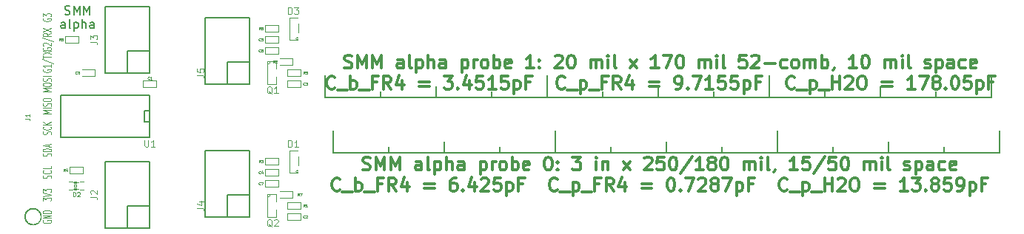
<source format=gbr>
%FSLAX46Y46*%
G04 Gerber Fmt 4.6, Leading zero omitted, Abs format (unit mm)*
G04 Created by KiCad (PCBNEW (2014-08-29 BZR 5106)-product) date Thu 20 Nov 2014 11:46:28 AM PST*
%MOMM*%
G01*
G04 APERTURE LIST*
%ADD10C,0.100000*%
%ADD11C,0.127000*%
%ADD12C,0.300000*%
%ADD13C,0.078740*%
%ADD14C,0.101600*%
%ADD15C,0.066040*%
%ADD16C,0.150000*%
%ADD17C,0.203200*%
%ADD18C,0.119380*%
%ADD19C,0.050000*%
%ADD20C,0.076200*%
%ADD21C,0.050800*%
%ADD22R,1.153160X0.952500*%
%ADD23R,0.551180X0.751840*%
%ADD24R,0.949960X0.949960*%
%ADD25C,1.676400*%
%ADD26R,1.879600X1.879600*%
%ADD27O,1.879600X1.879600*%
%ADD28R,0.660400X1.295400*%
G04 APERTURE END LIST*
D10*
D11*
X137795000Y-117094000D02*
X163195000Y-117094000D01*
X163195000Y-117094000D02*
X163195000Y-114554000D01*
X137795000Y-117094000D02*
X137795000Y-114554000D01*
X150495000Y-117094000D02*
X150495000Y-115824000D01*
X156845000Y-117094000D02*
X156845000Y-116459000D01*
X144145000Y-117094000D02*
X144145000Y-116459000D01*
X169545000Y-117094000D02*
X169545000Y-116459000D01*
X182245000Y-117094000D02*
X182245000Y-116459000D01*
X175895000Y-117094000D02*
X175895000Y-115824000D01*
X163195000Y-117094000D02*
X163195000Y-114554000D01*
X188595000Y-117094000D02*
X188595000Y-114554000D01*
X163195000Y-117094000D02*
X188595000Y-117094000D01*
X188595000Y-117094000D02*
X213995000Y-117094000D01*
X213995000Y-117094000D02*
X213995000Y-114554000D01*
X188595000Y-117094000D02*
X188595000Y-114554000D01*
X201295000Y-117094000D02*
X201295000Y-115824000D01*
X207645000Y-117094000D02*
X207645000Y-116459000D01*
X194945000Y-117094000D02*
X194945000Y-116459000D01*
X188595000Y-117094000D02*
X188595000Y-114554000D01*
X187706000Y-110744000D02*
X187706000Y-108204000D01*
X194056000Y-110744000D02*
X194056000Y-110109000D01*
X206756000Y-110744000D02*
X206756000Y-110109000D01*
X200406000Y-110744000D02*
X200406000Y-109474000D01*
X187706000Y-110744000D02*
X187706000Y-108204000D01*
X213106000Y-110744000D02*
X213106000Y-108204000D01*
X187706000Y-110744000D02*
X213106000Y-110744000D01*
X162306000Y-110744000D02*
X187706000Y-110744000D01*
X187706000Y-110744000D02*
X187706000Y-108204000D01*
X162306000Y-110744000D02*
X162306000Y-108204000D01*
X175006000Y-110744000D02*
X175006000Y-109474000D01*
X181356000Y-110744000D02*
X181356000Y-110109000D01*
X168656000Y-110744000D02*
X168656000Y-110109000D01*
X143256000Y-110744000D02*
X143256000Y-110109000D01*
X155956000Y-110744000D02*
X155956000Y-110109000D01*
X149606000Y-110744000D02*
X149606000Y-109474000D01*
X136906000Y-110744000D02*
X136906000Y-108204000D01*
X162306000Y-110744000D02*
X162306000Y-108204000D01*
X136906000Y-110744000D02*
X162306000Y-110744000D01*
D12*
X141204431Y-119041143D02*
X141418717Y-119112571D01*
X141775860Y-119112571D01*
X141918717Y-119041143D01*
X141990146Y-118969714D01*
X142061574Y-118826857D01*
X142061574Y-118684000D01*
X141990146Y-118541143D01*
X141918717Y-118469714D01*
X141775860Y-118398286D01*
X141490146Y-118326857D01*
X141347288Y-118255429D01*
X141275860Y-118184000D01*
X141204431Y-118041143D01*
X141204431Y-117898286D01*
X141275860Y-117755429D01*
X141347288Y-117684000D01*
X141490146Y-117612571D01*
X141847288Y-117612571D01*
X142061574Y-117684000D01*
X142704431Y-119112571D02*
X142704431Y-117612571D01*
X143204431Y-118684000D01*
X143704431Y-117612571D01*
X143704431Y-119112571D01*
X144418717Y-119112571D02*
X144418717Y-117612571D01*
X144918717Y-118684000D01*
X145418717Y-117612571D01*
X145418717Y-119112571D01*
X147918717Y-119112571D02*
X147918717Y-118326857D01*
X147847288Y-118184000D01*
X147704431Y-118112571D01*
X147418717Y-118112571D01*
X147275860Y-118184000D01*
X147918717Y-119041143D02*
X147775860Y-119112571D01*
X147418717Y-119112571D01*
X147275860Y-119041143D01*
X147204431Y-118898286D01*
X147204431Y-118755429D01*
X147275860Y-118612571D01*
X147418717Y-118541143D01*
X147775860Y-118541143D01*
X147918717Y-118469714D01*
X148847289Y-119112571D02*
X148704431Y-119041143D01*
X148633003Y-118898286D01*
X148633003Y-117612571D01*
X149418717Y-118112571D02*
X149418717Y-119612571D01*
X149418717Y-118184000D02*
X149561574Y-118112571D01*
X149847288Y-118112571D01*
X149990145Y-118184000D01*
X150061574Y-118255429D01*
X150133003Y-118398286D01*
X150133003Y-118826857D01*
X150061574Y-118969714D01*
X149990145Y-119041143D01*
X149847288Y-119112571D01*
X149561574Y-119112571D01*
X149418717Y-119041143D01*
X150775860Y-119112571D02*
X150775860Y-117612571D01*
X151418717Y-119112571D02*
X151418717Y-118326857D01*
X151347288Y-118184000D01*
X151204431Y-118112571D01*
X150990146Y-118112571D01*
X150847288Y-118184000D01*
X150775860Y-118255429D01*
X152775860Y-119112571D02*
X152775860Y-118326857D01*
X152704431Y-118184000D01*
X152561574Y-118112571D01*
X152275860Y-118112571D01*
X152133003Y-118184000D01*
X152775860Y-119041143D02*
X152633003Y-119112571D01*
X152275860Y-119112571D01*
X152133003Y-119041143D01*
X152061574Y-118898286D01*
X152061574Y-118755429D01*
X152133003Y-118612571D01*
X152275860Y-118541143D01*
X152633003Y-118541143D01*
X152775860Y-118469714D01*
X154633003Y-118112571D02*
X154633003Y-119612571D01*
X154633003Y-118184000D02*
X154775860Y-118112571D01*
X155061574Y-118112571D01*
X155204431Y-118184000D01*
X155275860Y-118255429D01*
X155347289Y-118398286D01*
X155347289Y-118826857D01*
X155275860Y-118969714D01*
X155204431Y-119041143D01*
X155061574Y-119112571D01*
X154775860Y-119112571D01*
X154633003Y-119041143D01*
X155990146Y-119112571D02*
X155990146Y-118112571D01*
X155990146Y-118398286D02*
X156061574Y-118255429D01*
X156133003Y-118184000D01*
X156275860Y-118112571D01*
X156418717Y-118112571D01*
X157133003Y-119112571D02*
X156990145Y-119041143D01*
X156918717Y-118969714D01*
X156847288Y-118826857D01*
X156847288Y-118398286D01*
X156918717Y-118255429D01*
X156990145Y-118184000D01*
X157133003Y-118112571D01*
X157347288Y-118112571D01*
X157490145Y-118184000D01*
X157561574Y-118255429D01*
X157633003Y-118398286D01*
X157633003Y-118826857D01*
X157561574Y-118969714D01*
X157490145Y-119041143D01*
X157347288Y-119112571D01*
X157133003Y-119112571D01*
X158275860Y-119112571D02*
X158275860Y-117612571D01*
X158275860Y-118184000D02*
X158418717Y-118112571D01*
X158704431Y-118112571D01*
X158847288Y-118184000D01*
X158918717Y-118255429D01*
X158990146Y-118398286D01*
X158990146Y-118826857D01*
X158918717Y-118969714D01*
X158847288Y-119041143D01*
X158704431Y-119112571D01*
X158418717Y-119112571D01*
X158275860Y-119041143D01*
X160204431Y-119041143D02*
X160061574Y-119112571D01*
X159775860Y-119112571D01*
X159633003Y-119041143D01*
X159561574Y-118898286D01*
X159561574Y-118326857D01*
X159633003Y-118184000D01*
X159775860Y-118112571D01*
X160061574Y-118112571D01*
X160204431Y-118184000D01*
X160275860Y-118326857D01*
X160275860Y-118469714D01*
X159561574Y-118612571D01*
X162347288Y-117612571D02*
X162490145Y-117612571D01*
X162633002Y-117684000D01*
X162704431Y-117755429D01*
X162775860Y-117898286D01*
X162847288Y-118184000D01*
X162847288Y-118541143D01*
X162775860Y-118826857D01*
X162704431Y-118969714D01*
X162633002Y-119041143D01*
X162490145Y-119112571D01*
X162347288Y-119112571D01*
X162204431Y-119041143D01*
X162133002Y-118969714D01*
X162061574Y-118826857D01*
X161990145Y-118541143D01*
X161990145Y-118184000D01*
X162061574Y-117898286D01*
X162133002Y-117755429D01*
X162204431Y-117684000D01*
X162347288Y-117612571D01*
X163490145Y-118969714D02*
X163561573Y-119041143D01*
X163490145Y-119112571D01*
X163418716Y-119041143D01*
X163490145Y-118969714D01*
X163490145Y-119112571D01*
X163490145Y-118184000D02*
X163561573Y-118255429D01*
X163490145Y-118326857D01*
X163418716Y-118255429D01*
X163490145Y-118184000D01*
X163490145Y-118326857D01*
X165204431Y-117612571D02*
X166133002Y-117612571D01*
X165633002Y-118184000D01*
X165847288Y-118184000D01*
X165990145Y-118255429D01*
X166061574Y-118326857D01*
X166133002Y-118469714D01*
X166133002Y-118826857D01*
X166061574Y-118969714D01*
X165990145Y-119041143D01*
X165847288Y-119112571D01*
X165418716Y-119112571D01*
X165275859Y-119041143D01*
X165204431Y-118969714D01*
X167918716Y-119112571D02*
X167918716Y-118112571D01*
X167918716Y-117612571D02*
X167847287Y-117684000D01*
X167918716Y-117755429D01*
X167990144Y-117684000D01*
X167918716Y-117612571D01*
X167918716Y-117755429D01*
X168633002Y-118112571D02*
X168633002Y-119112571D01*
X168633002Y-118255429D02*
X168704430Y-118184000D01*
X168847288Y-118112571D01*
X169061573Y-118112571D01*
X169204430Y-118184000D01*
X169275859Y-118326857D01*
X169275859Y-119112571D01*
X170990145Y-119112571D02*
X171775859Y-118112571D01*
X170990145Y-118112571D02*
X171775859Y-119112571D01*
X173418716Y-117755429D02*
X173490145Y-117684000D01*
X173633002Y-117612571D01*
X173990145Y-117612571D01*
X174133002Y-117684000D01*
X174204431Y-117755429D01*
X174275859Y-117898286D01*
X174275859Y-118041143D01*
X174204431Y-118255429D01*
X173347288Y-119112571D01*
X174275859Y-119112571D01*
X175633002Y-117612571D02*
X174918716Y-117612571D01*
X174847287Y-118326857D01*
X174918716Y-118255429D01*
X175061573Y-118184000D01*
X175418716Y-118184000D01*
X175561573Y-118255429D01*
X175633002Y-118326857D01*
X175704430Y-118469714D01*
X175704430Y-118826857D01*
X175633002Y-118969714D01*
X175561573Y-119041143D01*
X175418716Y-119112571D01*
X175061573Y-119112571D01*
X174918716Y-119041143D01*
X174847287Y-118969714D01*
X176633001Y-117612571D02*
X176775858Y-117612571D01*
X176918715Y-117684000D01*
X176990144Y-117755429D01*
X177061573Y-117898286D01*
X177133001Y-118184000D01*
X177133001Y-118541143D01*
X177061573Y-118826857D01*
X176990144Y-118969714D01*
X176918715Y-119041143D01*
X176775858Y-119112571D01*
X176633001Y-119112571D01*
X176490144Y-119041143D01*
X176418715Y-118969714D01*
X176347287Y-118826857D01*
X176275858Y-118541143D01*
X176275858Y-118184000D01*
X176347287Y-117898286D01*
X176418715Y-117755429D01*
X176490144Y-117684000D01*
X176633001Y-117612571D01*
X178847286Y-117541143D02*
X177561572Y-119469714D01*
X180133001Y-119112571D02*
X179275858Y-119112571D01*
X179704430Y-119112571D02*
X179704430Y-117612571D01*
X179561573Y-117826857D01*
X179418715Y-117969714D01*
X179275858Y-118041143D01*
X180990144Y-118255429D02*
X180847286Y-118184000D01*
X180775858Y-118112571D01*
X180704429Y-117969714D01*
X180704429Y-117898286D01*
X180775858Y-117755429D01*
X180847286Y-117684000D01*
X180990144Y-117612571D01*
X181275858Y-117612571D01*
X181418715Y-117684000D01*
X181490144Y-117755429D01*
X181561572Y-117898286D01*
X181561572Y-117969714D01*
X181490144Y-118112571D01*
X181418715Y-118184000D01*
X181275858Y-118255429D01*
X180990144Y-118255429D01*
X180847286Y-118326857D01*
X180775858Y-118398286D01*
X180704429Y-118541143D01*
X180704429Y-118826857D01*
X180775858Y-118969714D01*
X180847286Y-119041143D01*
X180990144Y-119112571D01*
X181275858Y-119112571D01*
X181418715Y-119041143D01*
X181490144Y-118969714D01*
X181561572Y-118826857D01*
X181561572Y-118541143D01*
X181490144Y-118398286D01*
X181418715Y-118326857D01*
X181275858Y-118255429D01*
X182490143Y-117612571D02*
X182633000Y-117612571D01*
X182775857Y-117684000D01*
X182847286Y-117755429D01*
X182918715Y-117898286D01*
X182990143Y-118184000D01*
X182990143Y-118541143D01*
X182918715Y-118826857D01*
X182847286Y-118969714D01*
X182775857Y-119041143D01*
X182633000Y-119112571D01*
X182490143Y-119112571D01*
X182347286Y-119041143D01*
X182275857Y-118969714D01*
X182204429Y-118826857D01*
X182133000Y-118541143D01*
X182133000Y-118184000D01*
X182204429Y-117898286D01*
X182275857Y-117755429D01*
X182347286Y-117684000D01*
X182490143Y-117612571D01*
X184775857Y-119112571D02*
X184775857Y-118112571D01*
X184775857Y-118255429D02*
X184847285Y-118184000D01*
X184990143Y-118112571D01*
X185204428Y-118112571D01*
X185347285Y-118184000D01*
X185418714Y-118326857D01*
X185418714Y-119112571D01*
X185418714Y-118326857D02*
X185490143Y-118184000D01*
X185633000Y-118112571D01*
X185847285Y-118112571D01*
X185990143Y-118184000D01*
X186061571Y-118326857D01*
X186061571Y-119112571D01*
X186775857Y-119112571D02*
X186775857Y-118112571D01*
X186775857Y-117612571D02*
X186704428Y-117684000D01*
X186775857Y-117755429D01*
X186847285Y-117684000D01*
X186775857Y-117612571D01*
X186775857Y-117755429D01*
X187704429Y-119112571D02*
X187561571Y-119041143D01*
X187490143Y-118898286D01*
X187490143Y-117612571D01*
X188347285Y-119041143D02*
X188347285Y-119112571D01*
X188275857Y-119255429D01*
X188204428Y-119326857D01*
X190918714Y-119112571D02*
X190061571Y-119112571D01*
X190490143Y-119112571D02*
X190490143Y-117612571D01*
X190347286Y-117826857D01*
X190204428Y-117969714D01*
X190061571Y-118041143D01*
X192275857Y-117612571D02*
X191561571Y-117612571D01*
X191490142Y-118326857D01*
X191561571Y-118255429D01*
X191704428Y-118184000D01*
X192061571Y-118184000D01*
X192204428Y-118255429D01*
X192275857Y-118326857D01*
X192347285Y-118469714D01*
X192347285Y-118826857D01*
X192275857Y-118969714D01*
X192204428Y-119041143D01*
X192061571Y-119112571D01*
X191704428Y-119112571D01*
X191561571Y-119041143D01*
X191490142Y-118969714D01*
X194061570Y-117541143D02*
X192775856Y-119469714D01*
X195275857Y-117612571D02*
X194561571Y-117612571D01*
X194490142Y-118326857D01*
X194561571Y-118255429D01*
X194704428Y-118184000D01*
X195061571Y-118184000D01*
X195204428Y-118255429D01*
X195275857Y-118326857D01*
X195347285Y-118469714D01*
X195347285Y-118826857D01*
X195275857Y-118969714D01*
X195204428Y-119041143D01*
X195061571Y-119112571D01*
X194704428Y-119112571D01*
X194561571Y-119041143D01*
X194490142Y-118969714D01*
X196275856Y-117612571D02*
X196418713Y-117612571D01*
X196561570Y-117684000D01*
X196632999Y-117755429D01*
X196704428Y-117898286D01*
X196775856Y-118184000D01*
X196775856Y-118541143D01*
X196704428Y-118826857D01*
X196632999Y-118969714D01*
X196561570Y-119041143D01*
X196418713Y-119112571D01*
X196275856Y-119112571D01*
X196132999Y-119041143D01*
X196061570Y-118969714D01*
X195990142Y-118826857D01*
X195918713Y-118541143D01*
X195918713Y-118184000D01*
X195990142Y-117898286D01*
X196061570Y-117755429D01*
X196132999Y-117684000D01*
X196275856Y-117612571D01*
X198561570Y-119112571D02*
X198561570Y-118112571D01*
X198561570Y-118255429D02*
X198632998Y-118184000D01*
X198775856Y-118112571D01*
X198990141Y-118112571D01*
X199132998Y-118184000D01*
X199204427Y-118326857D01*
X199204427Y-119112571D01*
X199204427Y-118326857D02*
X199275856Y-118184000D01*
X199418713Y-118112571D01*
X199632998Y-118112571D01*
X199775856Y-118184000D01*
X199847284Y-118326857D01*
X199847284Y-119112571D01*
X200561570Y-119112571D02*
X200561570Y-118112571D01*
X200561570Y-117612571D02*
X200490141Y-117684000D01*
X200561570Y-117755429D01*
X200632998Y-117684000D01*
X200561570Y-117612571D01*
X200561570Y-117755429D01*
X201490142Y-119112571D02*
X201347284Y-119041143D01*
X201275856Y-118898286D01*
X201275856Y-117612571D01*
X203132998Y-119041143D02*
X203275855Y-119112571D01*
X203561570Y-119112571D01*
X203704427Y-119041143D01*
X203775855Y-118898286D01*
X203775855Y-118826857D01*
X203704427Y-118684000D01*
X203561570Y-118612571D01*
X203347284Y-118612571D01*
X203204427Y-118541143D01*
X203132998Y-118398286D01*
X203132998Y-118326857D01*
X203204427Y-118184000D01*
X203347284Y-118112571D01*
X203561570Y-118112571D01*
X203704427Y-118184000D01*
X204418713Y-118112571D02*
X204418713Y-119612571D01*
X204418713Y-118184000D02*
X204561570Y-118112571D01*
X204847284Y-118112571D01*
X204990141Y-118184000D01*
X205061570Y-118255429D01*
X205132999Y-118398286D01*
X205132999Y-118826857D01*
X205061570Y-118969714D01*
X204990141Y-119041143D01*
X204847284Y-119112571D01*
X204561570Y-119112571D01*
X204418713Y-119041143D01*
X206418713Y-119112571D02*
X206418713Y-118326857D01*
X206347284Y-118184000D01*
X206204427Y-118112571D01*
X205918713Y-118112571D01*
X205775856Y-118184000D01*
X206418713Y-119041143D02*
X206275856Y-119112571D01*
X205918713Y-119112571D01*
X205775856Y-119041143D01*
X205704427Y-118898286D01*
X205704427Y-118755429D01*
X205775856Y-118612571D01*
X205918713Y-118541143D01*
X206275856Y-118541143D01*
X206418713Y-118469714D01*
X207775856Y-119041143D02*
X207632999Y-119112571D01*
X207347285Y-119112571D01*
X207204427Y-119041143D01*
X207132999Y-118969714D01*
X207061570Y-118826857D01*
X207061570Y-118398286D01*
X207132999Y-118255429D01*
X207204427Y-118184000D01*
X207347285Y-118112571D01*
X207632999Y-118112571D01*
X207775856Y-118184000D01*
X208990141Y-119041143D02*
X208847284Y-119112571D01*
X208561570Y-119112571D01*
X208418713Y-119041143D01*
X208347284Y-118898286D01*
X208347284Y-118326857D01*
X208418713Y-118184000D01*
X208561570Y-118112571D01*
X208847284Y-118112571D01*
X208990141Y-118184000D01*
X209061570Y-118326857D01*
X209061570Y-118469714D01*
X208347284Y-118612571D01*
X138597290Y-121369714D02*
X138525861Y-121441143D01*
X138311575Y-121512571D01*
X138168718Y-121512571D01*
X137954433Y-121441143D01*
X137811575Y-121298286D01*
X137740147Y-121155429D01*
X137668718Y-120869714D01*
X137668718Y-120655429D01*
X137740147Y-120369714D01*
X137811575Y-120226857D01*
X137954433Y-120084000D01*
X138168718Y-120012571D01*
X138311575Y-120012571D01*
X138525861Y-120084000D01*
X138597290Y-120155429D01*
X138883004Y-121655429D02*
X140025861Y-121655429D01*
X140383004Y-121512571D02*
X140383004Y-120012571D01*
X140383004Y-120584000D02*
X140525861Y-120512571D01*
X140811575Y-120512571D01*
X140954432Y-120584000D01*
X141025861Y-120655429D01*
X141097290Y-120798286D01*
X141097290Y-121226857D01*
X141025861Y-121369714D01*
X140954432Y-121441143D01*
X140811575Y-121512571D01*
X140525861Y-121512571D01*
X140383004Y-121441143D01*
X141383004Y-121655429D02*
X142525861Y-121655429D01*
X143383004Y-120726857D02*
X142883004Y-120726857D01*
X142883004Y-121512571D02*
X142883004Y-120012571D01*
X143597290Y-120012571D01*
X145025861Y-121512571D02*
X144525861Y-120798286D01*
X144168718Y-121512571D02*
X144168718Y-120012571D01*
X144740146Y-120012571D01*
X144883004Y-120084000D01*
X144954432Y-120155429D01*
X145025861Y-120298286D01*
X145025861Y-120512571D01*
X144954432Y-120655429D01*
X144883004Y-120726857D01*
X144740146Y-120798286D01*
X144168718Y-120798286D01*
X146311575Y-120512571D02*
X146311575Y-121512571D01*
X145954432Y-119941143D02*
X145597289Y-121012571D01*
X146525861Y-121012571D01*
X148240146Y-120726857D02*
X149383003Y-120726857D01*
X149383003Y-121155429D02*
X148240146Y-121155429D01*
X151883003Y-120012571D02*
X151597289Y-120012571D01*
X151454432Y-120084000D01*
X151383003Y-120155429D01*
X151240146Y-120369714D01*
X151168717Y-120655429D01*
X151168717Y-121226857D01*
X151240146Y-121369714D01*
X151311574Y-121441143D01*
X151454432Y-121512571D01*
X151740146Y-121512571D01*
X151883003Y-121441143D01*
X151954432Y-121369714D01*
X152025860Y-121226857D01*
X152025860Y-120869714D01*
X151954432Y-120726857D01*
X151883003Y-120655429D01*
X151740146Y-120584000D01*
X151454432Y-120584000D01*
X151311574Y-120655429D01*
X151240146Y-120726857D01*
X151168717Y-120869714D01*
X152668717Y-121369714D02*
X152740145Y-121441143D01*
X152668717Y-121512571D01*
X152597288Y-121441143D01*
X152668717Y-121369714D01*
X152668717Y-121512571D01*
X154025860Y-120512571D02*
X154025860Y-121512571D01*
X153668717Y-119941143D02*
X153311574Y-121012571D01*
X154240146Y-121012571D01*
X154740145Y-120155429D02*
X154811574Y-120084000D01*
X154954431Y-120012571D01*
X155311574Y-120012571D01*
X155454431Y-120084000D01*
X155525860Y-120155429D01*
X155597288Y-120298286D01*
X155597288Y-120441143D01*
X155525860Y-120655429D01*
X154668717Y-121512571D01*
X155597288Y-121512571D01*
X156954431Y-120012571D02*
X156240145Y-120012571D01*
X156168716Y-120726857D01*
X156240145Y-120655429D01*
X156383002Y-120584000D01*
X156740145Y-120584000D01*
X156883002Y-120655429D01*
X156954431Y-120726857D01*
X157025859Y-120869714D01*
X157025859Y-121226857D01*
X156954431Y-121369714D01*
X156883002Y-121441143D01*
X156740145Y-121512571D01*
X156383002Y-121512571D01*
X156240145Y-121441143D01*
X156168716Y-121369714D01*
X157668716Y-120512571D02*
X157668716Y-122012571D01*
X157668716Y-120584000D02*
X157811573Y-120512571D01*
X158097287Y-120512571D01*
X158240144Y-120584000D01*
X158311573Y-120655429D01*
X158383002Y-120798286D01*
X158383002Y-121226857D01*
X158311573Y-121369714D01*
X158240144Y-121441143D01*
X158097287Y-121512571D01*
X157811573Y-121512571D01*
X157668716Y-121441143D01*
X159525859Y-120726857D02*
X159025859Y-120726857D01*
X159025859Y-121512571D02*
X159025859Y-120012571D01*
X159740145Y-120012571D01*
X163454430Y-121369714D02*
X163383001Y-121441143D01*
X163168715Y-121512571D01*
X163025858Y-121512571D01*
X162811573Y-121441143D01*
X162668715Y-121298286D01*
X162597287Y-121155429D01*
X162525858Y-120869714D01*
X162525858Y-120655429D01*
X162597287Y-120369714D01*
X162668715Y-120226857D01*
X162811573Y-120084000D01*
X163025858Y-120012571D01*
X163168715Y-120012571D01*
X163383001Y-120084000D01*
X163454430Y-120155429D01*
X163740144Y-121655429D02*
X164883001Y-121655429D01*
X165240144Y-120512571D02*
X165240144Y-122012571D01*
X165240144Y-120584000D02*
X165383001Y-120512571D01*
X165668715Y-120512571D01*
X165811572Y-120584000D01*
X165883001Y-120655429D01*
X165954430Y-120798286D01*
X165954430Y-121226857D01*
X165883001Y-121369714D01*
X165811572Y-121441143D01*
X165668715Y-121512571D01*
X165383001Y-121512571D01*
X165240144Y-121441143D01*
X166240144Y-121655429D02*
X167383001Y-121655429D01*
X168240144Y-120726857D02*
X167740144Y-120726857D01*
X167740144Y-121512571D02*
X167740144Y-120012571D01*
X168454430Y-120012571D01*
X169883001Y-121512571D02*
X169383001Y-120798286D01*
X169025858Y-121512571D02*
X169025858Y-120012571D01*
X169597286Y-120012571D01*
X169740144Y-120084000D01*
X169811572Y-120155429D01*
X169883001Y-120298286D01*
X169883001Y-120512571D01*
X169811572Y-120655429D01*
X169740144Y-120726857D01*
X169597286Y-120798286D01*
X169025858Y-120798286D01*
X171168715Y-120512571D02*
X171168715Y-121512571D01*
X170811572Y-119941143D02*
X170454429Y-121012571D01*
X171383001Y-121012571D01*
X173097286Y-120726857D02*
X174240143Y-120726857D01*
X174240143Y-121155429D02*
X173097286Y-121155429D01*
X176383000Y-120012571D02*
X176525857Y-120012571D01*
X176668714Y-120084000D01*
X176740143Y-120155429D01*
X176811572Y-120298286D01*
X176883000Y-120584000D01*
X176883000Y-120941143D01*
X176811572Y-121226857D01*
X176740143Y-121369714D01*
X176668714Y-121441143D01*
X176525857Y-121512571D01*
X176383000Y-121512571D01*
X176240143Y-121441143D01*
X176168714Y-121369714D01*
X176097286Y-121226857D01*
X176025857Y-120941143D01*
X176025857Y-120584000D01*
X176097286Y-120298286D01*
X176168714Y-120155429D01*
X176240143Y-120084000D01*
X176383000Y-120012571D01*
X177525857Y-121369714D02*
X177597285Y-121441143D01*
X177525857Y-121512571D01*
X177454428Y-121441143D01*
X177525857Y-121369714D01*
X177525857Y-121512571D01*
X178097286Y-120012571D02*
X179097286Y-120012571D01*
X178454429Y-121512571D01*
X179597285Y-120155429D02*
X179668714Y-120084000D01*
X179811571Y-120012571D01*
X180168714Y-120012571D01*
X180311571Y-120084000D01*
X180383000Y-120155429D01*
X180454428Y-120298286D01*
X180454428Y-120441143D01*
X180383000Y-120655429D01*
X179525857Y-121512571D01*
X180454428Y-121512571D01*
X181311571Y-120655429D02*
X181168713Y-120584000D01*
X181097285Y-120512571D01*
X181025856Y-120369714D01*
X181025856Y-120298286D01*
X181097285Y-120155429D01*
X181168713Y-120084000D01*
X181311571Y-120012571D01*
X181597285Y-120012571D01*
X181740142Y-120084000D01*
X181811571Y-120155429D01*
X181882999Y-120298286D01*
X181882999Y-120369714D01*
X181811571Y-120512571D01*
X181740142Y-120584000D01*
X181597285Y-120655429D01*
X181311571Y-120655429D01*
X181168713Y-120726857D01*
X181097285Y-120798286D01*
X181025856Y-120941143D01*
X181025856Y-121226857D01*
X181097285Y-121369714D01*
X181168713Y-121441143D01*
X181311571Y-121512571D01*
X181597285Y-121512571D01*
X181740142Y-121441143D01*
X181811571Y-121369714D01*
X181882999Y-121226857D01*
X181882999Y-120941143D01*
X181811571Y-120798286D01*
X181740142Y-120726857D01*
X181597285Y-120655429D01*
X182382999Y-120012571D02*
X183382999Y-120012571D01*
X182740142Y-121512571D01*
X183954427Y-120512571D02*
X183954427Y-122012571D01*
X183954427Y-120584000D02*
X184097284Y-120512571D01*
X184382998Y-120512571D01*
X184525855Y-120584000D01*
X184597284Y-120655429D01*
X184668713Y-120798286D01*
X184668713Y-121226857D01*
X184597284Y-121369714D01*
X184525855Y-121441143D01*
X184382998Y-121512571D01*
X184097284Y-121512571D01*
X183954427Y-121441143D01*
X185811570Y-120726857D02*
X185311570Y-120726857D01*
X185311570Y-121512571D02*
X185311570Y-120012571D01*
X186025856Y-120012571D01*
X189740141Y-121369714D02*
X189668712Y-121441143D01*
X189454426Y-121512571D01*
X189311569Y-121512571D01*
X189097284Y-121441143D01*
X188954426Y-121298286D01*
X188882998Y-121155429D01*
X188811569Y-120869714D01*
X188811569Y-120655429D01*
X188882998Y-120369714D01*
X188954426Y-120226857D01*
X189097284Y-120084000D01*
X189311569Y-120012571D01*
X189454426Y-120012571D01*
X189668712Y-120084000D01*
X189740141Y-120155429D01*
X190025855Y-121655429D02*
X191168712Y-121655429D01*
X191525855Y-120512571D02*
X191525855Y-122012571D01*
X191525855Y-120584000D02*
X191668712Y-120512571D01*
X191954426Y-120512571D01*
X192097283Y-120584000D01*
X192168712Y-120655429D01*
X192240141Y-120798286D01*
X192240141Y-121226857D01*
X192168712Y-121369714D01*
X192097283Y-121441143D01*
X191954426Y-121512571D01*
X191668712Y-121512571D01*
X191525855Y-121441143D01*
X192525855Y-121655429D02*
X193668712Y-121655429D01*
X194025855Y-121512571D02*
X194025855Y-120012571D01*
X194025855Y-120726857D02*
X194882998Y-120726857D01*
X194882998Y-121512571D02*
X194882998Y-120012571D01*
X195525855Y-120155429D02*
X195597284Y-120084000D01*
X195740141Y-120012571D01*
X196097284Y-120012571D01*
X196240141Y-120084000D01*
X196311570Y-120155429D01*
X196382998Y-120298286D01*
X196382998Y-120441143D01*
X196311570Y-120655429D01*
X195454427Y-121512571D01*
X196382998Y-121512571D01*
X197311569Y-120012571D02*
X197597283Y-120012571D01*
X197740141Y-120084000D01*
X197882998Y-120226857D01*
X197954426Y-120512571D01*
X197954426Y-121012571D01*
X197882998Y-121298286D01*
X197740141Y-121441143D01*
X197597283Y-121512571D01*
X197311569Y-121512571D01*
X197168712Y-121441143D01*
X197025855Y-121298286D01*
X196954426Y-121012571D01*
X196954426Y-120512571D01*
X197025855Y-120226857D01*
X197168712Y-120084000D01*
X197311569Y-120012571D01*
X199740141Y-120726857D02*
X200882998Y-120726857D01*
X200882998Y-121155429D02*
X199740141Y-121155429D01*
X203525855Y-121512571D02*
X202668712Y-121512571D01*
X203097284Y-121512571D02*
X203097284Y-120012571D01*
X202954427Y-120226857D01*
X202811569Y-120369714D01*
X202668712Y-120441143D01*
X204025855Y-120012571D02*
X204954426Y-120012571D01*
X204454426Y-120584000D01*
X204668712Y-120584000D01*
X204811569Y-120655429D01*
X204882998Y-120726857D01*
X204954426Y-120869714D01*
X204954426Y-121226857D01*
X204882998Y-121369714D01*
X204811569Y-121441143D01*
X204668712Y-121512571D01*
X204240140Y-121512571D01*
X204097283Y-121441143D01*
X204025855Y-121369714D01*
X205597283Y-121369714D02*
X205668711Y-121441143D01*
X205597283Y-121512571D01*
X205525854Y-121441143D01*
X205597283Y-121369714D01*
X205597283Y-121512571D01*
X206525855Y-120655429D02*
X206382997Y-120584000D01*
X206311569Y-120512571D01*
X206240140Y-120369714D01*
X206240140Y-120298286D01*
X206311569Y-120155429D01*
X206382997Y-120084000D01*
X206525855Y-120012571D01*
X206811569Y-120012571D01*
X206954426Y-120084000D01*
X207025855Y-120155429D01*
X207097283Y-120298286D01*
X207097283Y-120369714D01*
X207025855Y-120512571D01*
X206954426Y-120584000D01*
X206811569Y-120655429D01*
X206525855Y-120655429D01*
X206382997Y-120726857D01*
X206311569Y-120798286D01*
X206240140Y-120941143D01*
X206240140Y-121226857D01*
X206311569Y-121369714D01*
X206382997Y-121441143D01*
X206525855Y-121512571D01*
X206811569Y-121512571D01*
X206954426Y-121441143D01*
X207025855Y-121369714D01*
X207097283Y-121226857D01*
X207097283Y-120941143D01*
X207025855Y-120798286D01*
X206954426Y-120726857D01*
X206811569Y-120655429D01*
X208454426Y-120012571D02*
X207740140Y-120012571D01*
X207668711Y-120726857D01*
X207740140Y-120655429D01*
X207882997Y-120584000D01*
X208240140Y-120584000D01*
X208382997Y-120655429D01*
X208454426Y-120726857D01*
X208525854Y-120869714D01*
X208525854Y-121226857D01*
X208454426Y-121369714D01*
X208382997Y-121441143D01*
X208240140Y-121512571D01*
X207882997Y-121512571D01*
X207740140Y-121441143D01*
X207668711Y-121369714D01*
X209240139Y-121512571D02*
X209525854Y-121512571D01*
X209668711Y-121441143D01*
X209740139Y-121369714D01*
X209882997Y-121155429D01*
X209954425Y-120869714D01*
X209954425Y-120298286D01*
X209882997Y-120155429D01*
X209811568Y-120084000D01*
X209668711Y-120012571D01*
X209382997Y-120012571D01*
X209240139Y-120084000D01*
X209168711Y-120155429D01*
X209097282Y-120298286D01*
X209097282Y-120655429D01*
X209168711Y-120798286D01*
X209240139Y-120869714D01*
X209382997Y-120941143D01*
X209668711Y-120941143D01*
X209811568Y-120869714D01*
X209882997Y-120798286D01*
X209954425Y-120655429D01*
X210597282Y-120512571D02*
X210597282Y-122012571D01*
X210597282Y-120584000D02*
X210740139Y-120512571D01*
X211025853Y-120512571D01*
X211168710Y-120584000D01*
X211240139Y-120655429D01*
X211311568Y-120798286D01*
X211311568Y-121226857D01*
X211240139Y-121369714D01*
X211168710Y-121441143D01*
X211025853Y-121512571D01*
X210740139Y-121512571D01*
X210597282Y-121441143D01*
X212454425Y-120726857D02*
X211954425Y-120726857D01*
X211954425Y-121512571D02*
X211954425Y-120012571D01*
X212668711Y-120012571D01*
X139117145Y-107357143D02*
X139331431Y-107428571D01*
X139688574Y-107428571D01*
X139831431Y-107357143D01*
X139902860Y-107285714D01*
X139974288Y-107142857D01*
X139974288Y-107000000D01*
X139902860Y-106857143D01*
X139831431Y-106785714D01*
X139688574Y-106714286D01*
X139402860Y-106642857D01*
X139260002Y-106571429D01*
X139188574Y-106500000D01*
X139117145Y-106357143D01*
X139117145Y-106214286D01*
X139188574Y-106071429D01*
X139260002Y-106000000D01*
X139402860Y-105928571D01*
X139760002Y-105928571D01*
X139974288Y-106000000D01*
X140617145Y-107428571D02*
X140617145Y-105928571D01*
X141117145Y-107000000D01*
X141617145Y-105928571D01*
X141617145Y-107428571D01*
X142331431Y-107428571D02*
X142331431Y-105928571D01*
X142831431Y-107000000D01*
X143331431Y-105928571D01*
X143331431Y-107428571D01*
X145831431Y-107428571D02*
X145831431Y-106642857D01*
X145760002Y-106500000D01*
X145617145Y-106428571D01*
X145331431Y-106428571D01*
X145188574Y-106500000D01*
X145831431Y-107357143D02*
X145688574Y-107428571D01*
X145331431Y-107428571D01*
X145188574Y-107357143D01*
X145117145Y-107214286D01*
X145117145Y-107071429D01*
X145188574Y-106928571D01*
X145331431Y-106857143D01*
X145688574Y-106857143D01*
X145831431Y-106785714D01*
X146760003Y-107428571D02*
X146617145Y-107357143D01*
X146545717Y-107214286D01*
X146545717Y-105928571D01*
X147331431Y-106428571D02*
X147331431Y-107928571D01*
X147331431Y-106500000D02*
X147474288Y-106428571D01*
X147760002Y-106428571D01*
X147902859Y-106500000D01*
X147974288Y-106571429D01*
X148045717Y-106714286D01*
X148045717Y-107142857D01*
X147974288Y-107285714D01*
X147902859Y-107357143D01*
X147760002Y-107428571D01*
X147474288Y-107428571D01*
X147331431Y-107357143D01*
X148688574Y-107428571D02*
X148688574Y-105928571D01*
X149331431Y-107428571D02*
X149331431Y-106642857D01*
X149260002Y-106500000D01*
X149117145Y-106428571D01*
X148902860Y-106428571D01*
X148760002Y-106500000D01*
X148688574Y-106571429D01*
X150688574Y-107428571D02*
X150688574Y-106642857D01*
X150617145Y-106500000D01*
X150474288Y-106428571D01*
X150188574Y-106428571D01*
X150045717Y-106500000D01*
X150688574Y-107357143D02*
X150545717Y-107428571D01*
X150188574Y-107428571D01*
X150045717Y-107357143D01*
X149974288Y-107214286D01*
X149974288Y-107071429D01*
X150045717Y-106928571D01*
X150188574Y-106857143D01*
X150545717Y-106857143D01*
X150688574Y-106785714D01*
X152545717Y-106428571D02*
X152545717Y-107928571D01*
X152545717Y-106500000D02*
X152688574Y-106428571D01*
X152974288Y-106428571D01*
X153117145Y-106500000D01*
X153188574Y-106571429D01*
X153260003Y-106714286D01*
X153260003Y-107142857D01*
X153188574Y-107285714D01*
X153117145Y-107357143D01*
X152974288Y-107428571D01*
X152688574Y-107428571D01*
X152545717Y-107357143D01*
X153902860Y-107428571D02*
X153902860Y-106428571D01*
X153902860Y-106714286D02*
X153974288Y-106571429D01*
X154045717Y-106500000D01*
X154188574Y-106428571D01*
X154331431Y-106428571D01*
X155045717Y-107428571D02*
X154902859Y-107357143D01*
X154831431Y-107285714D01*
X154760002Y-107142857D01*
X154760002Y-106714286D01*
X154831431Y-106571429D01*
X154902859Y-106500000D01*
X155045717Y-106428571D01*
X155260002Y-106428571D01*
X155402859Y-106500000D01*
X155474288Y-106571429D01*
X155545717Y-106714286D01*
X155545717Y-107142857D01*
X155474288Y-107285714D01*
X155402859Y-107357143D01*
X155260002Y-107428571D01*
X155045717Y-107428571D01*
X156188574Y-107428571D02*
X156188574Y-105928571D01*
X156188574Y-106500000D02*
X156331431Y-106428571D01*
X156617145Y-106428571D01*
X156760002Y-106500000D01*
X156831431Y-106571429D01*
X156902860Y-106714286D01*
X156902860Y-107142857D01*
X156831431Y-107285714D01*
X156760002Y-107357143D01*
X156617145Y-107428571D01*
X156331431Y-107428571D01*
X156188574Y-107357143D01*
X158117145Y-107357143D02*
X157974288Y-107428571D01*
X157688574Y-107428571D01*
X157545717Y-107357143D01*
X157474288Y-107214286D01*
X157474288Y-106642857D01*
X157545717Y-106500000D01*
X157688574Y-106428571D01*
X157974288Y-106428571D01*
X158117145Y-106500000D01*
X158188574Y-106642857D01*
X158188574Y-106785714D01*
X157474288Y-106928571D01*
X160760002Y-107428571D02*
X159902859Y-107428571D01*
X160331431Y-107428571D02*
X160331431Y-105928571D01*
X160188574Y-106142857D01*
X160045716Y-106285714D01*
X159902859Y-106357143D01*
X161402859Y-107285714D02*
X161474287Y-107357143D01*
X161402859Y-107428571D01*
X161331430Y-107357143D01*
X161402859Y-107285714D01*
X161402859Y-107428571D01*
X161402859Y-106500000D02*
X161474287Y-106571429D01*
X161402859Y-106642857D01*
X161331430Y-106571429D01*
X161402859Y-106500000D01*
X161402859Y-106642857D01*
X163188573Y-106071429D02*
X163260002Y-106000000D01*
X163402859Y-105928571D01*
X163760002Y-105928571D01*
X163902859Y-106000000D01*
X163974288Y-106071429D01*
X164045716Y-106214286D01*
X164045716Y-106357143D01*
X163974288Y-106571429D01*
X163117145Y-107428571D01*
X164045716Y-107428571D01*
X164974287Y-105928571D02*
X165117144Y-105928571D01*
X165260001Y-106000000D01*
X165331430Y-106071429D01*
X165402859Y-106214286D01*
X165474287Y-106500000D01*
X165474287Y-106857143D01*
X165402859Y-107142857D01*
X165331430Y-107285714D01*
X165260001Y-107357143D01*
X165117144Y-107428571D01*
X164974287Y-107428571D01*
X164831430Y-107357143D01*
X164760001Y-107285714D01*
X164688573Y-107142857D01*
X164617144Y-106857143D01*
X164617144Y-106500000D01*
X164688573Y-106214286D01*
X164760001Y-106071429D01*
X164831430Y-106000000D01*
X164974287Y-105928571D01*
X167260001Y-107428571D02*
X167260001Y-106428571D01*
X167260001Y-106571429D02*
X167331429Y-106500000D01*
X167474287Y-106428571D01*
X167688572Y-106428571D01*
X167831429Y-106500000D01*
X167902858Y-106642857D01*
X167902858Y-107428571D01*
X167902858Y-106642857D02*
X167974287Y-106500000D01*
X168117144Y-106428571D01*
X168331429Y-106428571D01*
X168474287Y-106500000D01*
X168545715Y-106642857D01*
X168545715Y-107428571D01*
X169260001Y-107428571D02*
X169260001Y-106428571D01*
X169260001Y-105928571D02*
X169188572Y-106000000D01*
X169260001Y-106071429D01*
X169331429Y-106000000D01*
X169260001Y-105928571D01*
X169260001Y-106071429D01*
X170188573Y-107428571D02*
X170045715Y-107357143D01*
X169974287Y-107214286D01*
X169974287Y-105928571D01*
X171760001Y-107428571D02*
X172545715Y-106428571D01*
X171760001Y-106428571D02*
X172545715Y-107428571D01*
X175045715Y-107428571D02*
X174188572Y-107428571D01*
X174617144Y-107428571D02*
X174617144Y-105928571D01*
X174474287Y-106142857D01*
X174331429Y-106285714D01*
X174188572Y-106357143D01*
X175545715Y-105928571D02*
X176545715Y-105928571D01*
X175902858Y-107428571D01*
X177402857Y-105928571D02*
X177545714Y-105928571D01*
X177688571Y-106000000D01*
X177760000Y-106071429D01*
X177831429Y-106214286D01*
X177902857Y-106500000D01*
X177902857Y-106857143D01*
X177831429Y-107142857D01*
X177760000Y-107285714D01*
X177688571Y-107357143D01*
X177545714Y-107428571D01*
X177402857Y-107428571D01*
X177260000Y-107357143D01*
X177188571Y-107285714D01*
X177117143Y-107142857D01*
X177045714Y-106857143D01*
X177045714Y-106500000D01*
X177117143Y-106214286D01*
X177188571Y-106071429D01*
X177260000Y-106000000D01*
X177402857Y-105928571D01*
X179688571Y-107428571D02*
X179688571Y-106428571D01*
X179688571Y-106571429D02*
X179759999Y-106500000D01*
X179902857Y-106428571D01*
X180117142Y-106428571D01*
X180259999Y-106500000D01*
X180331428Y-106642857D01*
X180331428Y-107428571D01*
X180331428Y-106642857D02*
X180402857Y-106500000D01*
X180545714Y-106428571D01*
X180759999Y-106428571D01*
X180902857Y-106500000D01*
X180974285Y-106642857D01*
X180974285Y-107428571D01*
X181688571Y-107428571D02*
X181688571Y-106428571D01*
X181688571Y-105928571D02*
X181617142Y-106000000D01*
X181688571Y-106071429D01*
X181759999Y-106000000D01*
X181688571Y-105928571D01*
X181688571Y-106071429D01*
X182617143Y-107428571D02*
X182474285Y-107357143D01*
X182402857Y-107214286D01*
X182402857Y-105928571D01*
X185045714Y-105928571D02*
X184331428Y-105928571D01*
X184259999Y-106642857D01*
X184331428Y-106571429D01*
X184474285Y-106500000D01*
X184831428Y-106500000D01*
X184974285Y-106571429D01*
X185045714Y-106642857D01*
X185117142Y-106785714D01*
X185117142Y-107142857D01*
X185045714Y-107285714D01*
X184974285Y-107357143D01*
X184831428Y-107428571D01*
X184474285Y-107428571D01*
X184331428Y-107357143D01*
X184259999Y-107285714D01*
X185688570Y-106071429D02*
X185759999Y-106000000D01*
X185902856Y-105928571D01*
X186259999Y-105928571D01*
X186402856Y-106000000D01*
X186474285Y-106071429D01*
X186545713Y-106214286D01*
X186545713Y-106357143D01*
X186474285Y-106571429D01*
X185617142Y-107428571D01*
X186545713Y-107428571D01*
X187188570Y-106857143D02*
X188331427Y-106857143D01*
X189688570Y-107357143D02*
X189545713Y-107428571D01*
X189259999Y-107428571D01*
X189117141Y-107357143D01*
X189045713Y-107285714D01*
X188974284Y-107142857D01*
X188974284Y-106714286D01*
X189045713Y-106571429D01*
X189117141Y-106500000D01*
X189259999Y-106428571D01*
X189545713Y-106428571D01*
X189688570Y-106500000D01*
X190545713Y-107428571D02*
X190402855Y-107357143D01*
X190331427Y-107285714D01*
X190259998Y-107142857D01*
X190259998Y-106714286D01*
X190331427Y-106571429D01*
X190402855Y-106500000D01*
X190545713Y-106428571D01*
X190759998Y-106428571D01*
X190902855Y-106500000D01*
X190974284Y-106571429D01*
X191045713Y-106714286D01*
X191045713Y-107142857D01*
X190974284Y-107285714D01*
X190902855Y-107357143D01*
X190759998Y-107428571D01*
X190545713Y-107428571D01*
X191688570Y-107428571D02*
X191688570Y-106428571D01*
X191688570Y-106571429D02*
X191759998Y-106500000D01*
X191902856Y-106428571D01*
X192117141Y-106428571D01*
X192259998Y-106500000D01*
X192331427Y-106642857D01*
X192331427Y-107428571D01*
X192331427Y-106642857D02*
X192402856Y-106500000D01*
X192545713Y-106428571D01*
X192759998Y-106428571D01*
X192902856Y-106500000D01*
X192974284Y-106642857D01*
X192974284Y-107428571D01*
X193688570Y-107428571D02*
X193688570Y-105928571D01*
X193688570Y-106500000D02*
X193831427Y-106428571D01*
X194117141Y-106428571D01*
X194259998Y-106500000D01*
X194331427Y-106571429D01*
X194402856Y-106714286D01*
X194402856Y-107142857D01*
X194331427Y-107285714D01*
X194259998Y-107357143D01*
X194117141Y-107428571D01*
X193831427Y-107428571D01*
X193688570Y-107357143D01*
X195117141Y-107357143D02*
X195117141Y-107428571D01*
X195045713Y-107571429D01*
X194974284Y-107642857D01*
X197688570Y-107428571D02*
X196831427Y-107428571D01*
X197259999Y-107428571D02*
X197259999Y-105928571D01*
X197117142Y-106142857D01*
X196974284Y-106285714D01*
X196831427Y-106357143D01*
X198617141Y-105928571D02*
X198759998Y-105928571D01*
X198902855Y-106000000D01*
X198974284Y-106071429D01*
X199045713Y-106214286D01*
X199117141Y-106500000D01*
X199117141Y-106857143D01*
X199045713Y-107142857D01*
X198974284Y-107285714D01*
X198902855Y-107357143D01*
X198759998Y-107428571D01*
X198617141Y-107428571D01*
X198474284Y-107357143D01*
X198402855Y-107285714D01*
X198331427Y-107142857D01*
X198259998Y-106857143D01*
X198259998Y-106500000D01*
X198331427Y-106214286D01*
X198402855Y-106071429D01*
X198474284Y-106000000D01*
X198617141Y-105928571D01*
X200902855Y-107428571D02*
X200902855Y-106428571D01*
X200902855Y-106571429D02*
X200974283Y-106500000D01*
X201117141Y-106428571D01*
X201331426Y-106428571D01*
X201474283Y-106500000D01*
X201545712Y-106642857D01*
X201545712Y-107428571D01*
X201545712Y-106642857D02*
X201617141Y-106500000D01*
X201759998Y-106428571D01*
X201974283Y-106428571D01*
X202117141Y-106500000D01*
X202188569Y-106642857D01*
X202188569Y-107428571D01*
X202902855Y-107428571D02*
X202902855Y-106428571D01*
X202902855Y-105928571D02*
X202831426Y-106000000D01*
X202902855Y-106071429D01*
X202974283Y-106000000D01*
X202902855Y-105928571D01*
X202902855Y-106071429D01*
X203831427Y-107428571D02*
X203688569Y-107357143D01*
X203617141Y-107214286D01*
X203617141Y-105928571D01*
X205474283Y-107357143D02*
X205617140Y-107428571D01*
X205902855Y-107428571D01*
X206045712Y-107357143D01*
X206117140Y-107214286D01*
X206117140Y-107142857D01*
X206045712Y-107000000D01*
X205902855Y-106928571D01*
X205688569Y-106928571D01*
X205545712Y-106857143D01*
X205474283Y-106714286D01*
X205474283Y-106642857D01*
X205545712Y-106500000D01*
X205688569Y-106428571D01*
X205902855Y-106428571D01*
X206045712Y-106500000D01*
X206759998Y-106428571D02*
X206759998Y-107928571D01*
X206759998Y-106500000D02*
X206902855Y-106428571D01*
X207188569Y-106428571D01*
X207331426Y-106500000D01*
X207402855Y-106571429D01*
X207474284Y-106714286D01*
X207474284Y-107142857D01*
X207402855Y-107285714D01*
X207331426Y-107357143D01*
X207188569Y-107428571D01*
X206902855Y-107428571D01*
X206759998Y-107357143D01*
X208759998Y-107428571D02*
X208759998Y-106642857D01*
X208688569Y-106500000D01*
X208545712Y-106428571D01*
X208259998Y-106428571D01*
X208117141Y-106500000D01*
X208759998Y-107357143D02*
X208617141Y-107428571D01*
X208259998Y-107428571D01*
X208117141Y-107357143D01*
X208045712Y-107214286D01*
X208045712Y-107071429D01*
X208117141Y-106928571D01*
X208259998Y-106857143D01*
X208617141Y-106857143D01*
X208759998Y-106785714D01*
X210117141Y-107357143D02*
X209974284Y-107428571D01*
X209688570Y-107428571D01*
X209545712Y-107357143D01*
X209474284Y-107285714D01*
X209402855Y-107142857D01*
X209402855Y-106714286D01*
X209474284Y-106571429D01*
X209545712Y-106500000D01*
X209688570Y-106428571D01*
X209974284Y-106428571D01*
X210117141Y-106500000D01*
X211331426Y-107357143D02*
X211188569Y-107428571D01*
X210902855Y-107428571D01*
X210759998Y-107357143D01*
X210688569Y-107214286D01*
X210688569Y-106642857D01*
X210759998Y-106500000D01*
X210902855Y-106428571D01*
X211188569Y-106428571D01*
X211331426Y-106500000D01*
X211402855Y-106642857D01*
X211402855Y-106785714D01*
X210688569Y-106928571D01*
X138010005Y-109685714D02*
X137938576Y-109757143D01*
X137724290Y-109828571D01*
X137581433Y-109828571D01*
X137367148Y-109757143D01*
X137224290Y-109614286D01*
X137152862Y-109471429D01*
X137081433Y-109185714D01*
X137081433Y-108971429D01*
X137152862Y-108685714D01*
X137224290Y-108542857D01*
X137367148Y-108400000D01*
X137581433Y-108328571D01*
X137724290Y-108328571D01*
X137938576Y-108400000D01*
X138010005Y-108471429D01*
X138295719Y-109971429D02*
X139438576Y-109971429D01*
X139795719Y-109828571D02*
X139795719Y-108328571D01*
X139795719Y-108900000D02*
X139938576Y-108828571D01*
X140224290Y-108828571D01*
X140367147Y-108900000D01*
X140438576Y-108971429D01*
X140510005Y-109114286D01*
X140510005Y-109542857D01*
X140438576Y-109685714D01*
X140367147Y-109757143D01*
X140224290Y-109828571D01*
X139938576Y-109828571D01*
X139795719Y-109757143D01*
X140795719Y-109971429D02*
X141938576Y-109971429D01*
X142795719Y-109042857D02*
X142295719Y-109042857D01*
X142295719Y-109828571D02*
X142295719Y-108328571D01*
X143010005Y-108328571D01*
X144438576Y-109828571D02*
X143938576Y-109114286D01*
X143581433Y-109828571D02*
X143581433Y-108328571D01*
X144152861Y-108328571D01*
X144295719Y-108400000D01*
X144367147Y-108471429D01*
X144438576Y-108614286D01*
X144438576Y-108828571D01*
X144367147Y-108971429D01*
X144295719Y-109042857D01*
X144152861Y-109114286D01*
X143581433Y-109114286D01*
X145724290Y-108828571D02*
X145724290Y-109828571D01*
X145367147Y-108257143D02*
X145010004Y-109328571D01*
X145938576Y-109328571D01*
X147652861Y-109042857D02*
X148795718Y-109042857D01*
X148795718Y-109471429D02*
X147652861Y-109471429D01*
X150510004Y-108328571D02*
X151438575Y-108328571D01*
X150938575Y-108900000D01*
X151152861Y-108900000D01*
X151295718Y-108971429D01*
X151367147Y-109042857D01*
X151438575Y-109185714D01*
X151438575Y-109542857D01*
X151367147Y-109685714D01*
X151295718Y-109757143D01*
X151152861Y-109828571D01*
X150724289Y-109828571D01*
X150581432Y-109757143D01*
X150510004Y-109685714D01*
X152081432Y-109685714D02*
X152152860Y-109757143D01*
X152081432Y-109828571D01*
X152010003Y-109757143D01*
X152081432Y-109685714D01*
X152081432Y-109828571D01*
X153438575Y-108828571D02*
X153438575Y-109828571D01*
X153081432Y-108257143D02*
X152724289Y-109328571D01*
X153652861Y-109328571D01*
X154938575Y-108328571D02*
X154224289Y-108328571D01*
X154152860Y-109042857D01*
X154224289Y-108971429D01*
X154367146Y-108900000D01*
X154724289Y-108900000D01*
X154867146Y-108971429D01*
X154938575Y-109042857D01*
X155010003Y-109185714D01*
X155010003Y-109542857D01*
X154938575Y-109685714D01*
X154867146Y-109757143D01*
X154724289Y-109828571D01*
X154367146Y-109828571D01*
X154224289Y-109757143D01*
X154152860Y-109685714D01*
X156438574Y-109828571D02*
X155581431Y-109828571D01*
X156010003Y-109828571D02*
X156010003Y-108328571D01*
X155867146Y-108542857D01*
X155724288Y-108685714D01*
X155581431Y-108757143D01*
X157795717Y-108328571D02*
X157081431Y-108328571D01*
X157010002Y-109042857D01*
X157081431Y-108971429D01*
X157224288Y-108900000D01*
X157581431Y-108900000D01*
X157724288Y-108971429D01*
X157795717Y-109042857D01*
X157867145Y-109185714D01*
X157867145Y-109542857D01*
X157795717Y-109685714D01*
X157724288Y-109757143D01*
X157581431Y-109828571D01*
X157224288Y-109828571D01*
X157081431Y-109757143D01*
X157010002Y-109685714D01*
X158510002Y-108828571D02*
X158510002Y-110328571D01*
X158510002Y-108900000D02*
X158652859Y-108828571D01*
X158938573Y-108828571D01*
X159081430Y-108900000D01*
X159152859Y-108971429D01*
X159224288Y-109114286D01*
X159224288Y-109542857D01*
X159152859Y-109685714D01*
X159081430Y-109757143D01*
X158938573Y-109828571D01*
X158652859Y-109828571D01*
X158510002Y-109757143D01*
X160367145Y-109042857D02*
X159867145Y-109042857D01*
X159867145Y-109828571D02*
X159867145Y-108328571D01*
X160581431Y-108328571D01*
X164295716Y-109685714D02*
X164224287Y-109757143D01*
X164010001Y-109828571D01*
X163867144Y-109828571D01*
X163652859Y-109757143D01*
X163510001Y-109614286D01*
X163438573Y-109471429D01*
X163367144Y-109185714D01*
X163367144Y-108971429D01*
X163438573Y-108685714D01*
X163510001Y-108542857D01*
X163652859Y-108400000D01*
X163867144Y-108328571D01*
X164010001Y-108328571D01*
X164224287Y-108400000D01*
X164295716Y-108471429D01*
X164581430Y-109971429D02*
X165724287Y-109971429D01*
X166081430Y-108828571D02*
X166081430Y-110328571D01*
X166081430Y-108900000D02*
X166224287Y-108828571D01*
X166510001Y-108828571D01*
X166652858Y-108900000D01*
X166724287Y-108971429D01*
X166795716Y-109114286D01*
X166795716Y-109542857D01*
X166724287Y-109685714D01*
X166652858Y-109757143D01*
X166510001Y-109828571D01*
X166224287Y-109828571D01*
X166081430Y-109757143D01*
X167081430Y-109971429D02*
X168224287Y-109971429D01*
X169081430Y-109042857D02*
X168581430Y-109042857D01*
X168581430Y-109828571D02*
X168581430Y-108328571D01*
X169295716Y-108328571D01*
X170724287Y-109828571D02*
X170224287Y-109114286D01*
X169867144Y-109828571D02*
X169867144Y-108328571D01*
X170438572Y-108328571D01*
X170581430Y-108400000D01*
X170652858Y-108471429D01*
X170724287Y-108614286D01*
X170724287Y-108828571D01*
X170652858Y-108971429D01*
X170581430Y-109042857D01*
X170438572Y-109114286D01*
X169867144Y-109114286D01*
X172010001Y-108828571D02*
X172010001Y-109828571D01*
X171652858Y-108257143D02*
X171295715Y-109328571D01*
X172224287Y-109328571D01*
X173938572Y-109042857D02*
X175081429Y-109042857D01*
X175081429Y-109471429D02*
X173938572Y-109471429D01*
X177010000Y-109828571D02*
X177295715Y-109828571D01*
X177438572Y-109757143D01*
X177510000Y-109685714D01*
X177652858Y-109471429D01*
X177724286Y-109185714D01*
X177724286Y-108614286D01*
X177652858Y-108471429D01*
X177581429Y-108400000D01*
X177438572Y-108328571D01*
X177152858Y-108328571D01*
X177010000Y-108400000D01*
X176938572Y-108471429D01*
X176867143Y-108614286D01*
X176867143Y-108971429D01*
X176938572Y-109114286D01*
X177010000Y-109185714D01*
X177152858Y-109257143D01*
X177438572Y-109257143D01*
X177581429Y-109185714D01*
X177652858Y-109114286D01*
X177724286Y-108971429D01*
X178367143Y-109685714D02*
X178438571Y-109757143D01*
X178367143Y-109828571D01*
X178295714Y-109757143D01*
X178367143Y-109685714D01*
X178367143Y-109828571D01*
X178938572Y-108328571D02*
X179938572Y-108328571D01*
X179295715Y-109828571D01*
X181295714Y-109828571D02*
X180438571Y-109828571D01*
X180867143Y-109828571D02*
X180867143Y-108328571D01*
X180724286Y-108542857D01*
X180581428Y-108685714D01*
X180438571Y-108757143D01*
X182652857Y-108328571D02*
X181938571Y-108328571D01*
X181867142Y-109042857D01*
X181938571Y-108971429D01*
X182081428Y-108900000D01*
X182438571Y-108900000D01*
X182581428Y-108971429D01*
X182652857Y-109042857D01*
X182724285Y-109185714D01*
X182724285Y-109542857D01*
X182652857Y-109685714D01*
X182581428Y-109757143D01*
X182438571Y-109828571D01*
X182081428Y-109828571D01*
X181938571Y-109757143D01*
X181867142Y-109685714D01*
X184081428Y-108328571D02*
X183367142Y-108328571D01*
X183295713Y-109042857D01*
X183367142Y-108971429D01*
X183509999Y-108900000D01*
X183867142Y-108900000D01*
X184009999Y-108971429D01*
X184081428Y-109042857D01*
X184152856Y-109185714D01*
X184152856Y-109542857D01*
X184081428Y-109685714D01*
X184009999Y-109757143D01*
X183867142Y-109828571D01*
X183509999Y-109828571D01*
X183367142Y-109757143D01*
X183295713Y-109685714D01*
X184795713Y-108828571D02*
X184795713Y-110328571D01*
X184795713Y-108900000D02*
X184938570Y-108828571D01*
X185224284Y-108828571D01*
X185367141Y-108900000D01*
X185438570Y-108971429D01*
X185509999Y-109114286D01*
X185509999Y-109542857D01*
X185438570Y-109685714D01*
X185367141Y-109757143D01*
X185224284Y-109828571D01*
X184938570Y-109828571D01*
X184795713Y-109757143D01*
X186652856Y-109042857D02*
X186152856Y-109042857D01*
X186152856Y-109828571D02*
X186152856Y-108328571D01*
X186867142Y-108328571D01*
X190581427Y-109685714D02*
X190509998Y-109757143D01*
X190295712Y-109828571D01*
X190152855Y-109828571D01*
X189938570Y-109757143D01*
X189795712Y-109614286D01*
X189724284Y-109471429D01*
X189652855Y-109185714D01*
X189652855Y-108971429D01*
X189724284Y-108685714D01*
X189795712Y-108542857D01*
X189938570Y-108400000D01*
X190152855Y-108328571D01*
X190295712Y-108328571D01*
X190509998Y-108400000D01*
X190581427Y-108471429D01*
X190867141Y-109971429D02*
X192009998Y-109971429D01*
X192367141Y-108828571D02*
X192367141Y-110328571D01*
X192367141Y-108900000D02*
X192509998Y-108828571D01*
X192795712Y-108828571D01*
X192938569Y-108900000D01*
X193009998Y-108971429D01*
X193081427Y-109114286D01*
X193081427Y-109542857D01*
X193009998Y-109685714D01*
X192938569Y-109757143D01*
X192795712Y-109828571D01*
X192509998Y-109828571D01*
X192367141Y-109757143D01*
X193367141Y-109971429D02*
X194509998Y-109971429D01*
X194867141Y-109828571D02*
X194867141Y-108328571D01*
X194867141Y-109042857D02*
X195724284Y-109042857D01*
X195724284Y-109828571D02*
X195724284Y-108328571D01*
X196367141Y-108471429D02*
X196438570Y-108400000D01*
X196581427Y-108328571D01*
X196938570Y-108328571D01*
X197081427Y-108400000D01*
X197152856Y-108471429D01*
X197224284Y-108614286D01*
X197224284Y-108757143D01*
X197152856Y-108971429D01*
X196295713Y-109828571D01*
X197224284Y-109828571D01*
X198152855Y-108328571D02*
X198438569Y-108328571D01*
X198581427Y-108400000D01*
X198724284Y-108542857D01*
X198795712Y-108828571D01*
X198795712Y-109328571D01*
X198724284Y-109614286D01*
X198581427Y-109757143D01*
X198438569Y-109828571D01*
X198152855Y-109828571D01*
X198009998Y-109757143D01*
X197867141Y-109614286D01*
X197795712Y-109328571D01*
X197795712Y-108828571D01*
X197867141Y-108542857D01*
X198009998Y-108400000D01*
X198152855Y-108328571D01*
X200581427Y-109042857D02*
X201724284Y-109042857D01*
X201724284Y-109471429D02*
X200581427Y-109471429D01*
X204367141Y-109828571D02*
X203509998Y-109828571D01*
X203938570Y-109828571D02*
X203938570Y-108328571D01*
X203795713Y-108542857D01*
X203652855Y-108685714D01*
X203509998Y-108757143D01*
X204867141Y-108328571D02*
X205867141Y-108328571D01*
X205224284Y-109828571D01*
X206652855Y-108971429D02*
X206509997Y-108900000D01*
X206438569Y-108828571D01*
X206367140Y-108685714D01*
X206367140Y-108614286D01*
X206438569Y-108471429D01*
X206509997Y-108400000D01*
X206652855Y-108328571D01*
X206938569Y-108328571D01*
X207081426Y-108400000D01*
X207152855Y-108471429D01*
X207224283Y-108614286D01*
X207224283Y-108685714D01*
X207152855Y-108828571D01*
X207081426Y-108900000D01*
X206938569Y-108971429D01*
X206652855Y-108971429D01*
X206509997Y-109042857D01*
X206438569Y-109114286D01*
X206367140Y-109257143D01*
X206367140Y-109542857D01*
X206438569Y-109685714D01*
X206509997Y-109757143D01*
X206652855Y-109828571D01*
X206938569Y-109828571D01*
X207081426Y-109757143D01*
X207152855Y-109685714D01*
X207224283Y-109542857D01*
X207224283Y-109257143D01*
X207152855Y-109114286D01*
X207081426Y-109042857D01*
X206938569Y-108971429D01*
X207867140Y-109685714D02*
X207938568Y-109757143D01*
X207867140Y-109828571D01*
X207795711Y-109757143D01*
X207867140Y-109685714D01*
X207867140Y-109828571D01*
X208867140Y-108328571D02*
X209009997Y-108328571D01*
X209152854Y-108400000D01*
X209224283Y-108471429D01*
X209295712Y-108614286D01*
X209367140Y-108900000D01*
X209367140Y-109257143D01*
X209295712Y-109542857D01*
X209224283Y-109685714D01*
X209152854Y-109757143D01*
X209009997Y-109828571D01*
X208867140Y-109828571D01*
X208724283Y-109757143D01*
X208652854Y-109685714D01*
X208581426Y-109542857D01*
X208509997Y-109257143D01*
X208509997Y-108900000D01*
X208581426Y-108614286D01*
X208652854Y-108471429D01*
X208724283Y-108400000D01*
X208867140Y-108328571D01*
X210724283Y-108328571D02*
X210009997Y-108328571D01*
X209938568Y-109042857D01*
X210009997Y-108971429D01*
X210152854Y-108900000D01*
X210509997Y-108900000D01*
X210652854Y-108971429D01*
X210724283Y-109042857D01*
X210795711Y-109185714D01*
X210795711Y-109542857D01*
X210724283Y-109685714D01*
X210652854Y-109757143D01*
X210509997Y-109828571D01*
X210152854Y-109828571D01*
X210009997Y-109757143D01*
X209938568Y-109685714D01*
X211438568Y-108828571D02*
X211438568Y-110328571D01*
X211438568Y-108900000D02*
X211581425Y-108828571D01*
X211867139Y-108828571D01*
X212009996Y-108900000D01*
X212081425Y-108971429D01*
X212152854Y-109114286D01*
X212152854Y-109542857D01*
X212081425Y-109685714D01*
X212009996Y-109757143D01*
X211867139Y-109828571D01*
X211581425Y-109828571D01*
X211438568Y-109757143D01*
X213295711Y-109042857D02*
X212795711Y-109042857D01*
X212795711Y-109828571D02*
X212795711Y-108328571D01*
X213509997Y-108328571D01*
D11*
X107133572Y-101236538D02*
X107278715Y-101284919D01*
X107520619Y-101284919D01*
X107617381Y-101236538D01*
X107665762Y-101188157D01*
X107714143Y-101091395D01*
X107714143Y-100994633D01*
X107665762Y-100897871D01*
X107617381Y-100849490D01*
X107520619Y-100801110D01*
X107327096Y-100752729D01*
X107230334Y-100704348D01*
X107181953Y-100655967D01*
X107133572Y-100559205D01*
X107133572Y-100462443D01*
X107181953Y-100365681D01*
X107230334Y-100317300D01*
X107327096Y-100268919D01*
X107569000Y-100268919D01*
X107714143Y-100317300D01*
X108149572Y-101284919D02*
X108149572Y-100268919D01*
X108488238Y-100994633D01*
X108826905Y-100268919D01*
X108826905Y-101284919D01*
X109310715Y-101284919D02*
X109310715Y-100268919D01*
X109649381Y-100994633D01*
X109988048Y-100268919D01*
X109988048Y-101284919D01*
X107157762Y-102834319D02*
X107157762Y-102302129D01*
X107109381Y-102205367D01*
X107012619Y-102156986D01*
X106819096Y-102156986D01*
X106722334Y-102205367D01*
X107157762Y-102785938D02*
X107061000Y-102834319D01*
X106819096Y-102834319D01*
X106722334Y-102785938D01*
X106673953Y-102689176D01*
X106673953Y-102592414D01*
X106722334Y-102495652D01*
X106819096Y-102447271D01*
X107061000Y-102447271D01*
X107157762Y-102398890D01*
X107786715Y-102834319D02*
X107689953Y-102785938D01*
X107641572Y-102689176D01*
X107641572Y-101818319D01*
X108173762Y-102156986D02*
X108173762Y-103172986D01*
X108173762Y-102205367D02*
X108270524Y-102156986D01*
X108464047Y-102156986D01*
X108560809Y-102205367D01*
X108609190Y-102253748D01*
X108657571Y-102350510D01*
X108657571Y-102640795D01*
X108609190Y-102737557D01*
X108560809Y-102785938D01*
X108464047Y-102834319D01*
X108270524Y-102834319D01*
X108173762Y-102785938D01*
X109093000Y-102834319D02*
X109093000Y-101818319D01*
X109528428Y-102834319D02*
X109528428Y-102302129D01*
X109480047Y-102205367D01*
X109383285Y-102156986D01*
X109238143Y-102156986D01*
X109141381Y-102205367D01*
X109093000Y-102253748D01*
X110447666Y-102834319D02*
X110447666Y-102302129D01*
X110399285Y-102205367D01*
X110302523Y-102156986D01*
X110109000Y-102156986D01*
X110012238Y-102205367D01*
X110447666Y-102785938D02*
X110350904Y-102834319D01*
X110109000Y-102834319D01*
X110012238Y-102785938D01*
X109963857Y-102689176D01*
X109963857Y-102592414D01*
X110012238Y-102495652D01*
X110109000Y-102447271D01*
X110350904Y-102447271D01*
X110447666Y-102398890D01*
D13*
X133859590Y-119286020D02*
G75*
G03X133859590Y-119286020I-159070J0D01*
G74*
G01*
X132842000Y-116840000D02*
X133858000Y-116840000D01*
X132842000Y-119443500D02*
X133858000Y-119443500D01*
X133858000Y-116840000D02*
X133858000Y-119443500D01*
X132842000Y-119443500D02*
X132842000Y-116840000D01*
D14*
X117576600Y-109601000D02*
X117576600Y-108839000D01*
X117576600Y-108839000D02*
X116103400Y-108839000D01*
X116103400Y-108839000D02*
X116103400Y-109575600D01*
X116103400Y-109575600D02*
X116103400Y-109601000D01*
X116103400Y-109601000D02*
X117576600Y-109601000D01*
X132613400Y-124079000D02*
X132613400Y-124841000D01*
X132613400Y-124841000D02*
X134086600Y-124841000D01*
X134086600Y-124841000D02*
X134086600Y-124104400D01*
X134086600Y-124104400D02*
X134086600Y-124079000D01*
X134086600Y-124079000D02*
X132613400Y-124079000D01*
X132613400Y-108839000D02*
X132613400Y-109601000D01*
X132613400Y-109601000D02*
X134086600Y-109601000D01*
X134086600Y-109601000D02*
X134086600Y-108864400D01*
X134086600Y-108864400D02*
X134086600Y-108839000D01*
X134086600Y-108839000D02*
X132613400Y-108839000D01*
X130073400Y-118999000D02*
X130073400Y-119761000D01*
X130073400Y-119761000D02*
X131546600Y-119761000D01*
X131546600Y-119761000D02*
X131546600Y-119024400D01*
X131546600Y-119024400D02*
X131546600Y-118999000D01*
X131546600Y-118999000D02*
X130073400Y-118999000D01*
X130073400Y-103759000D02*
X130073400Y-104521000D01*
X130073400Y-104521000D02*
X131546600Y-104521000D01*
X131546600Y-104521000D02*
X131546600Y-103784400D01*
X131546600Y-103784400D02*
X131546600Y-103759000D01*
X131546600Y-103759000D02*
X130073400Y-103759000D01*
X130073400Y-105029000D02*
X130073400Y-105791000D01*
X130073400Y-105791000D02*
X131546600Y-105791000D01*
X131546600Y-105791000D02*
X131546600Y-105054400D01*
X131546600Y-105054400D02*
X131546600Y-105029000D01*
X131546600Y-105029000D02*
X130073400Y-105029000D01*
X130073400Y-120269000D02*
X130073400Y-121031000D01*
X130073400Y-121031000D02*
X131546600Y-121031000D01*
X131546600Y-121031000D02*
X131546600Y-120294400D01*
X131546600Y-120294400D02*
X131546600Y-120269000D01*
X131546600Y-120269000D02*
X130073400Y-120269000D01*
D15*
X108008420Y-121353580D02*
X108008420Y-120454420D01*
X108008420Y-120454420D02*
X107609640Y-120454420D01*
X107609640Y-121353580D02*
X107609640Y-120454420D01*
X108008420Y-121353580D02*
X107609640Y-121353580D01*
X109306360Y-121353580D02*
X109306360Y-120454420D01*
X109306360Y-120454420D02*
X108907580Y-120454420D01*
X108907580Y-121353580D02*
X108907580Y-120454420D01*
X109306360Y-121353580D02*
X108907580Y-121353580D01*
X108458000Y-121353580D02*
X108458000Y-121203720D01*
X108458000Y-121203720D02*
X108158280Y-121203720D01*
X108158280Y-121353580D02*
X108158280Y-121203720D01*
X108458000Y-121353580D02*
X108158280Y-121353580D01*
X108458000Y-120604280D02*
X108458000Y-120454420D01*
X108458000Y-120454420D02*
X108158280Y-120454420D01*
X108158280Y-120604280D02*
X108158280Y-120454420D01*
X108458000Y-120604280D02*
X108158280Y-120604280D01*
X108458000Y-121053860D02*
X108458000Y-120754140D01*
X108458000Y-120754140D02*
X108158280Y-120754140D01*
X108158280Y-121053860D02*
X108158280Y-120754140D01*
X108458000Y-121053860D02*
X108158280Y-121053860D01*
D14*
X108008420Y-121302780D02*
X108907580Y-121302780D01*
X108008420Y-120505220D02*
X108907580Y-120505220D01*
D16*
X104420810Y-124460000D02*
G75*
G03X104420810Y-124460000I-915810J0D01*
G74*
G01*
X114300000Y-125730000D02*
X114300000Y-123190000D01*
X114300000Y-123190000D02*
X116840000Y-123190000D01*
X116840000Y-125730000D02*
X116840000Y-118110000D01*
X116840000Y-118110000D02*
X111760000Y-118110000D01*
X111760000Y-118110000D02*
X111760000Y-123190000D01*
X116840000Y-125730000D02*
X114300000Y-125730000D01*
X111760000Y-125730000D02*
X114300000Y-125730000D01*
X111760000Y-123190000D02*
X111760000Y-125730000D01*
X114300000Y-107950000D02*
X114300000Y-105410000D01*
X114300000Y-105410000D02*
X116840000Y-105410000D01*
X116840000Y-107950000D02*
X116840000Y-100330000D01*
X116840000Y-100330000D02*
X111760000Y-100330000D01*
X111760000Y-100330000D02*
X111760000Y-105410000D01*
X116840000Y-107950000D02*
X114300000Y-107950000D01*
X111760000Y-107950000D02*
X114300000Y-107950000D01*
X111760000Y-105410000D02*
X111760000Y-107950000D01*
X125730000Y-124460000D02*
X125730000Y-121920000D01*
X125730000Y-121920000D02*
X128270000Y-121920000D01*
X128270000Y-124460000D02*
X128270000Y-116840000D01*
X128270000Y-116840000D02*
X123190000Y-116840000D01*
X123190000Y-116840000D02*
X123190000Y-121920000D01*
X128270000Y-124460000D02*
X125730000Y-124460000D01*
X123190000Y-124460000D02*
X125730000Y-124460000D01*
X123190000Y-121920000D02*
X123190000Y-124460000D01*
X125730000Y-109220000D02*
X125730000Y-106680000D01*
X125730000Y-106680000D02*
X128270000Y-106680000D01*
X128270000Y-109220000D02*
X128270000Y-101600000D01*
X128270000Y-101600000D02*
X123190000Y-101600000D01*
X123190000Y-101600000D02*
X123190000Y-106680000D01*
X128270000Y-109220000D02*
X125730000Y-109220000D01*
X123190000Y-109220000D02*
X125730000Y-109220000D01*
X123190000Y-106680000D02*
X123190000Y-109220000D01*
D13*
X130618550Y-106773980D02*
G75*
G03X130618550Y-106773980I-159070J0D01*
G74*
G01*
X131318000Y-109220000D02*
X130302000Y-109220000D01*
X131318000Y-106616500D02*
X130302000Y-106616500D01*
X130302000Y-109220000D02*
X130302000Y-106616500D01*
X131318000Y-106616500D02*
X131318000Y-109220000D01*
X130618550Y-122013980D02*
G75*
G03X130618550Y-122013980I-159070J0D01*
G74*
G01*
X131318000Y-124460000D02*
X130302000Y-124460000D01*
X131318000Y-121856500D02*
X130302000Y-121856500D01*
X130302000Y-124460000D02*
X130302000Y-121856500D01*
X131318000Y-121856500D02*
X131318000Y-124460000D01*
D14*
X132613400Y-122809000D02*
X132613400Y-123571000D01*
X132613400Y-123571000D02*
X134086600Y-123571000D01*
X134086600Y-123571000D02*
X134086600Y-122834400D01*
X134086600Y-122834400D02*
X134086600Y-122809000D01*
X134086600Y-122809000D02*
X132613400Y-122809000D01*
X131724400Y-106299000D02*
X131724400Y-107061000D01*
X131724400Y-107061000D02*
X133197600Y-107061000D01*
X133197600Y-107061000D02*
X133197600Y-106324400D01*
X133197600Y-106324400D02*
X133197600Y-106299000D01*
X133197600Y-106299000D02*
X131724400Y-106299000D01*
X131546600Y-118491000D02*
X131546600Y-117729000D01*
X131546600Y-117729000D02*
X130073400Y-117729000D01*
X130073400Y-117729000D02*
X130073400Y-118465600D01*
X130073400Y-118465600D02*
X130073400Y-118491000D01*
X130073400Y-118491000D02*
X131546600Y-118491000D01*
X109194600Y-119507000D02*
X109194600Y-118745000D01*
X109194600Y-118745000D02*
X107721400Y-118745000D01*
X107721400Y-118745000D02*
X107721400Y-119481600D01*
X107721400Y-119481600D02*
X107721400Y-119507000D01*
X107721400Y-119507000D02*
X109194600Y-119507000D01*
X132613400Y-107569000D02*
X132613400Y-108331000D01*
X132613400Y-108331000D02*
X134086600Y-108331000D01*
X134086600Y-108331000D02*
X134086600Y-107594400D01*
X134086600Y-107594400D02*
X134086600Y-107569000D01*
X134086600Y-107569000D02*
X132613400Y-107569000D01*
X131546600Y-103251000D02*
X131546600Y-102489000D01*
X131546600Y-102489000D02*
X130073400Y-102489000D01*
X130073400Y-102489000D02*
X130073400Y-103225600D01*
X130073400Y-103225600D02*
X130073400Y-103251000D01*
X130073400Y-103251000D02*
X131546600Y-103251000D01*
X131724400Y-121539000D02*
X131724400Y-122301000D01*
X131724400Y-122301000D02*
X133197600Y-122301000D01*
X133197600Y-122301000D02*
X133197600Y-121564400D01*
X133197600Y-121564400D02*
X133197600Y-121539000D01*
X133197600Y-121539000D02*
X131724400Y-121539000D01*
D17*
X106680000Y-115316000D02*
X106680000Y-110490000D01*
X106680000Y-110490000D02*
X116840000Y-110490000D01*
X116840000Y-110490000D02*
X116840000Y-115316000D01*
X116840000Y-115316000D02*
X106680000Y-115316000D01*
X116840000Y-113538000D02*
X116205000Y-113538000D01*
X116205000Y-113538000D02*
X116205000Y-112268000D01*
X116205000Y-112268000D02*
X116840000Y-112268000D01*
D14*
X108686600Y-104521000D02*
X108686600Y-103759000D01*
X108686600Y-103759000D02*
X107213400Y-103759000D01*
X107213400Y-103759000D02*
X107213400Y-104495600D01*
X107213400Y-104495600D02*
X107213400Y-104521000D01*
X107213400Y-104521000D02*
X108686600Y-104521000D01*
X109118400Y-107569000D02*
X109118400Y-108331000D01*
X109118400Y-108331000D02*
X110591600Y-108331000D01*
X110591600Y-108331000D02*
X110591600Y-107594400D01*
X110591600Y-107594400D02*
X110591600Y-107569000D01*
X110591600Y-107569000D02*
X109118400Y-107569000D01*
D13*
X133859590Y-104046020D02*
G75*
G03X133859590Y-104046020I-159070J0D01*
G74*
G01*
X132842000Y-101600000D02*
X133858000Y-101600000D01*
X132842000Y-104203500D02*
X133858000Y-104203500D01*
X133858000Y-101600000D02*
X133858000Y-104203500D01*
X132842000Y-104203500D02*
X132842000Y-101600000D01*
D18*
X132688512Y-116455734D02*
X132688512Y-115693734D01*
X132869940Y-115693734D01*
X132978797Y-115730020D01*
X133051369Y-115802591D01*
X133087654Y-115875163D01*
X133123940Y-116020306D01*
X133123940Y-116129163D01*
X133087654Y-116274306D01*
X133051369Y-116346877D01*
X132978797Y-116419449D01*
X132869940Y-116455734D01*
X132688512Y-116455734D01*
X133849654Y-116455734D02*
X133414226Y-116455734D01*
X133631940Y-116455734D02*
X133631940Y-115693734D01*
X133559369Y-115802591D01*
X133486797Y-115875163D01*
X133414226Y-115911449D01*
D19*
X116790000Y-108692143D02*
X116775714Y-108706429D01*
X116732857Y-108720714D01*
X116704286Y-108720714D01*
X116661429Y-108706429D01*
X116632857Y-108677857D01*
X116618572Y-108649286D01*
X116604286Y-108592143D01*
X116604286Y-108549286D01*
X116618572Y-108492143D01*
X116632857Y-108463571D01*
X116661429Y-108435000D01*
X116704286Y-108420714D01*
X116732857Y-108420714D01*
X116775714Y-108435000D01*
X116790000Y-108449286D01*
X117075714Y-108720714D02*
X116904286Y-108720714D01*
X116990000Y-108720714D02*
X116990000Y-108420714D01*
X116961429Y-108463571D01*
X116932857Y-108492143D01*
X116904286Y-108506429D01*
X134570000Y-124567143D02*
X134555714Y-124581429D01*
X134512857Y-124595714D01*
X134484286Y-124595714D01*
X134441429Y-124581429D01*
X134412857Y-124552857D01*
X134398572Y-124524286D01*
X134384286Y-124467143D01*
X134384286Y-124424286D01*
X134398572Y-124367143D01*
X134412857Y-124338571D01*
X134441429Y-124310000D01*
X134484286Y-124295714D01*
X134512857Y-124295714D01*
X134555714Y-124310000D01*
X134570000Y-124324286D01*
X134684286Y-124324286D02*
X134698572Y-124310000D01*
X134727143Y-124295714D01*
X134798572Y-124295714D01*
X134827143Y-124310000D01*
X134841429Y-124324286D01*
X134855714Y-124352857D01*
X134855714Y-124381429D01*
X134841429Y-124424286D01*
X134670000Y-124595714D01*
X134855714Y-124595714D01*
X134570000Y-109327143D02*
X134555714Y-109341429D01*
X134512857Y-109355714D01*
X134484286Y-109355714D01*
X134441429Y-109341429D01*
X134412857Y-109312857D01*
X134398572Y-109284286D01*
X134384286Y-109227143D01*
X134384286Y-109184286D01*
X134398572Y-109127143D01*
X134412857Y-109098571D01*
X134441429Y-109070000D01*
X134484286Y-109055714D01*
X134512857Y-109055714D01*
X134555714Y-109070000D01*
X134570000Y-109084286D01*
X134670000Y-109055714D02*
X134855714Y-109055714D01*
X134755714Y-109170000D01*
X134798572Y-109170000D01*
X134827143Y-109184286D01*
X134841429Y-109198571D01*
X134855714Y-109227143D01*
X134855714Y-109298571D01*
X134841429Y-109327143D01*
X134827143Y-109341429D01*
X134798572Y-109355714D01*
X134712857Y-109355714D01*
X134684286Y-109341429D01*
X134670000Y-109327143D01*
X129490000Y-119487143D02*
X129475714Y-119501429D01*
X129432857Y-119515714D01*
X129404286Y-119515714D01*
X129361429Y-119501429D01*
X129332857Y-119472857D01*
X129318572Y-119444286D01*
X129304286Y-119387143D01*
X129304286Y-119344286D01*
X129318572Y-119287143D01*
X129332857Y-119258571D01*
X129361429Y-119230000D01*
X129404286Y-119215714D01*
X129432857Y-119215714D01*
X129475714Y-119230000D01*
X129490000Y-119244286D01*
X129747143Y-119315714D02*
X129747143Y-119515714D01*
X129675714Y-119201429D02*
X129604286Y-119415714D01*
X129790000Y-119415714D01*
X129490000Y-104247143D02*
X129475714Y-104261429D01*
X129432857Y-104275714D01*
X129404286Y-104275714D01*
X129361429Y-104261429D01*
X129332857Y-104232857D01*
X129318572Y-104204286D01*
X129304286Y-104147143D01*
X129304286Y-104104286D01*
X129318572Y-104047143D01*
X129332857Y-104018571D01*
X129361429Y-103990000D01*
X129404286Y-103975714D01*
X129432857Y-103975714D01*
X129475714Y-103990000D01*
X129490000Y-104004286D01*
X129761429Y-103975714D02*
X129618572Y-103975714D01*
X129604286Y-104118571D01*
X129618572Y-104104286D01*
X129647143Y-104090000D01*
X129718572Y-104090000D01*
X129747143Y-104104286D01*
X129761429Y-104118571D01*
X129775714Y-104147143D01*
X129775714Y-104218571D01*
X129761429Y-104247143D01*
X129747143Y-104261429D01*
X129718572Y-104275714D01*
X129647143Y-104275714D01*
X129618572Y-104261429D01*
X129604286Y-104247143D01*
X129490000Y-105517143D02*
X129475714Y-105531429D01*
X129432857Y-105545714D01*
X129404286Y-105545714D01*
X129361429Y-105531429D01*
X129332857Y-105502857D01*
X129318572Y-105474286D01*
X129304286Y-105417143D01*
X129304286Y-105374286D01*
X129318572Y-105317143D01*
X129332857Y-105288571D01*
X129361429Y-105260000D01*
X129404286Y-105245714D01*
X129432857Y-105245714D01*
X129475714Y-105260000D01*
X129490000Y-105274286D01*
X129747143Y-105245714D02*
X129690000Y-105245714D01*
X129661429Y-105260000D01*
X129647143Y-105274286D01*
X129618572Y-105317143D01*
X129604286Y-105374286D01*
X129604286Y-105488571D01*
X129618572Y-105517143D01*
X129632857Y-105531429D01*
X129661429Y-105545714D01*
X129718572Y-105545714D01*
X129747143Y-105531429D01*
X129761429Y-105517143D01*
X129775714Y-105488571D01*
X129775714Y-105417143D01*
X129761429Y-105388571D01*
X129747143Y-105374286D01*
X129718572Y-105360000D01*
X129661429Y-105360000D01*
X129632857Y-105374286D01*
X129618572Y-105388571D01*
X129604286Y-105417143D01*
X129490000Y-120757143D02*
X129475714Y-120771429D01*
X129432857Y-120785714D01*
X129404286Y-120785714D01*
X129361429Y-120771429D01*
X129332857Y-120742857D01*
X129318572Y-120714286D01*
X129304286Y-120657143D01*
X129304286Y-120614286D01*
X129318572Y-120557143D01*
X129332857Y-120528571D01*
X129361429Y-120500000D01*
X129404286Y-120485714D01*
X129432857Y-120485714D01*
X129475714Y-120500000D01*
X129490000Y-120514286D01*
X129590000Y-120485714D02*
X129790000Y-120485714D01*
X129661429Y-120785714D01*
D20*
X108083047Y-122149810D02*
X108083047Y-121641810D01*
X108204000Y-121641810D01*
X108276571Y-121666000D01*
X108324952Y-121714381D01*
X108349143Y-121762762D01*
X108373333Y-121859524D01*
X108373333Y-121932095D01*
X108349143Y-122028857D01*
X108324952Y-122077238D01*
X108276571Y-122125619D01*
X108204000Y-122149810D01*
X108083047Y-122149810D01*
X108566857Y-121690190D02*
X108591047Y-121666000D01*
X108639428Y-121641810D01*
X108760381Y-121641810D01*
X108808762Y-121666000D01*
X108832952Y-121690190D01*
X108857143Y-121738571D01*
X108857143Y-121786952D01*
X108832952Y-121859524D01*
X108542666Y-122149810D01*
X108857143Y-122149810D01*
D21*
X102591810Y-113199334D02*
X102954667Y-113199334D01*
X103027238Y-113223524D01*
X103075619Y-113271905D01*
X103099810Y-113344477D01*
X103099810Y-113392858D01*
X103099810Y-112691333D02*
X103099810Y-112981619D01*
X103099810Y-112836476D02*
X102591810Y-112836476D01*
X102664381Y-112884857D01*
X102712762Y-112933238D01*
X102736952Y-112981619D01*
D10*
X104656000Y-101717857D02*
X104608381Y-101770238D01*
X104608381Y-101848810D01*
X104656000Y-101927381D01*
X104751238Y-101979762D01*
X104846476Y-102005953D01*
X105036952Y-102032143D01*
X105179810Y-102032143D01*
X105370286Y-102005953D01*
X105465524Y-101979762D01*
X105560762Y-101927381D01*
X105608381Y-101848810D01*
X105608381Y-101796429D01*
X105560762Y-101717857D01*
X105513143Y-101691667D01*
X105179810Y-101691667D01*
X105179810Y-101796429D01*
X104608381Y-101508334D02*
X104608381Y-101167857D01*
X104989333Y-101351191D01*
X104989333Y-101272619D01*
X105036952Y-101220238D01*
X105084571Y-101194048D01*
X105179810Y-101167857D01*
X105417905Y-101167857D01*
X105513143Y-101194048D01*
X105560762Y-101220238D01*
X105608381Y-101272619D01*
X105608381Y-101429762D01*
X105560762Y-101482143D01*
X105513143Y-101508334D01*
X104656000Y-105082857D02*
X104608381Y-105135238D01*
X104608381Y-105213810D01*
X104656000Y-105292381D01*
X104751238Y-105344762D01*
X104846476Y-105370953D01*
X105036952Y-105397143D01*
X105179810Y-105397143D01*
X105370286Y-105370953D01*
X105465524Y-105344762D01*
X105560762Y-105292381D01*
X105608381Y-105213810D01*
X105608381Y-105161429D01*
X105560762Y-105082857D01*
X105513143Y-105056667D01*
X105179810Y-105056667D01*
X105179810Y-105161429D01*
X104703619Y-104847143D02*
X104656000Y-104820953D01*
X104608381Y-104768572D01*
X104608381Y-104637619D01*
X104656000Y-104585238D01*
X104703619Y-104559048D01*
X104798857Y-104532857D01*
X104894095Y-104532857D01*
X105036952Y-104559048D01*
X105608381Y-104873334D01*
X105608381Y-104532857D01*
X104560762Y-103904285D02*
X105846476Y-104375714D01*
X105608381Y-103406667D02*
X105132190Y-103590000D01*
X105608381Y-103720953D02*
X104608381Y-103720953D01*
X104608381Y-103511429D01*
X104656000Y-103459048D01*
X104703619Y-103432857D01*
X104798857Y-103406667D01*
X104941714Y-103406667D01*
X105036952Y-103432857D01*
X105084571Y-103459048D01*
X105132190Y-103511429D01*
X105132190Y-103720953D01*
X104608381Y-103223334D02*
X105608381Y-102856667D01*
X104608381Y-102856667D02*
X105608381Y-103223334D01*
X104656000Y-107557381D02*
X104608381Y-107609762D01*
X104608381Y-107688334D01*
X104656000Y-107766905D01*
X104751238Y-107819286D01*
X104846476Y-107845477D01*
X105036952Y-107871667D01*
X105179810Y-107871667D01*
X105370286Y-107845477D01*
X105465524Y-107819286D01*
X105560762Y-107766905D01*
X105608381Y-107688334D01*
X105608381Y-107635953D01*
X105560762Y-107557381D01*
X105513143Y-107531191D01*
X105179810Y-107531191D01*
X105179810Y-107635953D01*
X105608381Y-107007381D02*
X105608381Y-107321667D01*
X105608381Y-107164524D02*
X104608381Y-107164524D01*
X104751238Y-107216905D01*
X104846476Y-107269286D01*
X104894095Y-107321667D01*
X104560762Y-106378809D02*
X105846476Y-106850238D01*
X104608381Y-106274048D02*
X104608381Y-105959762D01*
X105608381Y-106116905D02*
X104608381Y-106116905D01*
X104608381Y-105828810D02*
X105608381Y-105462143D01*
X104608381Y-105462143D02*
X105608381Y-105828810D01*
X105608381Y-110084286D02*
X104608381Y-110084286D01*
X105322667Y-109900952D01*
X104608381Y-109717619D01*
X105608381Y-109717619D01*
X104608381Y-109350953D02*
X104608381Y-109246191D01*
X104656000Y-109193810D01*
X104751238Y-109141429D01*
X104941714Y-109115238D01*
X105275048Y-109115238D01*
X105465524Y-109141429D01*
X105560762Y-109193810D01*
X105608381Y-109246191D01*
X105608381Y-109350953D01*
X105560762Y-109403334D01*
X105465524Y-109455715D01*
X105275048Y-109481905D01*
X104941714Y-109481905D01*
X104751238Y-109455715D01*
X104656000Y-109403334D01*
X104608381Y-109350953D01*
X105560762Y-108905715D02*
X105608381Y-108827144D01*
X105608381Y-108696191D01*
X105560762Y-108643810D01*
X105513143Y-108617620D01*
X105417905Y-108591429D01*
X105322667Y-108591429D01*
X105227429Y-108617620D01*
X105179810Y-108643810D01*
X105132190Y-108696191D01*
X105084571Y-108800953D01*
X105036952Y-108853334D01*
X104989333Y-108879525D01*
X104894095Y-108905715D01*
X104798857Y-108905715D01*
X104703619Y-108879525D01*
X104656000Y-108853334D01*
X104608381Y-108800953D01*
X104608381Y-108670001D01*
X104656000Y-108591429D01*
X105608381Y-108355715D02*
X104608381Y-108355715D01*
X105608381Y-112624286D02*
X104608381Y-112624286D01*
X105322667Y-112440952D01*
X104608381Y-112257619D01*
X105608381Y-112257619D01*
X105608381Y-111995715D02*
X104608381Y-111995715D01*
X105560762Y-111760000D02*
X105608381Y-111681429D01*
X105608381Y-111550476D01*
X105560762Y-111498095D01*
X105513143Y-111471905D01*
X105417905Y-111445714D01*
X105322667Y-111445714D01*
X105227429Y-111471905D01*
X105179810Y-111498095D01*
X105132190Y-111550476D01*
X105084571Y-111655238D01*
X105036952Y-111707619D01*
X104989333Y-111733810D01*
X104894095Y-111760000D01*
X104798857Y-111760000D01*
X104703619Y-111733810D01*
X104656000Y-111707619D01*
X104608381Y-111655238D01*
X104608381Y-111524286D01*
X104656000Y-111445714D01*
X104608381Y-111105238D02*
X104608381Y-111000476D01*
X104656000Y-110948095D01*
X104751238Y-110895714D01*
X104941714Y-110869523D01*
X105275048Y-110869523D01*
X105465524Y-110895714D01*
X105560762Y-110948095D01*
X105608381Y-111000476D01*
X105608381Y-111105238D01*
X105560762Y-111157619D01*
X105465524Y-111210000D01*
X105275048Y-111236190D01*
X104941714Y-111236190D01*
X104751238Y-111210000D01*
X104656000Y-111157619D01*
X104608381Y-111105238D01*
X105560762Y-115007143D02*
X105608381Y-114928572D01*
X105608381Y-114797619D01*
X105560762Y-114745238D01*
X105513143Y-114719048D01*
X105417905Y-114692857D01*
X105322667Y-114692857D01*
X105227429Y-114719048D01*
X105179810Y-114745238D01*
X105132190Y-114797619D01*
X105084571Y-114902381D01*
X105036952Y-114954762D01*
X104989333Y-114980953D01*
X104894095Y-115007143D01*
X104798857Y-115007143D01*
X104703619Y-114980953D01*
X104656000Y-114954762D01*
X104608381Y-114902381D01*
X104608381Y-114771429D01*
X104656000Y-114692857D01*
X105513143Y-114142857D02*
X105560762Y-114169047D01*
X105608381Y-114247619D01*
X105608381Y-114300000D01*
X105560762Y-114378571D01*
X105465524Y-114430952D01*
X105370286Y-114457143D01*
X105179810Y-114483333D01*
X105036952Y-114483333D01*
X104846476Y-114457143D01*
X104751238Y-114430952D01*
X104656000Y-114378571D01*
X104608381Y-114300000D01*
X104608381Y-114247619D01*
X104656000Y-114169047D01*
X104703619Y-114142857D01*
X105608381Y-113907143D02*
X104608381Y-113907143D01*
X105608381Y-113592857D02*
X105036952Y-113828571D01*
X104608381Y-113592857D02*
X105179810Y-113907143D01*
X105560762Y-117507857D02*
X105608381Y-117429286D01*
X105608381Y-117298333D01*
X105560762Y-117245952D01*
X105513143Y-117219762D01*
X105417905Y-117193571D01*
X105322667Y-117193571D01*
X105227429Y-117219762D01*
X105179810Y-117245952D01*
X105132190Y-117298333D01*
X105084571Y-117403095D01*
X105036952Y-117455476D01*
X104989333Y-117481667D01*
X104894095Y-117507857D01*
X104798857Y-117507857D01*
X104703619Y-117481667D01*
X104656000Y-117455476D01*
X104608381Y-117403095D01*
X104608381Y-117272143D01*
X104656000Y-117193571D01*
X105608381Y-116957857D02*
X104608381Y-116957857D01*
X104608381Y-116826904D01*
X104656000Y-116748333D01*
X104751238Y-116695952D01*
X104846476Y-116669761D01*
X105036952Y-116643571D01*
X105179810Y-116643571D01*
X105370286Y-116669761D01*
X105465524Y-116695952D01*
X105560762Y-116748333D01*
X105608381Y-116826904D01*
X105608381Y-116957857D01*
X105322667Y-116434047D02*
X105322667Y-116172142D01*
X105608381Y-116486428D02*
X104608381Y-116303095D01*
X105608381Y-116119761D01*
X105560762Y-120034762D02*
X105608381Y-119956191D01*
X105608381Y-119825238D01*
X105560762Y-119772857D01*
X105513143Y-119746667D01*
X105417905Y-119720476D01*
X105322667Y-119720476D01*
X105227429Y-119746667D01*
X105179810Y-119772857D01*
X105132190Y-119825238D01*
X105084571Y-119930000D01*
X105036952Y-119982381D01*
X104989333Y-120008572D01*
X104894095Y-120034762D01*
X104798857Y-120034762D01*
X104703619Y-120008572D01*
X104656000Y-119982381D01*
X104608381Y-119930000D01*
X104608381Y-119799048D01*
X104656000Y-119720476D01*
X105513143Y-119170476D02*
X105560762Y-119196666D01*
X105608381Y-119275238D01*
X105608381Y-119327619D01*
X105560762Y-119406190D01*
X105465524Y-119458571D01*
X105370286Y-119484762D01*
X105179810Y-119510952D01*
X105036952Y-119510952D01*
X104846476Y-119484762D01*
X104751238Y-119458571D01*
X104656000Y-119406190D01*
X104608381Y-119327619D01*
X104608381Y-119275238D01*
X104656000Y-119196666D01*
X104703619Y-119170476D01*
X105608381Y-118672857D02*
X105608381Y-118934762D01*
X104608381Y-118934762D01*
X104608381Y-122600953D02*
X104608381Y-122260476D01*
X104989333Y-122443810D01*
X104989333Y-122365238D01*
X105036952Y-122312857D01*
X105084571Y-122286667D01*
X105179810Y-122260476D01*
X105417905Y-122260476D01*
X105513143Y-122286667D01*
X105560762Y-122312857D01*
X105608381Y-122365238D01*
X105608381Y-122522381D01*
X105560762Y-122574762D01*
X105513143Y-122600953D01*
X104608381Y-122103333D02*
X105608381Y-121920000D01*
X104608381Y-121736666D01*
X104608381Y-121605714D02*
X104608381Y-121265237D01*
X104989333Y-121448571D01*
X104989333Y-121369999D01*
X105036952Y-121317618D01*
X105084571Y-121291428D01*
X105179810Y-121265237D01*
X105417905Y-121265237D01*
X105513143Y-121291428D01*
X105560762Y-121317618D01*
X105608381Y-121369999D01*
X105608381Y-121527142D01*
X105560762Y-121579523D01*
X105513143Y-121605714D01*
X104656000Y-124879047D02*
X104608381Y-124931428D01*
X104608381Y-125010000D01*
X104656000Y-125088571D01*
X104751238Y-125140952D01*
X104846476Y-125167143D01*
X105036952Y-125193333D01*
X105179810Y-125193333D01*
X105370286Y-125167143D01*
X105465524Y-125140952D01*
X105560762Y-125088571D01*
X105608381Y-125010000D01*
X105608381Y-124957619D01*
X105560762Y-124879047D01*
X105513143Y-124852857D01*
X105179810Y-124852857D01*
X105179810Y-124957619D01*
X105608381Y-124617143D02*
X104608381Y-124617143D01*
X105608381Y-124302857D01*
X104608381Y-124302857D01*
X105608381Y-124040953D02*
X104608381Y-124040953D01*
X104608381Y-123910000D01*
X104656000Y-123831429D01*
X104751238Y-123779048D01*
X104846476Y-123752857D01*
X105036952Y-123726667D01*
X105179810Y-123726667D01*
X105370286Y-123752857D01*
X105465524Y-123779048D01*
X105560762Y-123831429D01*
X105608381Y-123910000D01*
X105608381Y-124040953D01*
D20*
X110072714Y-122173999D02*
X110617000Y-122173999D01*
X110725857Y-122210285D01*
X110798429Y-122282856D01*
X110834714Y-122391713D01*
X110834714Y-122464285D01*
X110145286Y-121847428D02*
X110109000Y-121811142D01*
X110072714Y-121738571D01*
X110072714Y-121557142D01*
X110109000Y-121484571D01*
X110145286Y-121448285D01*
X110217857Y-121412000D01*
X110290429Y-121412000D01*
X110399286Y-121448285D01*
X110834714Y-121883714D01*
X110834714Y-121412000D01*
X110072714Y-104393999D02*
X110617000Y-104393999D01*
X110725857Y-104430285D01*
X110798429Y-104502856D01*
X110834714Y-104611713D01*
X110834714Y-104684285D01*
X110072714Y-104103714D02*
X110072714Y-103632000D01*
X110363000Y-103886000D01*
X110363000Y-103777142D01*
X110399286Y-103704571D01*
X110435571Y-103668285D01*
X110508143Y-103632000D01*
X110689571Y-103632000D01*
X110762143Y-103668285D01*
X110798429Y-103704571D01*
X110834714Y-103777142D01*
X110834714Y-103994857D01*
X110798429Y-104067428D01*
X110762143Y-104103714D01*
X122264714Y-123443999D02*
X122809000Y-123443999D01*
X122917857Y-123480285D01*
X122990429Y-123552856D01*
X123026714Y-123661713D01*
X123026714Y-123734285D01*
X122518714Y-122754571D02*
X123026714Y-122754571D01*
X122228429Y-122936000D02*
X122772714Y-123117428D01*
X122772714Y-122645714D01*
X122264714Y-108203999D02*
X122809000Y-108203999D01*
X122917857Y-108240285D01*
X122990429Y-108312856D01*
X123026714Y-108421713D01*
X123026714Y-108494285D01*
X122264714Y-107478285D02*
X122264714Y-107841142D01*
X122627571Y-107877428D01*
X122591286Y-107841142D01*
X122555000Y-107768571D01*
X122555000Y-107587142D01*
X122591286Y-107514571D01*
X122627571Y-107478285D01*
X122700143Y-107442000D01*
X122881571Y-107442000D01*
X122954143Y-107478285D01*
X122990429Y-107514571D01*
X123026714Y-107587142D01*
X123026714Y-107768571D01*
X122990429Y-107841142D01*
X122954143Y-107877428D01*
X130836489Y-110366266D02*
X130763917Y-110329980D01*
X130691346Y-110257409D01*
X130582489Y-110148551D01*
X130509917Y-110112266D01*
X130437346Y-110112266D01*
X130473631Y-110293694D02*
X130401060Y-110257409D01*
X130328489Y-110184837D01*
X130292203Y-110039694D01*
X130292203Y-109785694D01*
X130328489Y-109640551D01*
X130401060Y-109567980D01*
X130473631Y-109531694D01*
X130618774Y-109531694D01*
X130691346Y-109567980D01*
X130763917Y-109640551D01*
X130800203Y-109785694D01*
X130800203Y-110039694D01*
X130763917Y-110184837D01*
X130691346Y-110257409D01*
X130618774Y-110293694D01*
X130473631Y-110293694D01*
X131525917Y-110293694D02*
X131090489Y-110293694D01*
X131308203Y-110293694D02*
X131308203Y-109531694D01*
X131235632Y-109640551D01*
X131163060Y-109713123D01*
X131090489Y-109749409D01*
X130836489Y-125606266D02*
X130763917Y-125569980D01*
X130691346Y-125497409D01*
X130582489Y-125388551D01*
X130509917Y-125352266D01*
X130437346Y-125352266D01*
X130473631Y-125533694D02*
X130401060Y-125497409D01*
X130328489Y-125424837D01*
X130292203Y-125279694D01*
X130292203Y-125025694D01*
X130328489Y-124880551D01*
X130401060Y-124807980D01*
X130473631Y-124771694D01*
X130618774Y-124771694D01*
X130691346Y-124807980D01*
X130763917Y-124880551D01*
X130800203Y-125025694D01*
X130800203Y-125279694D01*
X130763917Y-125424837D01*
X130691346Y-125497409D01*
X130618774Y-125533694D01*
X130473631Y-125533694D01*
X131090489Y-124844266D02*
X131126775Y-124807980D01*
X131199346Y-124771694D01*
X131380775Y-124771694D01*
X131453346Y-124807980D01*
X131489632Y-124844266D01*
X131525917Y-124916837D01*
X131525917Y-124989409D01*
X131489632Y-125098266D01*
X131054203Y-125533694D01*
X131525917Y-125533694D01*
D19*
X134570000Y-123325714D02*
X134470000Y-123182857D01*
X134398572Y-123325714D02*
X134398572Y-123025714D01*
X134512857Y-123025714D01*
X134541429Y-123040000D01*
X134555714Y-123054286D01*
X134570000Y-123082857D01*
X134570000Y-123125714D01*
X134555714Y-123154286D01*
X134541429Y-123168571D01*
X134512857Y-123182857D01*
X134398572Y-123182857D01*
X134855714Y-123325714D02*
X134684286Y-123325714D01*
X134770000Y-123325714D02*
X134770000Y-123025714D01*
X134741429Y-123068571D01*
X134712857Y-123097143D01*
X134684286Y-123111429D01*
X131141000Y-106815714D02*
X131041000Y-106672857D01*
X130969572Y-106815714D02*
X130969572Y-106515714D01*
X131083857Y-106515714D01*
X131112429Y-106530000D01*
X131126714Y-106544286D01*
X131141000Y-106572857D01*
X131141000Y-106615714D01*
X131126714Y-106644286D01*
X131112429Y-106658571D01*
X131083857Y-106672857D01*
X130969572Y-106672857D01*
X131255286Y-106544286D02*
X131269572Y-106530000D01*
X131298143Y-106515714D01*
X131369572Y-106515714D01*
X131398143Y-106530000D01*
X131412429Y-106544286D01*
X131426714Y-106572857D01*
X131426714Y-106601429D01*
X131412429Y-106644286D01*
X131241000Y-106815714D01*
X131426714Y-106815714D01*
X129490000Y-118245714D02*
X129390000Y-118102857D01*
X129318572Y-118245714D02*
X129318572Y-117945714D01*
X129432857Y-117945714D01*
X129461429Y-117960000D01*
X129475714Y-117974286D01*
X129490000Y-118002857D01*
X129490000Y-118045714D01*
X129475714Y-118074286D01*
X129461429Y-118088571D01*
X129432857Y-118102857D01*
X129318572Y-118102857D01*
X129590000Y-117945714D02*
X129775714Y-117945714D01*
X129675714Y-118060000D01*
X129718572Y-118060000D01*
X129747143Y-118074286D01*
X129761429Y-118088571D01*
X129775714Y-118117143D01*
X129775714Y-118188571D01*
X129761429Y-118217143D01*
X129747143Y-118231429D01*
X129718572Y-118245714D01*
X129632857Y-118245714D01*
X129604286Y-118231429D01*
X129590000Y-118217143D01*
X107138000Y-119261714D02*
X107038000Y-119118857D01*
X106966572Y-119261714D02*
X106966572Y-118961714D01*
X107080857Y-118961714D01*
X107109429Y-118976000D01*
X107123714Y-118990286D01*
X107138000Y-119018857D01*
X107138000Y-119061714D01*
X107123714Y-119090286D01*
X107109429Y-119104571D01*
X107080857Y-119118857D01*
X106966572Y-119118857D01*
X107395143Y-119061714D02*
X107395143Y-119261714D01*
X107323714Y-118947429D02*
X107252286Y-119161714D01*
X107438000Y-119161714D01*
X134570000Y-108085714D02*
X134470000Y-107942857D01*
X134398572Y-108085714D02*
X134398572Y-107785714D01*
X134512857Y-107785714D01*
X134541429Y-107800000D01*
X134555714Y-107814286D01*
X134570000Y-107842857D01*
X134570000Y-107885714D01*
X134555714Y-107914286D01*
X134541429Y-107928571D01*
X134512857Y-107942857D01*
X134398572Y-107942857D01*
X134841429Y-107785714D02*
X134698572Y-107785714D01*
X134684286Y-107928571D01*
X134698572Y-107914286D01*
X134727143Y-107900000D01*
X134798572Y-107900000D01*
X134827143Y-107914286D01*
X134841429Y-107928571D01*
X134855714Y-107957143D01*
X134855714Y-108028571D01*
X134841429Y-108057143D01*
X134827143Y-108071429D01*
X134798572Y-108085714D01*
X134727143Y-108085714D01*
X134698572Y-108071429D01*
X134684286Y-108057143D01*
X129490000Y-103005714D02*
X129390000Y-102862857D01*
X129318572Y-103005714D02*
X129318572Y-102705714D01*
X129432857Y-102705714D01*
X129461429Y-102720000D01*
X129475714Y-102734286D01*
X129490000Y-102762857D01*
X129490000Y-102805714D01*
X129475714Y-102834286D01*
X129461429Y-102848571D01*
X129432857Y-102862857D01*
X129318572Y-102862857D01*
X129747143Y-102705714D02*
X129690000Y-102705714D01*
X129661429Y-102720000D01*
X129647143Y-102734286D01*
X129618572Y-102777143D01*
X129604286Y-102834286D01*
X129604286Y-102948571D01*
X129618572Y-102977143D01*
X129632857Y-102991429D01*
X129661429Y-103005714D01*
X129718572Y-103005714D01*
X129747143Y-102991429D01*
X129761429Y-102977143D01*
X129775714Y-102948571D01*
X129775714Y-102877143D01*
X129761429Y-102848571D01*
X129747143Y-102834286D01*
X129718572Y-102820000D01*
X129661429Y-102820000D01*
X129632857Y-102834286D01*
X129618572Y-102848571D01*
X129604286Y-102877143D01*
X133935000Y-122055714D02*
X133835000Y-121912857D01*
X133763572Y-122055714D02*
X133763572Y-121755714D01*
X133877857Y-121755714D01*
X133906429Y-121770000D01*
X133920714Y-121784286D01*
X133935000Y-121812857D01*
X133935000Y-121855714D01*
X133920714Y-121884286D01*
X133906429Y-121898571D01*
X133877857Y-121912857D01*
X133763572Y-121912857D01*
X134035000Y-121755714D02*
X134235000Y-121755714D01*
X134106429Y-122055714D01*
D20*
X116259429Y-115660714D02*
X116259429Y-116277571D01*
X116295714Y-116350143D01*
X116332000Y-116386429D01*
X116404571Y-116422714D01*
X116549714Y-116422714D01*
X116622286Y-116386429D01*
X116658571Y-116350143D01*
X116694857Y-116277571D01*
X116694857Y-115660714D01*
X117456857Y-116422714D02*
X117021429Y-116422714D01*
X117239143Y-116422714D02*
X117239143Y-115660714D01*
X117166572Y-115769571D01*
X117094000Y-115842143D01*
X117021429Y-115878429D01*
D19*
X106630000Y-104275714D02*
X106530000Y-104132857D01*
X106458572Y-104275714D02*
X106458572Y-103975714D01*
X106572857Y-103975714D01*
X106601429Y-103990000D01*
X106615714Y-104004286D01*
X106630000Y-104032857D01*
X106630000Y-104075714D01*
X106615714Y-104104286D01*
X106601429Y-104118571D01*
X106572857Y-104132857D01*
X106458572Y-104132857D01*
X106801429Y-104104286D02*
X106772857Y-104090000D01*
X106758572Y-104075714D01*
X106744286Y-104047143D01*
X106744286Y-104032857D01*
X106758572Y-104004286D01*
X106772857Y-103990000D01*
X106801429Y-103975714D01*
X106858572Y-103975714D01*
X106887143Y-103990000D01*
X106901429Y-104004286D01*
X106915714Y-104032857D01*
X106915714Y-104047143D01*
X106901429Y-104075714D01*
X106887143Y-104090000D01*
X106858572Y-104104286D01*
X106801429Y-104104286D01*
X106772857Y-104118571D01*
X106758572Y-104132857D01*
X106744286Y-104161429D01*
X106744286Y-104218571D01*
X106758572Y-104247143D01*
X106772857Y-104261429D01*
X106801429Y-104275714D01*
X106858572Y-104275714D01*
X106887143Y-104261429D01*
X106901429Y-104247143D01*
X106915714Y-104218571D01*
X106915714Y-104161429D01*
X106901429Y-104132857D01*
X106887143Y-104118571D01*
X106858572Y-104104286D01*
X108535000Y-108057143D02*
X108520714Y-108071429D01*
X108477857Y-108085714D01*
X108449286Y-108085714D01*
X108406429Y-108071429D01*
X108377857Y-108042857D01*
X108363572Y-108014286D01*
X108349286Y-107957143D01*
X108349286Y-107914286D01*
X108363572Y-107857143D01*
X108377857Y-107828571D01*
X108406429Y-107800000D01*
X108449286Y-107785714D01*
X108477857Y-107785714D01*
X108520714Y-107800000D01*
X108535000Y-107814286D01*
X108706429Y-107914286D02*
X108677857Y-107900000D01*
X108663572Y-107885714D01*
X108649286Y-107857143D01*
X108649286Y-107842857D01*
X108663572Y-107814286D01*
X108677857Y-107800000D01*
X108706429Y-107785714D01*
X108763572Y-107785714D01*
X108792143Y-107800000D01*
X108806429Y-107814286D01*
X108820714Y-107842857D01*
X108820714Y-107857143D01*
X108806429Y-107885714D01*
X108792143Y-107900000D01*
X108763572Y-107914286D01*
X108706429Y-107914286D01*
X108677857Y-107928571D01*
X108663572Y-107942857D01*
X108649286Y-107971429D01*
X108649286Y-108028571D01*
X108663572Y-108057143D01*
X108677857Y-108071429D01*
X108706429Y-108085714D01*
X108763572Y-108085714D01*
X108792143Y-108071429D01*
X108806429Y-108057143D01*
X108820714Y-108028571D01*
X108820714Y-107971429D01*
X108806429Y-107942857D01*
X108792143Y-107928571D01*
X108763572Y-107914286D01*
D18*
X132688512Y-101215734D02*
X132688512Y-100453734D01*
X132869940Y-100453734D01*
X132978797Y-100490020D01*
X133051369Y-100562591D01*
X133087654Y-100635163D01*
X133123940Y-100780306D01*
X133123940Y-100889163D01*
X133087654Y-101034306D01*
X133051369Y-101106877D01*
X132978797Y-101179449D01*
X132869940Y-101215734D01*
X132688512Y-101215734D01*
X133377940Y-100453734D02*
X133849654Y-100453734D01*
X133595654Y-100744020D01*
X133704512Y-100744020D01*
X133777083Y-100780306D01*
X133813369Y-100816591D01*
X133849654Y-100889163D01*
X133849654Y-101070591D01*
X133813369Y-101143163D01*
X133777083Y-101179449D01*
X133704512Y-101215734D01*
X133486797Y-101215734D01*
X133414226Y-101179449D01*
X133377940Y-101143163D01*
%LPC*%
D11*
X137096500Y-121475500D02*
X135636000Y-121475500D01*
X137604500Y-121983500D02*
X137096500Y-121475500D01*
X137604500Y-124015500D02*
X137604500Y-121983500D01*
X137604500Y-124015500D02*
X195516500Y-124015500D01*
D22*
X132250180Y-118110000D03*
X134449820Y-117157500D03*
X134449820Y-119062500D03*
D23*
X117289580Y-109220000D03*
X116390420Y-109220000D03*
X132900420Y-124460000D03*
X133799580Y-124460000D03*
X132900420Y-109220000D03*
X133799580Y-109220000D03*
X130360420Y-119380000D03*
X131259580Y-119380000D03*
X130360420Y-104140000D03*
X131259580Y-104140000D03*
X130360420Y-105410000D03*
X131259580Y-105410000D03*
X130360420Y-120650000D03*
X131259580Y-120650000D03*
D24*
X109207300Y-120904000D03*
X107708700Y-120904000D03*
D25*
X103505000Y-124460000D03*
X103505000Y-121920000D03*
X103505000Y-119380000D03*
X103505000Y-116840000D03*
X103505000Y-114300000D03*
X103505000Y-111760000D03*
X103505000Y-109220000D03*
X103505000Y-106680000D03*
X103505000Y-104140000D03*
X103505000Y-101600000D03*
D26*
X115570000Y-124460000D03*
D27*
X113030000Y-124460000D03*
X115570000Y-121920000D03*
X113030000Y-121920000D03*
X115570000Y-119380000D03*
X113030000Y-119380000D03*
D26*
X115570000Y-106680000D03*
D27*
X113030000Y-106680000D03*
X115570000Y-104140000D03*
X113030000Y-104140000D03*
X115570000Y-101600000D03*
X113030000Y-101600000D03*
D26*
X127000000Y-123190000D03*
D27*
X124460000Y-123190000D03*
X127000000Y-120650000D03*
X124460000Y-120650000D03*
X127000000Y-118110000D03*
X124460000Y-118110000D03*
D26*
X127000000Y-107950000D03*
D27*
X124460000Y-107950000D03*
X127000000Y-105410000D03*
X124460000Y-105410000D03*
X127000000Y-102870000D03*
X124460000Y-102870000D03*
D22*
X131909820Y-107950000D03*
X129710180Y-108902500D03*
X129710180Y-106997500D03*
X131909820Y-123190000D03*
X129710180Y-124142500D03*
X129710180Y-122237500D03*
D23*
X132900420Y-123190000D03*
X133799580Y-123190000D03*
X132011420Y-106680000D03*
X132910580Y-106680000D03*
X131259580Y-118110000D03*
X130360420Y-118110000D03*
X108907580Y-119126000D03*
X108008420Y-119126000D03*
X132900420Y-107950000D03*
X133799580Y-107950000D03*
X131259580Y-102870000D03*
X130360420Y-102870000D03*
X132011420Y-121920000D03*
X132910580Y-121920000D03*
D28*
X115570000Y-109728000D03*
X114300000Y-109728000D03*
X113030000Y-109728000D03*
X111760000Y-109728000D03*
X110490000Y-109728000D03*
X109220000Y-109728000D03*
X107950000Y-109728000D03*
X107950000Y-116078000D03*
X109220000Y-116078000D03*
X111760000Y-116078000D03*
X113030000Y-116078000D03*
X114300000Y-116078000D03*
X115570000Y-116078000D03*
X110490000Y-116078000D03*
D23*
X108399580Y-104140000D03*
X107500420Y-104140000D03*
X109405420Y-107950000D03*
X110304580Y-107950000D03*
D22*
X132250180Y-102870000D03*
X134449820Y-101917500D03*
X134449820Y-103822500D03*
D20*
G36*
X136804400Y-105054400D02*
X136182100Y-105054400D01*
X136182100Y-105003600D01*
X136604282Y-105003600D01*
X136753600Y-104854282D01*
X136753600Y-104432100D01*
X136804400Y-104432100D01*
X136804400Y-105054400D01*
X136804400Y-105054400D01*
G37*
X136804400Y-105054400D02*
X136182100Y-105054400D01*
X136182100Y-105003600D01*
X136604282Y-105003600D01*
X136753600Y-104854282D01*
X136753600Y-104432100D01*
X136804400Y-104432100D01*
X136804400Y-105054400D01*
G36*
X138328400Y-105054400D02*
X138176000Y-105054400D01*
X137668000Y-105054400D01*
X137515600Y-105054400D01*
X137515600Y-104432100D01*
X137566400Y-104432100D01*
X137566400Y-104854282D01*
X137715718Y-105003600D01*
X138128282Y-105003600D01*
X138277600Y-104854282D01*
X138277600Y-104432100D01*
X138328400Y-104432100D01*
X138328400Y-105054400D01*
X138328400Y-105054400D01*
G37*
X138328400Y-105054400D02*
X138176000Y-105054400D01*
X137668000Y-105054400D01*
X137515600Y-105054400D01*
X137515600Y-104432100D01*
X137566400Y-104432100D01*
X137566400Y-104854282D01*
X137715718Y-105003600D01*
X138128282Y-105003600D01*
X138277600Y-104854282D01*
X138277600Y-104432100D01*
X138328400Y-104432100D01*
X138328400Y-105054400D01*
G36*
X139852400Y-105054400D02*
X139700000Y-105054400D01*
X139192000Y-105054400D01*
X139039600Y-105054400D01*
X139039600Y-104432100D01*
X139090400Y-104432100D01*
X139090400Y-104854282D01*
X139239718Y-105003600D01*
X139652282Y-105003600D01*
X139801600Y-104854282D01*
X139801600Y-104432100D01*
X139852400Y-104432100D01*
X139852400Y-105054400D01*
X139852400Y-105054400D01*
G37*
X139852400Y-105054400D02*
X139700000Y-105054400D01*
X139192000Y-105054400D01*
X139039600Y-105054400D01*
X139039600Y-104432100D01*
X139090400Y-104432100D01*
X139090400Y-104854282D01*
X139239718Y-105003600D01*
X139652282Y-105003600D01*
X139801600Y-104854282D01*
X139801600Y-104432100D01*
X139852400Y-104432100D01*
X139852400Y-105054400D01*
G36*
X141376400Y-105054400D02*
X141224000Y-105054400D01*
X140716000Y-105054400D01*
X140563600Y-105054400D01*
X140563600Y-104432100D01*
X140614400Y-104432100D01*
X140614400Y-104854282D01*
X140763718Y-105003600D01*
X141176282Y-105003600D01*
X141325600Y-104854282D01*
X141325600Y-104432100D01*
X141376400Y-104432100D01*
X141376400Y-105054400D01*
X141376400Y-105054400D01*
G37*
X141376400Y-105054400D02*
X141224000Y-105054400D01*
X140716000Y-105054400D01*
X140563600Y-105054400D01*
X140563600Y-104432100D01*
X140614400Y-104432100D01*
X140614400Y-104854282D01*
X140763718Y-105003600D01*
X141176282Y-105003600D01*
X141325600Y-104854282D01*
X141325600Y-104432100D01*
X141376400Y-104432100D01*
X141376400Y-105054400D01*
G36*
X142900400Y-105054400D02*
X142748000Y-105054400D01*
X142240000Y-105054400D01*
X142087600Y-105054400D01*
X142087600Y-104432100D01*
X142138400Y-104432100D01*
X142138400Y-104854282D01*
X142287718Y-105003600D01*
X142700282Y-105003600D01*
X142849600Y-104854282D01*
X142849600Y-104432100D01*
X142900400Y-104432100D01*
X142900400Y-105054400D01*
X142900400Y-105054400D01*
G37*
X142900400Y-105054400D02*
X142748000Y-105054400D01*
X142240000Y-105054400D01*
X142087600Y-105054400D01*
X142087600Y-104432100D01*
X142138400Y-104432100D01*
X142138400Y-104854282D01*
X142287718Y-105003600D01*
X142700282Y-105003600D01*
X142849600Y-104854282D01*
X142849600Y-104432100D01*
X142900400Y-104432100D01*
X142900400Y-105054400D01*
G36*
X144424400Y-105054400D02*
X144272000Y-105054400D01*
X143764000Y-105054400D01*
X143611600Y-105054400D01*
X143611600Y-104432100D01*
X143662400Y-104432100D01*
X143662400Y-104854282D01*
X143811718Y-105003600D01*
X144224282Y-105003600D01*
X144373600Y-104854282D01*
X144373600Y-104432100D01*
X144424400Y-104432100D01*
X144424400Y-105054400D01*
X144424400Y-105054400D01*
G37*
X144424400Y-105054400D02*
X144272000Y-105054400D01*
X143764000Y-105054400D01*
X143611600Y-105054400D01*
X143611600Y-104432100D01*
X143662400Y-104432100D01*
X143662400Y-104854282D01*
X143811718Y-105003600D01*
X144224282Y-105003600D01*
X144373600Y-104854282D01*
X144373600Y-104432100D01*
X144424400Y-104432100D01*
X144424400Y-105054400D01*
G36*
X145948400Y-105054400D02*
X145796000Y-105054400D01*
X145288000Y-105054400D01*
X145135600Y-105054400D01*
X145135600Y-104432100D01*
X145186400Y-104432100D01*
X145186400Y-104854282D01*
X145335718Y-105003600D01*
X145748282Y-105003600D01*
X145897600Y-104854282D01*
X145897600Y-104432100D01*
X145948400Y-104432100D01*
X145948400Y-105054400D01*
X145948400Y-105054400D01*
G37*
X145948400Y-105054400D02*
X145796000Y-105054400D01*
X145288000Y-105054400D01*
X145135600Y-105054400D01*
X145135600Y-104432100D01*
X145186400Y-104432100D01*
X145186400Y-104854282D01*
X145335718Y-105003600D01*
X145748282Y-105003600D01*
X145897600Y-104854282D01*
X145897600Y-104432100D01*
X145948400Y-104432100D01*
X145948400Y-105054400D01*
G36*
X147472400Y-105054400D02*
X147320000Y-105054400D01*
X146812000Y-105054400D01*
X146659600Y-105054400D01*
X146659600Y-104432100D01*
X146710400Y-104432100D01*
X146710400Y-104854282D01*
X146859718Y-105003600D01*
X147272282Y-105003600D01*
X147421600Y-104854282D01*
X147421600Y-104432100D01*
X147472400Y-104432100D01*
X147472400Y-105054400D01*
X147472400Y-105054400D01*
G37*
X147472400Y-105054400D02*
X147320000Y-105054400D01*
X146812000Y-105054400D01*
X146659600Y-105054400D01*
X146659600Y-104432100D01*
X146710400Y-104432100D01*
X146710400Y-104854282D01*
X146859718Y-105003600D01*
X147272282Y-105003600D01*
X147421600Y-104854282D01*
X147421600Y-104432100D01*
X147472400Y-104432100D01*
X147472400Y-105054400D01*
G36*
X148996400Y-105054400D02*
X148844000Y-105054400D01*
X148336000Y-105054400D01*
X148183600Y-105054400D01*
X148183600Y-104432100D01*
X148234400Y-104432100D01*
X148234400Y-104854282D01*
X148383718Y-105003600D01*
X148796282Y-105003600D01*
X148945600Y-104854282D01*
X148945600Y-104432100D01*
X148996400Y-104432100D01*
X148996400Y-105054400D01*
X148996400Y-105054400D01*
G37*
X148996400Y-105054400D02*
X148844000Y-105054400D01*
X148336000Y-105054400D01*
X148183600Y-105054400D01*
X148183600Y-104432100D01*
X148234400Y-104432100D01*
X148234400Y-104854282D01*
X148383718Y-105003600D01*
X148796282Y-105003600D01*
X148945600Y-104854282D01*
X148945600Y-104432100D01*
X148996400Y-104432100D01*
X148996400Y-105054400D01*
G36*
X150520400Y-105054400D02*
X150368000Y-105054400D01*
X149860000Y-105054400D01*
X149707600Y-105054400D01*
X149707600Y-104432100D01*
X149758400Y-104432100D01*
X149758400Y-104854282D01*
X149907718Y-105003600D01*
X150320282Y-105003600D01*
X150469600Y-104854282D01*
X150469600Y-104432100D01*
X150520400Y-104432100D01*
X150520400Y-105054400D01*
X150520400Y-105054400D01*
G37*
X150520400Y-105054400D02*
X150368000Y-105054400D01*
X149860000Y-105054400D01*
X149707600Y-105054400D01*
X149707600Y-104432100D01*
X149758400Y-104432100D01*
X149758400Y-104854282D01*
X149907718Y-105003600D01*
X150320282Y-105003600D01*
X150469600Y-104854282D01*
X150469600Y-104432100D01*
X150520400Y-104432100D01*
X150520400Y-105054400D01*
G36*
X152044400Y-105054400D02*
X151892000Y-105054400D01*
X151384000Y-105054400D01*
X151231600Y-105054400D01*
X151231600Y-104432100D01*
X151282400Y-104432100D01*
X151282400Y-104854282D01*
X151431718Y-105003600D01*
X151844282Y-105003600D01*
X151993600Y-104854282D01*
X151993600Y-104432100D01*
X152044400Y-104432100D01*
X152044400Y-105054400D01*
X152044400Y-105054400D01*
G37*
X152044400Y-105054400D02*
X151892000Y-105054400D01*
X151384000Y-105054400D01*
X151231600Y-105054400D01*
X151231600Y-104432100D01*
X151282400Y-104432100D01*
X151282400Y-104854282D01*
X151431718Y-105003600D01*
X151844282Y-105003600D01*
X151993600Y-104854282D01*
X151993600Y-104432100D01*
X152044400Y-104432100D01*
X152044400Y-105054400D01*
G36*
X153568400Y-105054400D02*
X153416000Y-105054400D01*
X152908000Y-105054400D01*
X152755600Y-105054400D01*
X152755600Y-104432100D01*
X152806400Y-104432100D01*
X152806400Y-104854282D01*
X152955718Y-105003600D01*
X153368282Y-105003600D01*
X153517600Y-104854282D01*
X153517600Y-104432100D01*
X153568400Y-104432100D01*
X153568400Y-105054400D01*
X153568400Y-105054400D01*
G37*
X153568400Y-105054400D02*
X153416000Y-105054400D01*
X152908000Y-105054400D01*
X152755600Y-105054400D01*
X152755600Y-104432100D01*
X152806400Y-104432100D01*
X152806400Y-104854282D01*
X152955718Y-105003600D01*
X153368282Y-105003600D01*
X153517600Y-104854282D01*
X153517600Y-104432100D01*
X153568400Y-104432100D01*
X153568400Y-105054400D01*
G36*
X155092400Y-105054400D02*
X154940000Y-105054400D01*
X154432000Y-105054400D01*
X154279600Y-105054400D01*
X154279600Y-104432100D01*
X154330400Y-104432100D01*
X154330400Y-104854282D01*
X154479718Y-105003600D01*
X154892282Y-105003600D01*
X155041600Y-104854282D01*
X155041600Y-104432100D01*
X155092400Y-104432100D01*
X155092400Y-105054400D01*
X155092400Y-105054400D01*
G37*
X155092400Y-105054400D02*
X154940000Y-105054400D01*
X154432000Y-105054400D01*
X154279600Y-105054400D01*
X154279600Y-104432100D01*
X154330400Y-104432100D01*
X154330400Y-104854282D01*
X154479718Y-105003600D01*
X154892282Y-105003600D01*
X155041600Y-104854282D01*
X155041600Y-104432100D01*
X155092400Y-104432100D01*
X155092400Y-105054400D01*
G36*
X156616400Y-105054400D02*
X156464000Y-105054400D01*
X155956000Y-105054400D01*
X155803600Y-105054400D01*
X155803600Y-104432100D01*
X155854400Y-104432100D01*
X155854400Y-104854282D01*
X156003718Y-105003600D01*
X156416282Y-105003600D01*
X156565600Y-104854282D01*
X156565600Y-104432100D01*
X156616400Y-104432100D01*
X156616400Y-105054400D01*
X156616400Y-105054400D01*
G37*
X156616400Y-105054400D02*
X156464000Y-105054400D01*
X155956000Y-105054400D01*
X155803600Y-105054400D01*
X155803600Y-104432100D01*
X155854400Y-104432100D01*
X155854400Y-104854282D01*
X156003718Y-105003600D01*
X156416282Y-105003600D01*
X156565600Y-104854282D01*
X156565600Y-104432100D01*
X156616400Y-104432100D01*
X156616400Y-105054400D01*
G36*
X158140400Y-105054400D02*
X157988000Y-105054400D01*
X157480000Y-105054400D01*
X157327600Y-105054400D01*
X157327600Y-104432100D01*
X157378400Y-104432100D01*
X157378400Y-104854282D01*
X157527718Y-105003600D01*
X157940282Y-105003600D01*
X158089600Y-104854282D01*
X158089600Y-104432100D01*
X158140400Y-104432100D01*
X158140400Y-105054400D01*
X158140400Y-105054400D01*
G37*
X158140400Y-105054400D02*
X157988000Y-105054400D01*
X157480000Y-105054400D01*
X157327600Y-105054400D01*
X157327600Y-104432100D01*
X157378400Y-104432100D01*
X157378400Y-104854282D01*
X157527718Y-105003600D01*
X157940282Y-105003600D01*
X158089600Y-104854282D01*
X158089600Y-104432100D01*
X158140400Y-104432100D01*
X158140400Y-105054400D01*
G36*
X159664400Y-105054400D02*
X159512000Y-105054400D01*
X159004000Y-105054400D01*
X158851600Y-105054400D01*
X158851600Y-104432100D01*
X158902400Y-104432100D01*
X158902400Y-104854282D01*
X159051718Y-105003600D01*
X159464282Y-105003600D01*
X159613600Y-104854282D01*
X159613600Y-104432100D01*
X159664400Y-104432100D01*
X159664400Y-105054400D01*
X159664400Y-105054400D01*
G37*
X159664400Y-105054400D02*
X159512000Y-105054400D01*
X159004000Y-105054400D01*
X158851600Y-105054400D01*
X158851600Y-104432100D01*
X158902400Y-104432100D01*
X158902400Y-104854282D01*
X159051718Y-105003600D01*
X159464282Y-105003600D01*
X159613600Y-104854282D01*
X159613600Y-104432100D01*
X159664400Y-104432100D01*
X159664400Y-105054400D01*
G36*
X161188400Y-105054400D02*
X161036000Y-105054400D01*
X160528000Y-105054400D01*
X160375600Y-105054400D01*
X160375600Y-104432100D01*
X160426400Y-104432100D01*
X160426400Y-104854282D01*
X160575718Y-105003600D01*
X160988282Y-105003600D01*
X161137600Y-104854282D01*
X161137600Y-104432100D01*
X161188400Y-104432100D01*
X161188400Y-105054400D01*
X161188400Y-105054400D01*
G37*
X161188400Y-105054400D02*
X161036000Y-105054400D01*
X160528000Y-105054400D01*
X160375600Y-105054400D01*
X160375600Y-104432100D01*
X160426400Y-104432100D01*
X160426400Y-104854282D01*
X160575718Y-105003600D01*
X160988282Y-105003600D01*
X161137600Y-104854282D01*
X161137600Y-104432100D01*
X161188400Y-104432100D01*
X161188400Y-105054400D01*
G36*
X162712400Y-105054400D02*
X162560000Y-105054400D01*
X162052000Y-105054400D01*
X161899600Y-105054400D01*
X161899600Y-104432100D01*
X161950400Y-104432100D01*
X161950400Y-104854282D01*
X162099718Y-105003600D01*
X162512282Y-105003600D01*
X162661600Y-104854282D01*
X162661600Y-104432100D01*
X162712400Y-104432100D01*
X162712400Y-105054400D01*
X162712400Y-105054400D01*
G37*
X162712400Y-105054400D02*
X162560000Y-105054400D01*
X162052000Y-105054400D01*
X161899600Y-105054400D01*
X161899600Y-104432100D01*
X161950400Y-104432100D01*
X161950400Y-104854282D01*
X162099718Y-105003600D01*
X162512282Y-105003600D01*
X162661600Y-104854282D01*
X162661600Y-104432100D01*
X162712400Y-104432100D01*
X162712400Y-105054400D01*
G36*
X164236400Y-105054400D02*
X164084000Y-105054400D01*
X163576000Y-105054400D01*
X163423600Y-105054400D01*
X163423600Y-104432100D01*
X163474400Y-104432100D01*
X163474400Y-104854282D01*
X163623718Y-105003600D01*
X164036282Y-105003600D01*
X164185600Y-104854282D01*
X164185600Y-104432100D01*
X164236400Y-104432100D01*
X164236400Y-105054400D01*
X164236400Y-105054400D01*
G37*
X164236400Y-105054400D02*
X164084000Y-105054400D01*
X163576000Y-105054400D01*
X163423600Y-105054400D01*
X163423600Y-104432100D01*
X163474400Y-104432100D01*
X163474400Y-104854282D01*
X163623718Y-105003600D01*
X164036282Y-105003600D01*
X164185600Y-104854282D01*
X164185600Y-104432100D01*
X164236400Y-104432100D01*
X164236400Y-105054400D01*
G36*
X165760400Y-105054400D02*
X165608000Y-105054400D01*
X165100000Y-105054400D01*
X164947600Y-105054400D01*
X164947600Y-104432100D01*
X164998400Y-104432100D01*
X164998400Y-104854282D01*
X165147718Y-105003600D01*
X165560282Y-105003600D01*
X165709600Y-104854282D01*
X165709600Y-104432100D01*
X165760400Y-104432100D01*
X165760400Y-105054400D01*
X165760400Y-105054400D01*
G37*
X165760400Y-105054400D02*
X165608000Y-105054400D01*
X165100000Y-105054400D01*
X164947600Y-105054400D01*
X164947600Y-104432100D01*
X164998400Y-104432100D01*
X164998400Y-104854282D01*
X165147718Y-105003600D01*
X165560282Y-105003600D01*
X165709600Y-104854282D01*
X165709600Y-104432100D01*
X165760400Y-104432100D01*
X165760400Y-105054400D01*
G36*
X167284400Y-105054400D02*
X167132000Y-105054400D01*
X166624000Y-105054400D01*
X166471600Y-105054400D01*
X166471600Y-104432100D01*
X166522400Y-104432100D01*
X166522400Y-104854282D01*
X166671718Y-105003600D01*
X167084282Y-105003600D01*
X167233600Y-104854282D01*
X167233600Y-104432100D01*
X167284400Y-104432100D01*
X167284400Y-105054400D01*
X167284400Y-105054400D01*
G37*
X167284400Y-105054400D02*
X167132000Y-105054400D01*
X166624000Y-105054400D01*
X166471600Y-105054400D01*
X166471600Y-104432100D01*
X166522400Y-104432100D01*
X166522400Y-104854282D01*
X166671718Y-105003600D01*
X167084282Y-105003600D01*
X167233600Y-104854282D01*
X167233600Y-104432100D01*
X167284400Y-104432100D01*
X167284400Y-105054400D01*
G36*
X168808400Y-105054400D02*
X168656000Y-105054400D01*
X168148000Y-105054400D01*
X167995600Y-105054400D01*
X167995600Y-104432100D01*
X168046400Y-104432100D01*
X168046400Y-104854282D01*
X168195718Y-105003600D01*
X168608282Y-105003600D01*
X168757600Y-104854282D01*
X168757600Y-104432100D01*
X168808400Y-104432100D01*
X168808400Y-105054400D01*
X168808400Y-105054400D01*
G37*
X168808400Y-105054400D02*
X168656000Y-105054400D01*
X168148000Y-105054400D01*
X167995600Y-105054400D01*
X167995600Y-104432100D01*
X168046400Y-104432100D01*
X168046400Y-104854282D01*
X168195718Y-105003600D01*
X168608282Y-105003600D01*
X168757600Y-104854282D01*
X168757600Y-104432100D01*
X168808400Y-104432100D01*
X168808400Y-105054400D01*
G36*
X170332400Y-105054400D02*
X170180000Y-105054400D01*
X169672000Y-105054400D01*
X169519600Y-105054400D01*
X169519600Y-104432100D01*
X169570400Y-104432100D01*
X169570400Y-104854282D01*
X169719718Y-105003600D01*
X170132282Y-105003600D01*
X170281600Y-104854282D01*
X170281600Y-104432100D01*
X170332400Y-104432100D01*
X170332400Y-105054400D01*
X170332400Y-105054400D01*
G37*
X170332400Y-105054400D02*
X170180000Y-105054400D01*
X169672000Y-105054400D01*
X169519600Y-105054400D01*
X169519600Y-104432100D01*
X169570400Y-104432100D01*
X169570400Y-104854282D01*
X169719718Y-105003600D01*
X170132282Y-105003600D01*
X170281600Y-104854282D01*
X170281600Y-104432100D01*
X170332400Y-104432100D01*
X170332400Y-105054400D01*
G36*
X171856400Y-105054400D02*
X171704000Y-105054400D01*
X171196000Y-105054400D01*
X171043600Y-105054400D01*
X171043600Y-104432100D01*
X171094400Y-104432100D01*
X171094400Y-104854282D01*
X171243718Y-105003600D01*
X171656282Y-105003600D01*
X171805600Y-104854282D01*
X171805600Y-104432100D01*
X171856400Y-104432100D01*
X171856400Y-105054400D01*
X171856400Y-105054400D01*
G37*
X171856400Y-105054400D02*
X171704000Y-105054400D01*
X171196000Y-105054400D01*
X171043600Y-105054400D01*
X171043600Y-104432100D01*
X171094400Y-104432100D01*
X171094400Y-104854282D01*
X171243718Y-105003600D01*
X171656282Y-105003600D01*
X171805600Y-104854282D01*
X171805600Y-104432100D01*
X171856400Y-104432100D01*
X171856400Y-105054400D01*
G36*
X173380400Y-105054400D02*
X173228000Y-105054400D01*
X172720000Y-105054400D01*
X172567600Y-105054400D01*
X172567600Y-104432100D01*
X172618400Y-104432100D01*
X172618400Y-104854282D01*
X172767718Y-105003600D01*
X173180282Y-105003600D01*
X173329600Y-104854282D01*
X173329600Y-104432100D01*
X173380400Y-104432100D01*
X173380400Y-105054400D01*
X173380400Y-105054400D01*
G37*
X173380400Y-105054400D02*
X173228000Y-105054400D01*
X172720000Y-105054400D01*
X172567600Y-105054400D01*
X172567600Y-104432100D01*
X172618400Y-104432100D01*
X172618400Y-104854282D01*
X172767718Y-105003600D01*
X173180282Y-105003600D01*
X173329600Y-104854282D01*
X173329600Y-104432100D01*
X173380400Y-104432100D01*
X173380400Y-105054400D01*
G36*
X174904400Y-104886218D02*
X174788559Y-105002059D01*
X174736218Y-105054400D01*
X174244000Y-105054400D01*
X174091600Y-105054400D01*
X174091600Y-104432100D01*
X174142400Y-104432100D01*
X174142400Y-104854282D01*
X174291718Y-105003600D01*
X174704282Y-105003600D01*
X174853600Y-104854282D01*
X174853600Y-104432100D01*
X174904400Y-104432100D01*
X174904400Y-104886218D01*
X174904400Y-104886218D01*
G37*
X174904400Y-104886218D02*
X174788559Y-105002059D01*
X174736218Y-105054400D01*
X174244000Y-105054400D01*
X174091600Y-105054400D01*
X174091600Y-104432100D01*
X174142400Y-104432100D01*
X174142400Y-104854282D01*
X174291718Y-105003600D01*
X174704282Y-105003600D01*
X174853600Y-104854282D01*
X174853600Y-104432100D01*
X174904400Y-104432100D01*
X174904400Y-104886218D01*
G36*
X176428400Y-105054400D02*
X176276000Y-105054400D01*
X175783782Y-105054400D01*
X175615600Y-104886218D01*
X175615600Y-104432100D01*
X175666400Y-104432100D01*
X175666400Y-104854282D01*
X175815718Y-105003600D01*
X176228282Y-105003600D01*
X176377600Y-104854282D01*
X176377600Y-104432100D01*
X176428400Y-104432100D01*
X176428400Y-105054400D01*
X176428400Y-105054400D01*
G37*
X176428400Y-105054400D02*
X176276000Y-105054400D01*
X175783782Y-105054400D01*
X175615600Y-104886218D01*
X175615600Y-104432100D01*
X175666400Y-104432100D01*
X175666400Y-104854282D01*
X175815718Y-105003600D01*
X176228282Y-105003600D01*
X176377600Y-104854282D01*
X176377600Y-104432100D01*
X176428400Y-104432100D01*
X176428400Y-105054400D01*
G36*
X177952400Y-105054400D02*
X177800000Y-105054400D01*
X177292000Y-105054400D01*
X177139600Y-105054400D01*
X177139600Y-104432100D01*
X177190400Y-104432100D01*
X177190400Y-104854282D01*
X177339718Y-105003600D01*
X177752282Y-105003600D01*
X177901600Y-104854282D01*
X177901600Y-104432100D01*
X177952400Y-104432100D01*
X177952400Y-105054400D01*
X177952400Y-105054400D01*
G37*
X177952400Y-105054400D02*
X177800000Y-105054400D01*
X177292000Y-105054400D01*
X177139600Y-105054400D01*
X177139600Y-104432100D01*
X177190400Y-104432100D01*
X177190400Y-104854282D01*
X177339718Y-105003600D01*
X177752282Y-105003600D01*
X177901600Y-104854282D01*
X177901600Y-104432100D01*
X177952400Y-104432100D01*
X177952400Y-105054400D01*
G36*
X179476400Y-105054400D02*
X179324000Y-105054400D01*
X178816000Y-105054400D01*
X178663600Y-105054400D01*
X178663600Y-104432100D01*
X178714400Y-104432100D01*
X178714400Y-104854282D01*
X178863718Y-105003600D01*
X179276282Y-105003600D01*
X179425600Y-104854282D01*
X179425600Y-104432100D01*
X179476400Y-104432100D01*
X179476400Y-105054400D01*
X179476400Y-105054400D01*
G37*
X179476400Y-105054400D02*
X179324000Y-105054400D01*
X178816000Y-105054400D01*
X178663600Y-105054400D01*
X178663600Y-104432100D01*
X178714400Y-104432100D01*
X178714400Y-104854282D01*
X178863718Y-105003600D01*
X179276282Y-105003600D01*
X179425600Y-104854282D01*
X179425600Y-104432100D01*
X179476400Y-104432100D01*
X179476400Y-105054400D01*
G36*
X181000400Y-105054400D02*
X180848000Y-105054400D01*
X180340000Y-105054400D01*
X180187600Y-105054400D01*
X180187600Y-104432100D01*
X180238400Y-104432100D01*
X180238400Y-104854282D01*
X180387718Y-105003600D01*
X180800282Y-105003600D01*
X180949600Y-104854282D01*
X180949600Y-104432100D01*
X181000400Y-104432100D01*
X181000400Y-105054400D01*
X181000400Y-105054400D01*
G37*
X181000400Y-105054400D02*
X180848000Y-105054400D01*
X180340000Y-105054400D01*
X180187600Y-105054400D01*
X180187600Y-104432100D01*
X180238400Y-104432100D01*
X180238400Y-104854282D01*
X180387718Y-105003600D01*
X180800282Y-105003600D01*
X180949600Y-104854282D01*
X180949600Y-104432100D01*
X181000400Y-104432100D01*
X181000400Y-105054400D01*
G36*
X182524400Y-105054400D02*
X182372000Y-105054400D01*
X181864000Y-105054400D01*
X181711600Y-105054400D01*
X181711600Y-104432100D01*
X181762400Y-104432100D01*
X181762400Y-104854282D01*
X181911718Y-105003600D01*
X182324282Y-105003600D01*
X182473600Y-104854282D01*
X182473600Y-104432100D01*
X182524400Y-104432100D01*
X182524400Y-105054400D01*
X182524400Y-105054400D01*
G37*
X182524400Y-105054400D02*
X182372000Y-105054400D01*
X181864000Y-105054400D01*
X181711600Y-105054400D01*
X181711600Y-104432100D01*
X181762400Y-104432100D01*
X181762400Y-104854282D01*
X181911718Y-105003600D01*
X182324282Y-105003600D01*
X182473600Y-104854282D01*
X182473600Y-104432100D01*
X182524400Y-104432100D01*
X182524400Y-105054400D01*
G36*
X184048400Y-105054400D02*
X183896000Y-105054400D01*
X183388000Y-105054400D01*
X183235600Y-105054400D01*
X183235600Y-104432100D01*
X183286400Y-104432100D01*
X183286400Y-104854282D01*
X183435718Y-105003600D01*
X183848282Y-105003600D01*
X183997600Y-104854282D01*
X183997600Y-104432100D01*
X184048400Y-104432100D01*
X184048400Y-105054400D01*
X184048400Y-105054400D01*
G37*
X184048400Y-105054400D02*
X183896000Y-105054400D01*
X183388000Y-105054400D01*
X183235600Y-105054400D01*
X183235600Y-104432100D01*
X183286400Y-104432100D01*
X183286400Y-104854282D01*
X183435718Y-105003600D01*
X183848282Y-105003600D01*
X183997600Y-104854282D01*
X183997600Y-104432100D01*
X184048400Y-104432100D01*
X184048400Y-105054400D01*
G36*
X185572400Y-105054400D02*
X185420000Y-105054400D01*
X184912000Y-105054400D01*
X184759600Y-105054400D01*
X184759600Y-104432100D01*
X184810400Y-104432100D01*
X184810400Y-104854282D01*
X184959718Y-105003600D01*
X185372282Y-105003600D01*
X185521600Y-104854282D01*
X185521600Y-104432100D01*
X185572400Y-104432100D01*
X185572400Y-105054400D01*
X185572400Y-105054400D01*
G37*
X185572400Y-105054400D02*
X185420000Y-105054400D01*
X184912000Y-105054400D01*
X184759600Y-105054400D01*
X184759600Y-104432100D01*
X184810400Y-104432100D01*
X184810400Y-104854282D01*
X184959718Y-105003600D01*
X185372282Y-105003600D01*
X185521600Y-104854282D01*
X185521600Y-104432100D01*
X185572400Y-104432100D01*
X185572400Y-105054400D01*
G36*
X187096400Y-105054400D02*
X186944000Y-105054400D01*
X186436000Y-105054400D01*
X186283600Y-105054400D01*
X186283600Y-104432100D01*
X186334400Y-104432100D01*
X186334400Y-104854282D01*
X186483718Y-105003600D01*
X186896282Y-105003600D01*
X187045600Y-104854282D01*
X187045600Y-104432100D01*
X187096400Y-104432100D01*
X187096400Y-105054400D01*
X187096400Y-105054400D01*
G37*
X187096400Y-105054400D02*
X186944000Y-105054400D01*
X186436000Y-105054400D01*
X186283600Y-105054400D01*
X186283600Y-104432100D01*
X186334400Y-104432100D01*
X186334400Y-104854282D01*
X186483718Y-105003600D01*
X186896282Y-105003600D01*
X187045600Y-104854282D01*
X187045600Y-104432100D01*
X187096400Y-104432100D01*
X187096400Y-105054400D01*
G36*
X188620400Y-105054400D02*
X188468000Y-105054400D01*
X187960000Y-105054400D01*
X187807600Y-105054400D01*
X187807600Y-104432100D01*
X187858400Y-104432100D01*
X187858400Y-104854282D01*
X188007718Y-105003600D01*
X188420282Y-105003600D01*
X188569600Y-104854282D01*
X188569600Y-104432100D01*
X188620400Y-104432100D01*
X188620400Y-105054400D01*
X188620400Y-105054400D01*
G37*
X188620400Y-105054400D02*
X188468000Y-105054400D01*
X187960000Y-105054400D01*
X187807600Y-105054400D01*
X187807600Y-104432100D01*
X187858400Y-104432100D01*
X187858400Y-104854282D01*
X188007718Y-105003600D01*
X188420282Y-105003600D01*
X188569600Y-104854282D01*
X188569600Y-104432100D01*
X188620400Y-104432100D01*
X188620400Y-105054400D01*
G36*
X190144400Y-105054400D02*
X189992000Y-105054400D01*
X189484000Y-105054400D01*
X189331600Y-105054400D01*
X189331600Y-104432100D01*
X189382400Y-104432100D01*
X189382400Y-104854282D01*
X189531718Y-105003600D01*
X189944282Y-105003600D01*
X190093600Y-104854282D01*
X190093600Y-104432100D01*
X190144400Y-104432100D01*
X190144400Y-105054400D01*
X190144400Y-105054400D01*
G37*
X190144400Y-105054400D02*
X189992000Y-105054400D01*
X189484000Y-105054400D01*
X189331600Y-105054400D01*
X189331600Y-104432100D01*
X189382400Y-104432100D01*
X189382400Y-104854282D01*
X189531718Y-105003600D01*
X189944282Y-105003600D01*
X190093600Y-104854282D01*
X190093600Y-104432100D01*
X190144400Y-104432100D01*
X190144400Y-105054400D01*
G36*
X191668400Y-105054400D02*
X191516000Y-105054400D01*
X191008000Y-105054400D01*
X190855600Y-105054400D01*
X190855600Y-104432100D01*
X190906400Y-104432100D01*
X190906400Y-104854282D01*
X191055718Y-105003600D01*
X191468282Y-105003600D01*
X191617600Y-104854282D01*
X191617600Y-104432100D01*
X191668400Y-104432100D01*
X191668400Y-105054400D01*
X191668400Y-105054400D01*
G37*
X191668400Y-105054400D02*
X191516000Y-105054400D01*
X191008000Y-105054400D01*
X190855600Y-105054400D01*
X190855600Y-104432100D01*
X190906400Y-104432100D01*
X190906400Y-104854282D01*
X191055718Y-105003600D01*
X191468282Y-105003600D01*
X191617600Y-104854282D01*
X191617600Y-104432100D01*
X191668400Y-104432100D01*
X191668400Y-105054400D01*
G36*
X193192400Y-105054400D02*
X193040000Y-105054400D01*
X192532000Y-105054400D01*
X192379600Y-105054400D01*
X192379600Y-104432100D01*
X192430400Y-104432100D01*
X192430400Y-104854282D01*
X192579718Y-105003600D01*
X192992282Y-105003600D01*
X193141600Y-104854282D01*
X193141600Y-104432100D01*
X193192400Y-104432100D01*
X193192400Y-105054400D01*
X193192400Y-105054400D01*
G37*
X193192400Y-105054400D02*
X193040000Y-105054400D01*
X192532000Y-105054400D01*
X192379600Y-105054400D01*
X192379600Y-104432100D01*
X192430400Y-104432100D01*
X192430400Y-104854282D01*
X192579718Y-105003600D01*
X192992282Y-105003600D01*
X193141600Y-104854282D01*
X193141600Y-104432100D01*
X193192400Y-104432100D01*
X193192400Y-105054400D01*
G36*
X194716400Y-104886218D02*
X194548218Y-105054400D01*
X194056000Y-105054400D01*
X193903600Y-105054400D01*
X193903600Y-104432100D01*
X193954400Y-104432100D01*
X193954400Y-104854282D01*
X194103718Y-105003600D01*
X194516282Y-105003600D01*
X194665600Y-104854282D01*
X194665600Y-104432100D01*
X194716400Y-104432100D01*
X194716400Y-104886218D01*
X194716400Y-104886218D01*
G37*
X194716400Y-104886218D02*
X194548218Y-105054400D01*
X194056000Y-105054400D01*
X193903600Y-105054400D01*
X193903600Y-104432100D01*
X193954400Y-104432100D01*
X193954400Y-104854282D01*
X194103718Y-105003600D01*
X194516282Y-105003600D01*
X194665600Y-104854282D01*
X194665600Y-104432100D01*
X194716400Y-104432100D01*
X194716400Y-104886218D01*
G36*
X196240400Y-105054400D02*
X196088000Y-105054400D01*
X195595782Y-105054400D01*
X195427600Y-104886218D01*
X195427600Y-104432100D01*
X195478400Y-104432100D01*
X195478400Y-104854282D01*
X195627718Y-105003600D01*
X196040282Y-105003600D01*
X196189600Y-104854282D01*
X196189600Y-104432100D01*
X196240400Y-104432100D01*
X196240400Y-105054400D01*
X196240400Y-105054400D01*
G37*
X196240400Y-105054400D02*
X196088000Y-105054400D01*
X195595782Y-105054400D01*
X195427600Y-104886218D01*
X195427600Y-104432100D01*
X195478400Y-104432100D01*
X195478400Y-104854282D01*
X195627718Y-105003600D01*
X196040282Y-105003600D01*
X196189600Y-104854282D01*
X196189600Y-104432100D01*
X196240400Y-104432100D01*
X196240400Y-105054400D01*
G36*
X197764400Y-105054400D02*
X197612000Y-105054400D01*
X197104000Y-105054400D01*
X196951600Y-105054400D01*
X196951600Y-104432100D01*
X197002400Y-104432100D01*
X197002400Y-104854282D01*
X197151718Y-105003600D01*
X197564282Y-105003600D01*
X197713600Y-104854282D01*
X197713600Y-104432100D01*
X197764400Y-104432100D01*
X197764400Y-105054400D01*
X197764400Y-105054400D01*
G37*
X197764400Y-105054400D02*
X197612000Y-105054400D01*
X197104000Y-105054400D01*
X196951600Y-105054400D01*
X196951600Y-104432100D01*
X197002400Y-104432100D01*
X197002400Y-104854282D01*
X197151718Y-105003600D01*
X197564282Y-105003600D01*
X197713600Y-104854282D01*
X197713600Y-104432100D01*
X197764400Y-104432100D01*
X197764400Y-105054400D01*
G36*
X199288400Y-105054400D02*
X199136000Y-105054400D01*
X198628000Y-105054400D01*
X198475600Y-105054400D01*
X198475600Y-104432100D01*
X198526400Y-104432100D01*
X198526400Y-104854282D01*
X198675718Y-105003600D01*
X199088282Y-105003600D01*
X199237600Y-104854282D01*
X199237600Y-104432100D01*
X199288400Y-104432100D01*
X199288400Y-105054400D01*
X199288400Y-105054400D01*
G37*
X199288400Y-105054400D02*
X199136000Y-105054400D01*
X198628000Y-105054400D01*
X198475600Y-105054400D01*
X198475600Y-104432100D01*
X198526400Y-104432100D01*
X198526400Y-104854282D01*
X198675718Y-105003600D01*
X199088282Y-105003600D01*
X199237600Y-104854282D01*
X199237600Y-104432100D01*
X199288400Y-104432100D01*
X199288400Y-105054400D01*
G36*
X200812400Y-105054400D02*
X200660000Y-105054400D01*
X200152000Y-105054400D01*
X199999600Y-105054400D01*
X199999600Y-104432100D01*
X200050400Y-104432100D01*
X200050400Y-104854282D01*
X200199718Y-105003600D01*
X200612282Y-105003600D01*
X200761600Y-104854282D01*
X200761600Y-104432100D01*
X200812400Y-104432100D01*
X200812400Y-105054400D01*
X200812400Y-105054400D01*
G37*
X200812400Y-105054400D02*
X200660000Y-105054400D01*
X200152000Y-105054400D01*
X199999600Y-105054400D01*
X199999600Y-104432100D01*
X200050400Y-104432100D01*
X200050400Y-104854282D01*
X200199718Y-105003600D01*
X200612282Y-105003600D01*
X200761600Y-104854282D01*
X200761600Y-104432100D01*
X200812400Y-104432100D01*
X200812400Y-105054400D01*
G36*
X202336400Y-105054400D02*
X202184000Y-105054400D01*
X201676000Y-105054400D01*
X201523600Y-105054400D01*
X201523600Y-104432100D01*
X201574400Y-104432100D01*
X201574400Y-104854282D01*
X201723718Y-105003600D01*
X202136282Y-105003600D01*
X202285600Y-104854282D01*
X202285600Y-104432100D01*
X202336400Y-104432100D01*
X202336400Y-105054400D01*
X202336400Y-105054400D01*
G37*
X202336400Y-105054400D02*
X202184000Y-105054400D01*
X201676000Y-105054400D01*
X201523600Y-105054400D01*
X201523600Y-104432100D01*
X201574400Y-104432100D01*
X201574400Y-104854282D01*
X201723718Y-105003600D01*
X202136282Y-105003600D01*
X202285600Y-104854282D01*
X202285600Y-104432100D01*
X202336400Y-104432100D01*
X202336400Y-105054400D01*
G36*
X203860400Y-105054400D02*
X203708000Y-105054400D01*
X203200000Y-105054400D01*
X203047600Y-105054400D01*
X203047600Y-104432100D01*
X203098400Y-104432100D01*
X203098400Y-104854282D01*
X203247718Y-105003600D01*
X203660282Y-105003600D01*
X203809600Y-104854282D01*
X203809600Y-104432100D01*
X203860400Y-104432100D01*
X203860400Y-105054400D01*
X203860400Y-105054400D01*
G37*
X203860400Y-105054400D02*
X203708000Y-105054400D01*
X203200000Y-105054400D01*
X203047600Y-105054400D01*
X203047600Y-104432100D01*
X203098400Y-104432100D01*
X203098400Y-104854282D01*
X203247718Y-105003600D01*
X203660282Y-105003600D01*
X203809600Y-104854282D01*
X203809600Y-104432100D01*
X203860400Y-104432100D01*
X203860400Y-105054400D01*
G36*
X205384400Y-105054400D02*
X205232000Y-105054400D01*
X204724000Y-105054400D01*
X204571600Y-105054400D01*
X204571600Y-104432100D01*
X204622400Y-104432100D01*
X204622400Y-104854282D01*
X204771718Y-105003600D01*
X205184282Y-105003600D01*
X205333600Y-104854282D01*
X205333600Y-104432100D01*
X205384400Y-104432100D01*
X205384400Y-105054400D01*
X205384400Y-105054400D01*
G37*
X205384400Y-105054400D02*
X205232000Y-105054400D01*
X204724000Y-105054400D01*
X204571600Y-105054400D01*
X204571600Y-104432100D01*
X204622400Y-104432100D01*
X204622400Y-104854282D01*
X204771718Y-105003600D01*
X205184282Y-105003600D01*
X205333600Y-104854282D01*
X205333600Y-104432100D01*
X205384400Y-104432100D01*
X205384400Y-105054400D01*
G36*
X206908400Y-105054400D02*
X206756000Y-105054400D01*
X206248000Y-105054400D01*
X206095600Y-105054400D01*
X206095600Y-104432100D01*
X206146400Y-104432100D01*
X206146400Y-104854282D01*
X206295718Y-105003600D01*
X206708282Y-105003600D01*
X206857600Y-104854282D01*
X206857600Y-104432100D01*
X206908400Y-104432100D01*
X206908400Y-105054400D01*
X206908400Y-105054400D01*
G37*
X206908400Y-105054400D02*
X206756000Y-105054400D01*
X206248000Y-105054400D01*
X206095600Y-105054400D01*
X206095600Y-104432100D01*
X206146400Y-104432100D01*
X206146400Y-104854282D01*
X206295718Y-105003600D01*
X206708282Y-105003600D01*
X206857600Y-104854282D01*
X206857600Y-104432100D01*
X206908400Y-104432100D01*
X206908400Y-105054400D01*
G36*
X208432400Y-105054400D02*
X208280000Y-105054400D01*
X207772000Y-105054400D01*
X207619600Y-105054400D01*
X207619600Y-104432100D01*
X207670400Y-104432100D01*
X207670400Y-104854282D01*
X207819718Y-105003600D01*
X208232282Y-105003600D01*
X208381600Y-104854282D01*
X208381600Y-104432100D01*
X208432400Y-104432100D01*
X208432400Y-105054400D01*
X208432400Y-105054400D01*
G37*
X208432400Y-105054400D02*
X208280000Y-105054400D01*
X207772000Y-105054400D01*
X207619600Y-105054400D01*
X207619600Y-104432100D01*
X207670400Y-104432100D01*
X207670400Y-104854282D01*
X207819718Y-105003600D01*
X208232282Y-105003600D01*
X208381600Y-104854282D01*
X208381600Y-104432100D01*
X208432400Y-104432100D01*
X208432400Y-105054400D01*
G36*
X209956400Y-105054400D02*
X209804000Y-105054400D01*
X209296000Y-105054400D01*
X209143600Y-105054400D01*
X209143600Y-104432100D01*
X209194400Y-104432100D01*
X209194400Y-104854282D01*
X209343718Y-105003600D01*
X209756282Y-105003600D01*
X209905600Y-104854282D01*
X209905600Y-104432100D01*
X209956400Y-104432100D01*
X209956400Y-105054400D01*
X209956400Y-105054400D01*
G37*
X209956400Y-105054400D02*
X209804000Y-105054400D01*
X209296000Y-105054400D01*
X209143600Y-105054400D01*
X209143600Y-104432100D01*
X209194400Y-104432100D01*
X209194400Y-104854282D01*
X209343718Y-105003600D01*
X209756282Y-105003600D01*
X209905600Y-104854282D01*
X209905600Y-104432100D01*
X209956400Y-104432100D01*
X209956400Y-105054400D01*
G36*
X211480400Y-105054400D02*
X211328000Y-105054400D01*
X210820000Y-105054400D01*
X210667600Y-105054400D01*
X210667600Y-104432100D01*
X210718400Y-104432100D01*
X210718400Y-104854282D01*
X210867718Y-105003600D01*
X211280282Y-105003600D01*
X211429600Y-104854282D01*
X211429600Y-104432100D01*
X211480400Y-104432100D01*
X211480400Y-105054400D01*
X211480400Y-105054400D01*
G37*
X211480400Y-105054400D02*
X211328000Y-105054400D01*
X210820000Y-105054400D01*
X210667600Y-105054400D01*
X210667600Y-104432100D01*
X210718400Y-104432100D01*
X210718400Y-104854282D01*
X210867718Y-105003600D01*
X211280282Y-105003600D01*
X211429600Y-104854282D01*
X211429600Y-104432100D01*
X211480400Y-104432100D01*
X211480400Y-105054400D01*
G36*
X213004400Y-105054400D02*
X212852000Y-105054400D01*
X212344000Y-105054400D01*
X212191600Y-105054400D01*
X212191600Y-104432100D01*
X212242400Y-104432100D01*
X212242400Y-104854282D01*
X212391718Y-105003600D01*
X212804282Y-105003600D01*
X212953600Y-104854282D01*
X212953600Y-104432100D01*
X213004400Y-104432100D01*
X213004400Y-105054400D01*
X213004400Y-105054400D01*
G37*
X213004400Y-105054400D02*
X212852000Y-105054400D01*
X212344000Y-105054400D01*
X212191600Y-105054400D01*
X212191600Y-104432100D01*
X212242400Y-104432100D01*
X212242400Y-104854282D01*
X212391718Y-105003600D01*
X212804282Y-105003600D01*
X212953600Y-104854282D01*
X212953600Y-104432100D01*
X213004400Y-104432100D01*
X213004400Y-105054400D01*
G36*
X214528400Y-104886218D02*
X214360218Y-105054400D01*
X213868000Y-105054400D01*
X213715600Y-105054400D01*
X213715600Y-104432100D01*
X213766400Y-104432100D01*
X213766400Y-104854282D01*
X213915718Y-105003600D01*
X214328282Y-105003600D01*
X214477600Y-104854282D01*
X214477600Y-104432100D01*
X214528400Y-104432100D01*
X214528400Y-104886218D01*
X214528400Y-104886218D01*
G37*
X214528400Y-104886218D02*
X214360218Y-105054400D01*
X213868000Y-105054400D01*
X213715600Y-105054400D01*
X213715600Y-104432100D01*
X213766400Y-104432100D01*
X213766400Y-104854282D01*
X213915718Y-105003600D01*
X214328282Y-105003600D01*
X214477600Y-104854282D01*
X214477600Y-104432100D01*
X214528400Y-104432100D01*
X214528400Y-104886218D01*
G36*
X216052400Y-105054400D02*
X215900000Y-105054400D01*
X215407782Y-105054400D01*
X215239600Y-104886218D01*
X215239600Y-104432100D01*
X215290400Y-104432100D01*
X215290400Y-104854282D01*
X215439718Y-105003600D01*
X215852282Y-105003600D01*
X216001600Y-104854282D01*
X216001600Y-104559100D01*
X216052400Y-104559100D01*
X216052400Y-105054400D01*
X216052400Y-105054400D01*
G37*
X216052400Y-105054400D02*
X215900000Y-105054400D01*
X215407782Y-105054400D01*
X215239600Y-104886218D01*
X215239600Y-104432100D01*
X215290400Y-104432100D01*
X215290400Y-104854282D01*
X215439718Y-105003600D01*
X215852282Y-105003600D01*
X216001600Y-104854282D01*
X216001600Y-104559100D01*
X216052400Y-104559100D01*
X216052400Y-105054400D01*
G36*
X210718400Y-101307900D02*
X210667600Y-101307900D01*
X210667600Y-100885718D01*
X210518282Y-100736400D01*
X210105718Y-100736400D01*
X209956400Y-100885718D01*
X209956400Y-101307900D01*
X209905600Y-101307900D01*
X209905600Y-100685600D01*
X210058000Y-100685600D01*
X210566000Y-100685600D01*
X210718400Y-100685600D01*
X210718400Y-101307900D01*
X210718400Y-101307900D01*
G37*
X210718400Y-101307900D02*
X210667600Y-101307900D01*
X210667600Y-100885718D01*
X210518282Y-100736400D01*
X210105718Y-100736400D01*
X209956400Y-100885718D01*
X209956400Y-101307900D01*
X209905600Y-101307900D01*
X209905600Y-100685600D01*
X210058000Y-100685600D01*
X210566000Y-100685600D01*
X210718400Y-100685600D01*
X210718400Y-101307900D01*
G36*
X209194400Y-101307900D02*
X209143600Y-101307900D01*
X209143600Y-100885718D01*
X208994282Y-100736400D01*
X208581718Y-100736400D01*
X208432400Y-100885718D01*
X208432400Y-101307900D01*
X208381600Y-101307900D01*
X208381600Y-100685600D01*
X208534000Y-100685600D01*
X209042000Y-100685600D01*
X209194400Y-100685600D01*
X209194400Y-101307900D01*
X209194400Y-101307900D01*
G37*
X209194400Y-101307900D02*
X209143600Y-101307900D01*
X209143600Y-100885718D01*
X208994282Y-100736400D01*
X208581718Y-100736400D01*
X208432400Y-100885718D01*
X208432400Y-101307900D01*
X208381600Y-101307900D01*
X208381600Y-100685600D01*
X208534000Y-100685600D01*
X209042000Y-100685600D01*
X209194400Y-100685600D01*
X209194400Y-101307900D01*
G36*
X207670400Y-101307900D02*
X207619600Y-101307900D01*
X207619600Y-100885718D01*
X207470282Y-100736400D01*
X207057718Y-100736400D01*
X206908400Y-100885718D01*
X206908400Y-101307900D01*
X206857600Y-101307900D01*
X206857600Y-100685600D01*
X207010000Y-100685600D01*
X207518000Y-100685600D01*
X207670400Y-100685600D01*
X207670400Y-101307900D01*
X207670400Y-101307900D01*
G37*
X207670400Y-101307900D02*
X207619600Y-101307900D01*
X207619600Y-100885718D01*
X207470282Y-100736400D01*
X207057718Y-100736400D01*
X206908400Y-100885718D01*
X206908400Y-101307900D01*
X206857600Y-101307900D01*
X206857600Y-100685600D01*
X207010000Y-100685600D01*
X207518000Y-100685600D01*
X207670400Y-100685600D01*
X207670400Y-101307900D01*
G36*
X206146400Y-101307900D02*
X206095600Y-101307900D01*
X206095600Y-100885718D01*
X205946282Y-100736400D01*
X205533718Y-100736400D01*
X205384400Y-100885718D01*
X205384400Y-101307900D01*
X205333600Y-101307900D01*
X205333600Y-100685600D01*
X205486000Y-100685600D01*
X205994000Y-100685600D01*
X206146400Y-100685600D01*
X206146400Y-101307900D01*
X206146400Y-101307900D01*
G37*
X206146400Y-101307900D02*
X206095600Y-101307900D01*
X206095600Y-100885718D01*
X205946282Y-100736400D01*
X205533718Y-100736400D01*
X205384400Y-100885718D01*
X205384400Y-101307900D01*
X205333600Y-101307900D01*
X205333600Y-100685600D01*
X205486000Y-100685600D01*
X205994000Y-100685600D01*
X206146400Y-100685600D01*
X206146400Y-101307900D01*
G36*
X204622400Y-101307900D02*
X204571600Y-101307900D01*
X204571600Y-100885718D01*
X204422282Y-100736400D01*
X204009718Y-100736400D01*
X203860400Y-100885718D01*
X203860400Y-101307900D01*
X203809600Y-101307900D01*
X203809600Y-100685600D01*
X203962000Y-100685600D01*
X204470000Y-100685600D01*
X204622400Y-100685600D01*
X204622400Y-101307900D01*
X204622400Y-101307900D01*
G37*
X204622400Y-101307900D02*
X204571600Y-101307900D01*
X204571600Y-100885718D01*
X204422282Y-100736400D01*
X204009718Y-100736400D01*
X203860400Y-100885718D01*
X203860400Y-101307900D01*
X203809600Y-101307900D01*
X203809600Y-100685600D01*
X203962000Y-100685600D01*
X204470000Y-100685600D01*
X204622400Y-100685600D01*
X204622400Y-101307900D01*
G36*
X203098400Y-101307900D02*
X203047600Y-101307900D01*
X203047600Y-100885718D01*
X202898282Y-100736400D01*
X202485718Y-100736400D01*
X202336400Y-100885718D01*
X202336400Y-101307900D01*
X202285600Y-101307900D01*
X202285600Y-100685600D01*
X202438000Y-100685600D01*
X202946000Y-100685600D01*
X203098400Y-100685600D01*
X203098400Y-101307900D01*
X203098400Y-101307900D01*
G37*
X203098400Y-101307900D02*
X203047600Y-101307900D01*
X203047600Y-100885718D01*
X202898282Y-100736400D01*
X202485718Y-100736400D01*
X202336400Y-100885718D01*
X202336400Y-101307900D01*
X202285600Y-101307900D01*
X202285600Y-100685600D01*
X202438000Y-100685600D01*
X202946000Y-100685600D01*
X203098400Y-100685600D01*
X203098400Y-101307900D01*
G36*
X201574400Y-101307900D02*
X201523600Y-101307900D01*
X201523600Y-100885718D01*
X201374282Y-100736400D01*
X200961718Y-100736400D01*
X200812400Y-100885718D01*
X200812400Y-101307900D01*
X200761600Y-101307900D01*
X200761600Y-100685600D01*
X200914000Y-100685600D01*
X201422000Y-100685600D01*
X201574400Y-100685600D01*
X201574400Y-101307900D01*
X201574400Y-101307900D01*
G37*
X201574400Y-101307900D02*
X201523600Y-101307900D01*
X201523600Y-100885718D01*
X201374282Y-100736400D01*
X200961718Y-100736400D01*
X200812400Y-100885718D01*
X200812400Y-101307900D01*
X200761600Y-101307900D01*
X200761600Y-100685600D01*
X200914000Y-100685600D01*
X201422000Y-100685600D01*
X201574400Y-100685600D01*
X201574400Y-101307900D01*
G36*
X200050400Y-101307900D02*
X199999600Y-101307900D01*
X199999600Y-100885718D01*
X199850282Y-100736400D01*
X199437718Y-100736400D01*
X199288400Y-100885718D01*
X199288400Y-101307900D01*
X199237600Y-101307900D01*
X199237600Y-100685600D01*
X199390000Y-100685600D01*
X199898000Y-100685600D01*
X200050400Y-100685600D01*
X200050400Y-101307900D01*
X200050400Y-101307900D01*
G37*
X200050400Y-101307900D02*
X199999600Y-101307900D01*
X199999600Y-100885718D01*
X199850282Y-100736400D01*
X199437718Y-100736400D01*
X199288400Y-100885718D01*
X199288400Y-101307900D01*
X199237600Y-101307900D01*
X199237600Y-100685600D01*
X199390000Y-100685600D01*
X199898000Y-100685600D01*
X200050400Y-100685600D01*
X200050400Y-101307900D01*
G36*
X198526400Y-101307900D02*
X198475600Y-101307900D01*
X198475600Y-100885718D01*
X198326282Y-100736400D01*
X197913718Y-100736400D01*
X197764400Y-100885718D01*
X197764400Y-101307900D01*
X197713600Y-101307900D01*
X197713600Y-100685600D01*
X197866000Y-100685600D01*
X198374000Y-100685600D01*
X198526400Y-100685600D01*
X198526400Y-101307900D01*
X198526400Y-101307900D01*
G37*
X198526400Y-101307900D02*
X198475600Y-101307900D01*
X198475600Y-100885718D01*
X198326282Y-100736400D01*
X197913718Y-100736400D01*
X197764400Y-100885718D01*
X197764400Y-101307900D01*
X197713600Y-101307900D01*
X197713600Y-100685600D01*
X197866000Y-100685600D01*
X198374000Y-100685600D01*
X198526400Y-100685600D01*
X198526400Y-101307900D01*
G36*
X197002400Y-101307900D02*
X196951600Y-101307900D01*
X196951600Y-100885718D01*
X196802282Y-100736400D01*
X196389718Y-100736400D01*
X196240400Y-100885718D01*
X196240400Y-101307900D01*
X196189600Y-101307900D01*
X196189600Y-100685600D01*
X196342000Y-100685600D01*
X196850000Y-100685600D01*
X197002400Y-100685600D01*
X197002400Y-101307900D01*
X197002400Y-101307900D01*
G37*
X197002400Y-101307900D02*
X196951600Y-101307900D01*
X196951600Y-100885718D01*
X196802282Y-100736400D01*
X196389718Y-100736400D01*
X196240400Y-100885718D01*
X196240400Y-101307900D01*
X196189600Y-101307900D01*
X196189600Y-100685600D01*
X196342000Y-100685600D01*
X196850000Y-100685600D01*
X197002400Y-100685600D01*
X197002400Y-101307900D01*
G36*
X195478400Y-101307900D02*
X195427600Y-101307900D01*
X195427600Y-100885718D01*
X195278282Y-100736400D01*
X194865718Y-100736400D01*
X194716400Y-100885718D01*
X194716400Y-101307900D01*
X194665600Y-101307900D01*
X194665600Y-100685600D01*
X194818000Y-100685600D01*
X195326000Y-100685600D01*
X195478400Y-100685600D01*
X195478400Y-101307900D01*
X195478400Y-101307900D01*
G37*
X195478400Y-101307900D02*
X195427600Y-101307900D01*
X195427600Y-100885718D01*
X195278282Y-100736400D01*
X194865718Y-100736400D01*
X194716400Y-100885718D01*
X194716400Y-101307900D01*
X194665600Y-101307900D01*
X194665600Y-100685600D01*
X194818000Y-100685600D01*
X195326000Y-100685600D01*
X195478400Y-100685600D01*
X195478400Y-101307900D01*
G36*
X193954400Y-101307900D02*
X193903600Y-101307900D01*
X193903600Y-100885718D01*
X193754282Y-100736400D01*
X193341718Y-100736400D01*
X193192400Y-100885718D01*
X193192400Y-101307900D01*
X193141600Y-101307900D01*
X193141600Y-100685600D01*
X193294000Y-100685600D01*
X193802000Y-100685600D01*
X193954400Y-100685600D01*
X193954400Y-101307900D01*
X193954400Y-101307900D01*
G37*
X193954400Y-101307900D02*
X193903600Y-101307900D01*
X193903600Y-100885718D01*
X193754282Y-100736400D01*
X193341718Y-100736400D01*
X193192400Y-100885718D01*
X193192400Y-101307900D01*
X193141600Y-101307900D01*
X193141600Y-100685600D01*
X193294000Y-100685600D01*
X193802000Y-100685600D01*
X193954400Y-100685600D01*
X193954400Y-101307900D01*
G36*
X192430400Y-101307900D02*
X192379600Y-101307900D01*
X192379600Y-100885718D01*
X192230282Y-100736400D01*
X191817718Y-100736400D01*
X191668400Y-100885718D01*
X191668400Y-101307900D01*
X191617600Y-101307900D01*
X191617600Y-100685600D01*
X191770000Y-100685600D01*
X192278000Y-100685600D01*
X192430400Y-100685600D01*
X192430400Y-101307900D01*
X192430400Y-101307900D01*
G37*
X192430400Y-101307900D02*
X192379600Y-101307900D01*
X192379600Y-100885718D01*
X192230282Y-100736400D01*
X191817718Y-100736400D01*
X191668400Y-100885718D01*
X191668400Y-101307900D01*
X191617600Y-101307900D01*
X191617600Y-100685600D01*
X191770000Y-100685600D01*
X192278000Y-100685600D01*
X192430400Y-100685600D01*
X192430400Y-101307900D01*
G36*
X190906400Y-101307900D02*
X190855600Y-101307900D01*
X190855600Y-100885718D01*
X190706282Y-100736400D01*
X190293718Y-100736400D01*
X190144400Y-100885718D01*
X190144400Y-101307900D01*
X190093600Y-101307900D01*
X190093600Y-100685600D01*
X190246000Y-100685600D01*
X190754000Y-100685600D01*
X190906400Y-100685600D01*
X190906400Y-101307900D01*
X190906400Y-101307900D01*
G37*
X190906400Y-101307900D02*
X190855600Y-101307900D01*
X190855600Y-100885718D01*
X190706282Y-100736400D01*
X190293718Y-100736400D01*
X190144400Y-100885718D01*
X190144400Y-101307900D01*
X190093600Y-101307900D01*
X190093600Y-100685600D01*
X190246000Y-100685600D01*
X190754000Y-100685600D01*
X190906400Y-100685600D01*
X190906400Y-101307900D01*
G36*
X189382400Y-101307900D02*
X189331600Y-101307900D01*
X189331600Y-100885718D01*
X189182282Y-100736400D01*
X188769718Y-100736400D01*
X188620400Y-100885718D01*
X188620400Y-101307900D01*
X188569600Y-101307900D01*
X188569600Y-100685600D01*
X188722000Y-100685600D01*
X189230000Y-100685600D01*
X189382400Y-100685600D01*
X189382400Y-101307900D01*
X189382400Y-101307900D01*
G37*
X189382400Y-101307900D02*
X189331600Y-101307900D01*
X189331600Y-100885718D01*
X189182282Y-100736400D01*
X188769718Y-100736400D01*
X188620400Y-100885718D01*
X188620400Y-101307900D01*
X188569600Y-101307900D01*
X188569600Y-100685600D01*
X188722000Y-100685600D01*
X189230000Y-100685600D01*
X189382400Y-100685600D01*
X189382400Y-101307900D01*
G36*
X187858400Y-101307900D02*
X187807600Y-101307900D01*
X187807600Y-100885718D01*
X187658282Y-100736400D01*
X187245718Y-100736400D01*
X187096400Y-100885718D01*
X187096400Y-101307900D01*
X187045600Y-101307900D01*
X187045600Y-100685600D01*
X187198000Y-100685600D01*
X187706000Y-100685600D01*
X187858400Y-100685600D01*
X187858400Y-101307900D01*
X187858400Y-101307900D01*
G37*
X187858400Y-101307900D02*
X187807600Y-101307900D01*
X187807600Y-100885718D01*
X187658282Y-100736400D01*
X187245718Y-100736400D01*
X187096400Y-100885718D01*
X187096400Y-101307900D01*
X187045600Y-101307900D01*
X187045600Y-100685600D01*
X187198000Y-100685600D01*
X187706000Y-100685600D01*
X187858400Y-100685600D01*
X187858400Y-101307900D01*
G36*
X186334400Y-101307900D02*
X186283600Y-101307900D01*
X186283600Y-100885718D01*
X186134282Y-100736400D01*
X185721718Y-100736400D01*
X185572400Y-100885718D01*
X185572400Y-101307900D01*
X185521600Y-101307900D01*
X185521600Y-100685600D01*
X185674000Y-100685600D01*
X186182000Y-100685600D01*
X186334400Y-100685600D01*
X186334400Y-101307900D01*
X186334400Y-101307900D01*
G37*
X186334400Y-101307900D02*
X186283600Y-101307900D01*
X186283600Y-100885718D01*
X186134282Y-100736400D01*
X185721718Y-100736400D01*
X185572400Y-100885718D01*
X185572400Y-101307900D01*
X185521600Y-101307900D01*
X185521600Y-100685600D01*
X185674000Y-100685600D01*
X186182000Y-100685600D01*
X186334400Y-100685600D01*
X186334400Y-101307900D01*
G36*
X184810400Y-101307900D02*
X184759600Y-101307900D01*
X184759600Y-100885718D01*
X184610282Y-100736400D01*
X184197718Y-100736400D01*
X184048400Y-100885718D01*
X184048400Y-101307900D01*
X183997600Y-101307900D01*
X183997600Y-100685600D01*
X184150000Y-100685600D01*
X184658000Y-100685600D01*
X184810400Y-100685600D01*
X184810400Y-101307900D01*
X184810400Y-101307900D01*
G37*
X184810400Y-101307900D02*
X184759600Y-101307900D01*
X184759600Y-100885718D01*
X184610282Y-100736400D01*
X184197718Y-100736400D01*
X184048400Y-100885718D01*
X184048400Y-101307900D01*
X183997600Y-101307900D01*
X183997600Y-100685600D01*
X184150000Y-100685600D01*
X184658000Y-100685600D01*
X184810400Y-100685600D01*
X184810400Y-101307900D01*
G36*
X183286400Y-101307900D02*
X183235600Y-101307900D01*
X183235600Y-100885718D01*
X183086282Y-100736400D01*
X182673718Y-100736400D01*
X182524400Y-100885718D01*
X182524400Y-101307900D01*
X182473600Y-101307900D01*
X182473600Y-100685600D01*
X182626000Y-100685600D01*
X183134000Y-100685600D01*
X183286400Y-100685600D01*
X183286400Y-101307900D01*
X183286400Y-101307900D01*
G37*
X183286400Y-101307900D02*
X183235600Y-101307900D01*
X183235600Y-100885718D01*
X183086282Y-100736400D01*
X182673718Y-100736400D01*
X182524400Y-100885718D01*
X182524400Y-101307900D01*
X182473600Y-101307900D01*
X182473600Y-100685600D01*
X182626000Y-100685600D01*
X183134000Y-100685600D01*
X183286400Y-100685600D01*
X183286400Y-101307900D01*
G36*
X181762400Y-101307900D02*
X181711600Y-101307900D01*
X181711600Y-100885718D01*
X181562282Y-100736400D01*
X181149718Y-100736400D01*
X181000400Y-100885718D01*
X181000400Y-101307900D01*
X180949600Y-101307900D01*
X180949600Y-100685600D01*
X181102000Y-100685600D01*
X181610000Y-100685600D01*
X181762400Y-100685600D01*
X181762400Y-101307900D01*
X181762400Y-101307900D01*
G37*
X181762400Y-101307900D02*
X181711600Y-101307900D01*
X181711600Y-100885718D01*
X181562282Y-100736400D01*
X181149718Y-100736400D01*
X181000400Y-100885718D01*
X181000400Y-101307900D01*
X180949600Y-101307900D01*
X180949600Y-100685600D01*
X181102000Y-100685600D01*
X181610000Y-100685600D01*
X181762400Y-100685600D01*
X181762400Y-101307900D01*
G36*
X180238400Y-101307900D02*
X180187600Y-101307900D01*
X180187600Y-100885718D01*
X180038282Y-100736400D01*
X179625718Y-100736400D01*
X179476400Y-100885718D01*
X179476400Y-101307900D01*
X179425600Y-101307900D01*
X179425600Y-100685600D01*
X179578000Y-100685600D01*
X180086000Y-100685600D01*
X180238400Y-100685600D01*
X180238400Y-101307900D01*
X180238400Y-101307900D01*
G37*
X180238400Y-101307900D02*
X180187600Y-101307900D01*
X180187600Y-100885718D01*
X180038282Y-100736400D01*
X179625718Y-100736400D01*
X179476400Y-100885718D01*
X179476400Y-101307900D01*
X179425600Y-101307900D01*
X179425600Y-100685600D01*
X179578000Y-100685600D01*
X180086000Y-100685600D01*
X180238400Y-100685600D01*
X180238400Y-101307900D01*
G36*
X178714400Y-101307900D02*
X178663600Y-101307900D01*
X178663600Y-100885718D01*
X178514282Y-100736400D01*
X178101718Y-100736400D01*
X177952400Y-100885718D01*
X177952400Y-101307900D01*
X177901600Y-101307900D01*
X177901600Y-100685600D01*
X178054000Y-100685600D01*
X178562000Y-100685600D01*
X178714400Y-100685600D01*
X178714400Y-101307900D01*
X178714400Y-101307900D01*
G37*
X178714400Y-101307900D02*
X178663600Y-101307900D01*
X178663600Y-100885718D01*
X178514282Y-100736400D01*
X178101718Y-100736400D01*
X177952400Y-100885718D01*
X177952400Y-101307900D01*
X177901600Y-101307900D01*
X177901600Y-100685600D01*
X178054000Y-100685600D01*
X178562000Y-100685600D01*
X178714400Y-100685600D01*
X178714400Y-101307900D01*
G36*
X177190400Y-101307900D02*
X177139600Y-101307900D01*
X177139600Y-100885718D01*
X176990282Y-100736400D01*
X176577718Y-100736400D01*
X176428400Y-100885718D01*
X176428400Y-101307900D01*
X176377600Y-101307900D01*
X176377600Y-100685600D01*
X176530000Y-100685600D01*
X177038000Y-100685600D01*
X177190400Y-100685600D01*
X177190400Y-101307900D01*
X177190400Y-101307900D01*
G37*
X177190400Y-101307900D02*
X177139600Y-101307900D01*
X177139600Y-100885718D01*
X176990282Y-100736400D01*
X176577718Y-100736400D01*
X176428400Y-100885718D01*
X176428400Y-101307900D01*
X176377600Y-101307900D01*
X176377600Y-100685600D01*
X176530000Y-100685600D01*
X177038000Y-100685600D01*
X177190400Y-100685600D01*
X177190400Y-101307900D01*
G36*
X175666400Y-101307900D02*
X175615600Y-101307900D01*
X175615600Y-100885718D01*
X175466282Y-100736400D01*
X175053718Y-100736400D01*
X174904400Y-100885718D01*
X174904400Y-101307900D01*
X174853600Y-101307900D01*
X174853600Y-100685600D01*
X175006000Y-100685600D01*
X175514000Y-100685600D01*
X175666400Y-100685600D01*
X175666400Y-101307900D01*
X175666400Y-101307900D01*
G37*
X175666400Y-101307900D02*
X175615600Y-101307900D01*
X175615600Y-100885718D01*
X175466282Y-100736400D01*
X175053718Y-100736400D01*
X174904400Y-100885718D01*
X174904400Y-101307900D01*
X174853600Y-101307900D01*
X174853600Y-100685600D01*
X175006000Y-100685600D01*
X175514000Y-100685600D01*
X175666400Y-100685600D01*
X175666400Y-101307900D01*
G36*
X174142400Y-101307900D02*
X174091600Y-101307900D01*
X174091600Y-100885718D01*
X173942282Y-100736400D01*
X173529718Y-100736400D01*
X173380400Y-100885718D01*
X173380400Y-101307900D01*
X173329600Y-101307900D01*
X173329600Y-100685600D01*
X173482000Y-100685600D01*
X173990000Y-100685600D01*
X174142400Y-100685600D01*
X174142400Y-101307900D01*
X174142400Y-101307900D01*
G37*
X174142400Y-101307900D02*
X174091600Y-101307900D01*
X174091600Y-100885718D01*
X173942282Y-100736400D01*
X173529718Y-100736400D01*
X173380400Y-100885718D01*
X173380400Y-101307900D01*
X173329600Y-101307900D01*
X173329600Y-100685600D01*
X173482000Y-100685600D01*
X173990000Y-100685600D01*
X174142400Y-100685600D01*
X174142400Y-101307900D01*
G36*
X172618400Y-101307900D02*
X172567600Y-101307900D01*
X172567600Y-100885718D01*
X172418282Y-100736400D01*
X172005718Y-100736400D01*
X171856400Y-100885718D01*
X171856400Y-101307900D01*
X171805600Y-101307900D01*
X171805600Y-100685600D01*
X171958000Y-100685600D01*
X172466000Y-100685600D01*
X172618400Y-100685600D01*
X172618400Y-101307900D01*
X172618400Y-101307900D01*
G37*
X172618400Y-101307900D02*
X172567600Y-101307900D01*
X172567600Y-100885718D01*
X172418282Y-100736400D01*
X172005718Y-100736400D01*
X171856400Y-100885718D01*
X171856400Y-101307900D01*
X171805600Y-101307900D01*
X171805600Y-100685600D01*
X171958000Y-100685600D01*
X172466000Y-100685600D01*
X172618400Y-100685600D01*
X172618400Y-101307900D01*
G36*
X171094400Y-101307900D02*
X171043600Y-101307900D01*
X171043600Y-100885718D01*
X170894282Y-100736400D01*
X170481718Y-100736400D01*
X170332400Y-100885718D01*
X170332400Y-101307900D01*
X170281600Y-101307900D01*
X170281600Y-100685600D01*
X170434000Y-100685600D01*
X170942000Y-100685600D01*
X171094400Y-100685600D01*
X171094400Y-101307900D01*
X171094400Y-101307900D01*
G37*
X171094400Y-101307900D02*
X171043600Y-101307900D01*
X171043600Y-100885718D01*
X170894282Y-100736400D01*
X170481718Y-100736400D01*
X170332400Y-100885718D01*
X170332400Y-101307900D01*
X170281600Y-101307900D01*
X170281600Y-100685600D01*
X170434000Y-100685600D01*
X170942000Y-100685600D01*
X171094400Y-100685600D01*
X171094400Y-101307900D01*
G36*
X169570400Y-101307900D02*
X169519600Y-101307900D01*
X169519600Y-100885718D01*
X169370282Y-100736400D01*
X168957718Y-100736400D01*
X168808400Y-100885718D01*
X168808400Y-101307900D01*
X168757600Y-101307900D01*
X168757600Y-100685600D01*
X168910000Y-100685600D01*
X169418000Y-100685600D01*
X169570400Y-100685600D01*
X169570400Y-101307900D01*
X169570400Y-101307900D01*
G37*
X169570400Y-101307900D02*
X169519600Y-101307900D01*
X169519600Y-100885718D01*
X169370282Y-100736400D01*
X168957718Y-100736400D01*
X168808400Y-100885718D01*
X168808400Y-101307900D01*
X168757600Y-101307900D01*
X168757600Y-100685600D01*
X168910000Y-100685600D01*
X169418000Y-100685600D01*
X169570400Y-100685600D01*
X169570400Y-101307900D01*
G36*
X168046400Y-101307900D02*
X167995600Y-101307900D01*
X167995600Y-100885718D01*
X167846282Y-100736400D01*
X167433718Y-100736400D01*
X167284400Y-100885718D01*
X167284400Y-101307900D01*
X167233600Y-101307900D01*
X167233600Y-100685600D01*
X167386000Y-100685600D01*
X167894000Y-100685600D01*
X168046400Y-100685600D01*
X168046400Y-101307900D01*
X168046400Y-101307900D01*
G37*
X168046400Y-101307900D02*
X167995600Y-101307900D01*
X167995600Y-100885718D01*
X167846282Y-100736400D01*
X167433718Y-100736400D01*
X167284400Y-100885718D01*
X167284400Y-101307900D01*
X167233600Y-101307900D01*
X167233600Y-100685600D01*
X167386000Y-100685600D01*
X167894000Y-100685600D01*
X168046400Y-100685600D01*
X168046400Y-101307900D01*
G36*
X166522400Y-101307900D02*
X166471600Y-101307900D01*
X166471600Y-100885718D01*
X166322282Y-100736400D01*
X165909718Y-100736400D01*
X165760400Y-100885718D01*
X165760400Y-101307900D01*
X165709600Y-101307900D01*
X165709600Y-100685600D01*
X165862000Y-100685600D01*
X166370000Y-100685600D01*
X166522400Y-100685600D01*
X166522400Y-101307900D01*
X166522400Y-101307900D01*
G37*
X166522400Y-101307900D02*
X166471600Y-101307900D01*
X166471600Y-100885718D01*
X166322282Y-100736400D01*
X165909718Y-100736400D01*
X165760400Y-100885718D01*
X165760400Y-101307900D01*
X165709600Y-101307900D01*
X165709600Y-100685600D01*
X165862000Y-100685600D01*
X166370000Y-100685600D01*
X166522400Y-100685600D01*
X166522400Y-101307900D01*
G36*
X164998400Y-101307900D02*
X164947600Y-101307900D01*
X164947600Y-100885718D01*
X164798282Y-100736400D01*
X164385718Y-100736400D01*
X164236400Y-100885718D01*
X164236400Y-101307900D01*
X164185600Y-101307900D01*
X164185600Y-100685600D01*
X164338000Y-100685600D01*
X164846000Y-100685600D01*
X164998400Y-100685600D01*
X164998400Y-101307900D01*
X164998400Y-101307900D01*
G37*
X164998400Y-101307900D02*
X164947600Y-101307900D01*
X164947600Y-100885718D01*
X164798282Y-100736400D01*
X164385718Y-100736400D01*
X164236400Y-100885718D01*
X164236400Y-101307900D01*
X164185600Y-101307900D01*
X164185600Y-100685600D01*
X164338000Y-100685600D01*
X164846000Y-100685600D01*
X164998400Y-100685600D01*
X164998400Y-101307900D01*
G36*
X163474400Y-101307900D02*
X163423600Y-101307900D01*
X163423600Y-100885718D01*
X163274282Y-100736400D01*
X162861718Y-100736400D01*
X162712400Y-100885718D01*
X162712400Y-101307900D01*
X162661600Y-101307900D01*
X162661600Y-100685600D01*
X162814000Y-100685600D01*
X163322000Y-100685600D01*
X163474400Y-100685600D01*
X163474400Y-101307900D01*
X163474400Y-101307900D01*
G37*
X163474400Y-101307900D02*
X163423600Y-101307900D01*
X163423600Y-100885718D01*
X163274282Y-100736400D01*
X162861718Y-100736400D01*
X162712400Y-100885718D01*
X162712400Y-101307900D01*
X162661600Y-101307900D01*
X162661600Y-100685600D01*
X162814000Y-100685600D01*
X163322000Y-100685600D01*
X163474400Y-100685600D01*
X163474400Y-101307900D01*
G36*
X161950400Y-101307900D02*
X161899600Y-101307900D01*
X161899600Y-100885718D01*
X161750282Y-100736400D01*
X161337718Y-100736400D01*
X161188400Y-100885718D01*
X161188400Y-101307900D01*
X161137600Y-101307900D01*
X161137600Y-100685600D01*
X161290000Y-100685600D01*
X161798000Y-100685600D01*
X161950400Y-100685600D01*
X161950400Y-101307900D01*
X161950400Y-101307900D01*
G37*
X161950400Y-101307900D02*
X161899600Y-101307900D01*
X161899600Y-100885718D01*
X161750282Y-100736400D01*
X161337718Y-100736400D01*
X161188400Y-100885718D01*
X161188400Y-101307900D01*
X161137600Y-101307900D01*
X161137600Y-100685600D01*
X161290000Y-100685600D01*
X161798000Y-100685600D01*
X161950400Y-100685600D01*
X161950400Y-101307900D01*
G36*
X160426400Y-101307900D02*
X160375600Y-101307900D01*
X160375600Y-100885718D01*
X160226282Y-100736400D01*
X159813718Y-100736400D01*
X159664400Y-100885718D01*
X159664400Y-101307900D01*
X159613600Y-101307900D01*
X159613600Y-100685600D01*
X159766000Y-100685600D01*
X160274000Y-100685600D01*
X160426400Y-100685600D01*
X160426400Y-101307900D01*
X160426400Y-101307900D01*
G37*
X160426400Y-101307900D02*
X160375600Y-101307900D01*
X160375600Y-100885718D01*
X160226282Y-100736400D01*
X159813718Y-100736400D01*
X159664400Y-100885718D01*
X159664400Y-101307900D01*
X159613600Y-101307900D01*
X159613600Y-100685600D01*
X159766000Y-100685600D01*
X160274000Y-100685600D01*
X160426400Y-100685600D01*
X160426400Y-101307900D01*
G36*
X158902400Y-101307900D02*
X158851600Y-101307900D01*
X158851600Y-100885718D01*
X158702282Y-100736400D01*
X158289718Y-100736400D01*
X158140400Y-100885718D01*
X158140400Y-101307900D01*
X158089600Y-101307900D01*
X158089600Y-100685600D01*
X158242000Y-100685600D01*
X158750000Y-100685600D01*
X158902400Y-100685600D01*
X158902400Y-101307900D01*
X158902400Y-101307900D01*
G37*
X158902400Y-101307900D02*
X158851600Y-101307900D01*
X158851600Y-100885718D01*
X158702282Y-100736400D01*
X158289718Y-100736400D01*
X158140400Y-100885718D01*
X158140400Y-101307900D01*
X158089600Y-101307900D01*
X158089600Y-100685600D01*
X158242000Y-100685600D01*
X158750000Y-100685600D01*
X158902400Y-100685600D01*
X158902400Y-101307900D01*
G36*
X157378400Y-101307900D02*
X157327600Y-101307900D01*
X157327600Y-100885718D01*
X157178282Y-100736400D01*
X156765718Y-100736400D01*
X156616400Y-100885718D01*
X156616400Y-101307900D01*
X156565600Y-101307900D01*
X156565600Y-100685600D01*
X156718000Y-100685600D01*
X157226000Y-100685600D01*
X157378400Y-100685600D01*
X157378400Y-101307900D01*
X157378400Y-101307900D01*
G37*
X157378400Y-101307900D02*
X157327600Y-101307900D01*
X157327600Y-100885718D01*
X157178282Y-100736400D01*
X156765718Y-100736400D01*
X156616400Y-100885718D01*
X156616400Y-101307900D01*
X156565600Y-101307900D01*
X156565600Y-100685600D01*
X156718000Y-100685600D01*
X157226000Y-100685600D01*
X157378400Y-100685600D01*
X157378400Y-101307900D01*
G36*
X155854400Y-101307900D02*
X155803600Y-101307900D01*
X155803600Y-100885718D01*
X155654282Y-100736400D01*
X155241718Y-100736400D01*
X155092400Y-100885718D01*
X155092400Y-101307900D01*
X155041600Y-101307900D01*
X155041600Y-100685600D01*
X155194000Y-100685600D01*
X155702000Y-100685600D01*
X155854400Y-100685600D01*
X155854400Y-101307900D01*
X155854400Y-101307900D01*
G37*
X155854400Y-101307900D02*
X155803600Y-101307900D01*
X155803600Y-100885718D01*
X155654282Y-100736400D01*
X155241718Y-100736400D01*
X155092400Y-100885718D01*
X155092400Y-101307900D01*
X155041600Y-101307900D01*
X155041600Y-100685600D01*
X155194000Y-100685600D01*
X155702000Y-100685600D01*
X155854400Y-100685600D01*
X155854400Y-101307900D01*
G36*
X154330400Y-101307900D02*
X154279600Y-101307900D01*
X154279600Y-100885718D01*
X154130282Y-100736400D01*
X153717718Y-100736400D01*
X153568400Y-100885718D01*
X153568400Y-101307900D01*
X153517600Y-101307900D01*
X153517600Y-100685600D01*
X153670000Y-100685600D01*
X154178000Y-100685600D01*
X154330400Y-100685600D01*
X154330400Y-101307900D01*
X154330400Y-101307900D01*
G37*
X154330400Y-101307900D02*
X154279600Y-101307900D01*
X154279600Y-100885718D01*
X154130282Y-100736400D01*
X153717718Y-100736400D01*
X153568400Y-100885718D01*
X153568400Y-101307900D01*
X153517600Y-101307900D01*
X153517600Y-100685600D01*
X153670000Y-100685600D01*
X154178000Y-100685600D01*
X154330400Y-100685600D01*
X154330400Y-101307900D01*
G36*
X152806400Y-101307900D02*
X152755600Y-101307900D01*
X152755600Y-100885718D01*
X152606282Y-100736400D01*
X152193718Y-100736400D01*
X152044400Y-100885718D01*
X152044400Y-101307900D01*
X151993600Y-101307900D01*
X151993600Y-100685600D01*
X152146000Y-100685600D01*
X152654000Y-100685600D01*
X152806400Y-100685600D01*
X152806400Y-101307900D01*
X152806400Y-101307900D01*
G37*
X152806400Y-101307900D02*
X152755600Y-101307900D01*
X152755600Y-100885718D01*
X152606282Y-100736400D01*
X152193718Y-100736400D01*
X152044400Y-100885718D01*
X152044400Y-101307900D01*
X151993600Y-101307900D01*
X151993600Y-100685600D01*
X152146000Y-100685600D01*
X152654000Y-100685600D01*
X152806400Y-100685600D01*
X152806400Y-101307900D01*
G36*
X151282400Y-101307900D02*
X151231600Y-101307900D01*
X151231600Y-100885718D01*
X151082282Y-100736400D01*
X150669718Y-100736400D01*
X150520400Y-100885718D01*
X150520400Y-101307900D01*
X150469600Y-101307900D01*
X150469600Y-100685600D01*
X150622000Y-100685600D01*
X151130000Y-100685600D01*
X151282400Y-100685600D01*
X151282400Y-101307900D01*
X151282400Y-101307900D01*
G37*
X151282400Y-101307900D02*
X151231600Y-101307900D01*
X151231600Y-100885718D01*
X151082282Y-100736400D01*
X150669718Y-100736400D01*
X150520400Y-100885718D01*
X150520400Y-101307900D01*
X150469600Y-101307900D01*
X150469600Y-100685600D01*
X150622000Y-100685600D01*
X151130000Y-100685600D01*
X151282400Y-100685600D01*
X151282400Y-101307900D01*
G36*
X149758400Y-101307900D02*
X149707600Y-101307900D01*
X149707600Y-100885718D01*
X149558282Y-100736400D01*
X149145718Y-100736400D01*
X148996400Y-100885718D01*
X148996400Y-101307900D01*
X148945600Y-101307900D01*
X148945600Y-100685600D01*
X149098000Y-100685600D01*
X149606000Y-100685600D01*
X149758400Y-100685600D01*
X149758400Y-101307900D01*
X149758400Y-101307900D01*
G37*
X149758400Y-101307900D02*
X149707600Y-101307900D01*
X149707600Y-100885718D01*
X149558282Y-100736400D01*
X149145718Y-100736400D01*
X148996400Y-100885718D01*
X148996400Y-101307900D01*
X148945600Y-101307900D01*
X148945600Y-100685600D01*
X149098000Y-100685600D01*
X149606000Y-100685600D01*
X149758400Y-100685600D01*
X149758400Y-101307900D01*
G36*
X148234400Y-101307900D02*
X148183600Y-101307900D01*
X148183600Y-100885718D01*
X148034282Y-100736400D01*
X147621718Y-100736400D01*
X147472400Y-100885718D01*
X147472400Y-101307900D01*
X147421600Y-101307900D01*
X147421600Y-100685600D01*
X147574000Y-100685600D01*
X148082000Y-100685600D01*
X148234400Y-100685600D01*
X148234400Y-101307900D01*
X148234400Y-101307900D01*
G37*
X148234400Y-101307900D02*
X148183600Y-101307900D01*
X148183600Y-100885718D01*
X148034282Y-100736400D01*
X147621718Y-100736400D01*
X147472400Y-100885718D01*
X147472400Y-101307900D01*
X147421600Y-101307900D01*
X147421600Y-100685600D01*
X147574000Y-100685600D01*
X148082000Y-100685600D01*
X148234400Y-100685600D01*
X148234400Y-101307900D01*
G36*
X146710400Y-101307900D02*
X146659600Y-101307900D01*
X146659600Y-100885718D01*
X146510282Y-100736400D01*
X146097718Y-100736400D01*
X145948400Y-100885718D01*
X145948400Y-101307900D01*
X145897600Y-101307900D01*
X145897600Y-100685600D01*
X146050000Y-100685600D01*
X146558000Y-100685600D01*
X146710400Y-100685600D01*
X146710400Y-101307900D01*
X146710400Y-101307900D01*
G37*
X146710400Y-101307900D02*
X146659600Y-101307900D01*
X146659600Y-100885718D01*
X146510282Y-100736400D01*
X146097718Y-100736400D01*
X145948400Y-100885718D01*
X145948400Y-101307900D01*
X145897600Y-101307900D01*
X145897600Y-100685600D01*
X146050000Y-100685600D01*
X146558000Y-100685600D01*
X146710400Y-100685600D01*
X146710400Y-101307900D01*
G36*
X145186400Y-101307900D02*
X145135600Y-101307900D01*
X145135600Y-100885718D01*
X144986282Y-100736400D01*
X144573718Y-100736400D01*
X144424400Y-100885718D01*
X144424400Y-101307900D01*
X144373600Y-101307900D01*
X144373600Y-100685600D01*
X144526000Y-100685600D01*
X145034000Y-100685600D01*
X145186400Y-100685600D01*
X145186400Y-101307900D01*
X145186400Y-101307900D01*
G37*
X145186400Y-101307900D02*
X145135600Y-101307900D01*
X145135600Y-100885718D01*
X144986282Y-100736400D01*
X144573718Y-100736400D01*
X144424400Y-100885718D01*
X144424400Y-101307900D01*
X144373600Y-101307900D01*
X144373600Y-100685600D01*
X144526000Y-100685600D01*
X145034000Y-100685600D01*
X145186400Y-100685600D01*
X145186400Y-101307900D01*
G36*
X143662400Y-101307900D02*
X143611600Y-101307900D01*
X143611600Y-100885718D01*
X143462282Y-100736400D01*
X143049718Y-100736400D01*
X142900400Y-100885718D01*
X142900400Y-101307900D01*
X142849600Y-101307900D01*
X142849600Y-100685600D01*
X143002000Y-100685600D01*
X143510000Y-100685600D01*
X143662400Y-100685600D01*
X143662400Y-101307900D01*
X143662400Y-101307900D01*
G37*
X143662400Y-101307900D02*
X143611600Y-101307900D01*
X143611600Y-100885718D01*
X143462282Y-100736400D01*
X143049718Y-100736400D01*
X142900400Y-100885718D01*
X142900400Y-101307900D01*
X142849600Y-101307900D01*
X142849600Y-100685600D01*
X143002000Y-100685600D01*
X143510000Y-100685600D01*
X143662400Y-100685600D01*
X143662400Y-101307900D01*
G36*
X142138400Y-101307900D02*
X142087600Y-101307900D01*
X142087600Y-100885718D01*
X141938282Y-100736400D01*
X141525718Y-100736400D01*
X141376400Y-100885718D01*
X141376400Y-101307900D01*
X141325600Y-101307900D01*
X141325600Y-100685600D01*
X141478000Y-100685600D01*
X141986000Y-100685600D01*
X142138400Y-100685600D01*
X142138400Y-101307900D01*
X142138400Y-101307900D01*
G37*
X142138400Y-101307900D02*
X142087600Y-101307900D01*
X142087600Y-100885718D01*
X141938282Y-100736400D01*
X141525718Y-100736400D01*
X141376400Y-100885718D01*
X141376400Y-101307900D01*
X141325600Y-101307900D01*
X141325600Y-100685600D01*
X141478000Y-100685600D01*
X141986000Y-100685600D01*
X142138400Y-100685600D01*
X142138400Y-101307900D01*
G36*
X140614400Y-101307900D02*
X140563600Y-101307900D01*
X140563600Y-100885718D01*
X140414282Y-100736400D01*
X140001718Y-100736400D01*
X139852400Y-100885718D01*
X139852400Y-101307900D01*
X139801600Y-101307900D01*
X139801600Y-100685600D01*
X139954000Y-100685600D01*
X140462000Y-100685600D01*
X140614400Y-100685600D01*
X140614400Y-101307900D01*
X140614400Y-101307900D01*
G37*
X140614400Y-101307900D02*
X140563600Y-101307900D01*
X140563600Y-100885718D01*
X140414282Y-100736400D01*
X140001718Y-100736400D01*
X139852400Y-100885718D01*
X139852400Y-101307900D01*
X139801600Y-101307900D01*
X139801600Y-100685600D01*
X139954000Y-100685600D01*
X140462000Y-100685600D01*
X140614400Y-100685600D01*
X140614400Y-101307900D01*
G36*
X139090400Y-101307900D02*
X139039600Y-101307900D01*
X139039600Y-100885718D01*
X138890282Y-100736400D01*
X138477718Y-100736400D01*
X138328400Y-100885718D01*
X138328400Y-101307900D01*
X138277600Y-101307900D01*
X138277600Y-100685600D01*
X138430000Y-100685600D01*
X138938000Y-100685600D01*
X139090400Y-100685600D01*
X139090400Y-101307900D01*
X139090400Y-101307900D01*
G37*
X139090400Y-101307900D02*
X139039600Y-101307900D01*
X139039600Y-100885718D01*
X138890282Y-100736400D01*
X138477718Y-100736400D01*
X138328400Y-100885718D01*
X138328400Y-101307900D01*
X138277600Y-101307900D01*
X138277600Y-100685600D01*
X138430000Y-100685600D01*
X138938000Y-100685600D01*
X139090400Y-100685600D01*
X139090400Y-101307900D01*
G36*
X137566400Y-101307900D02*
X137515600Y-101307900D01*
X137515600Y-100885718D01*
X137366282Y-100736400D01*
X136953718Y-100736400D01*
X136804400Y-100885718D01*
X136804400Y-101307900D01*
X136753600Y-101307900D01*
X136753600Y-100685600D01*
X136906000Y-100685600D01*
X137414000Y-100685600D01*
X137566400Y-100685600D01*
X137566400Y-101307900D01*
X137566400Y-101307900D01*
G37*
X137566400Y-101307900D02*
X137515600Y-101307900D01*
X137515600Y-100885718D01*
X137366282Y-100736400D01*
X136953718Y-100736400D01*
X136804400Y-100885718D01*
X136804400Y-101307900D01*
X136753600Y-101307900D01*
X136753600Y-100685600D01*
X136906000Y-100685600D01*
X137414000Y-100685600D01*
X137566400Y-100685600D01*
X137566400Y-101307900D01*
G36*
X136804400Y-104072747D02*
X136801777Y-104085934D01*
X136796432Y-104093932D01*
X136788434Y-104099277D01*
X136779000Y-104101153D01*
X136769566Y-104099277D01*
X136761568Y-104093932D01*
X136756223Y-104085934D01*
X136753600Y-104072747D01*
X136753600Y-101667253D01*
X136756223Y-101654066D01*
X136761568Y-101646068D01*
X136769566Y-101640723D01*
X136779000Y-101638847D01*
X136788434Y-101640723D01*
X136796432Y-101646068D01*
X136801777Y-101654066D01*
X136804400Y-101667253D01*
X136804400Y-104072747D01*
X136804400Y-104072747D01*
G37*
X136804400Y-104072747D02*
X136801777Y-104085934D01*
X136796432Y-104093932D01*
X136788434Y-104099277D01*
X136779000Y-104101153D01*
X136769566Y-104099277D01*
X136761568Y-104093932D01*
X136756223Y-104085934D01*
X136753600Y-104072747D01*
X136753600Y-101667253D01*
X136756223Y-101654066D01*
X136761568Y-101646068D01*
X136769566Y-101640723D01*
X136779000Y-101638847D01*
X136788434Y-101640723D01*
X136796432Y-101646068D01*
X136801777Y-101654066D01*
X136804400Y-101667253D01*
X136804400Y-104072747D01*
G36*
X137566400Y-104072747D02*
X137563777Y-104085934D01*
X137558432Y-104093932D01*
X137550434Y-104099277D01*
X137541000Y-104101153D01*
X137531566Y-104099277D01*
X137523568Y-104093932D01*
X137518223Y-104085934D01*
X137515600Y-104072747D01*
X137515600Y-101667253D01*
X137518223Y-101654066D01*
X137523568Y-101646068D01*
X137531566Y-101640723D01*
X137541000Y-101638847D01*
X137550434Y-101640723D01*
X137558432Y-101646068D01*
X137563777Y-101654066D01*
X137566400Y-101667253D01*
X137566400Y-104072747D01*
X137566400Y-104072747D01*
G37*
X137566400Y-104072747D02*
X137563777Y-104085934D01*
X137558432Y-104093932D01*
X137550434Y-104099277D01*
X137541000Y-104101153D01*
X137531566Y-104099277D01*
X137523568Y-104093932D01*
X137518223Y-104085934D01*
X137515600Y-104072747D01*
X137515600Y-101667253D01*
X137518223Y-101654066D01*
X137523568Y-101646068D01*
X137531566Y-101640723D01*
X137541000Y-101638847D01*
X137550434Y-101640723D01*
X137558432Y-101646068D01*
X137563777Y-101654066D01*
X137566400Y-101667253D01*
X137566400Y-104072747D01*
G36*
X138328400Y-104072747D02*
X138325777Y-104085934D01*
X138320432Y-104093932D01*
X138312434Y-104099277D01*
X138303000Y-104101153D01*
X138293566Y-104099277D01*
X138285568Y-104093932D01*
X138280223Y-104085934D01*
X138277600Y-104072747D01*
X138277600Y-101667253D01*
X138280223Y-101654066D01*
X138285568Y-101646068D01*
X138293566Y-101640723D01*
X138303000Y-101638847D01*
X138312434Y-101640723D01*
X138320432Y-101646068D01*
X138325777Y-101654066D01*
X138328400Y-101667253D01*
X138328400Y-104072747D01*
X138328400Y-104072747D01*
G37*
X138328400Y-104072747D02*
X138325777Y-104085934D01*
X138320432Y-104093932D01*
X138312434Y-104099277D01*
X138303000Y-104101153D01*
X138293566Y-104099277D01*
X138285568Y-104093932D01*
X138280223Y-104085934D01*
X138277600Y-104072747D01*
X138277600Y-101667253D01*
X138280223Y-101654066D01*
X138285568Y-101646068D01*
X138293566Y-101640723D01*
X138303000Y-101638847D01*
X138312434Y-101640723D01*
X138320432Y-101646068D01*
X138325777Y-101654066D01*
X138328400Y-101667253D01*
X138328400Y-104072747D01*
G36*
X139090400Y-104072747D02*
X139087777Y-104085934D01*
X139082432Y-104093932D01*
X139074434Y-104099277D01*
X139065000Y-104101153D01*
X139055566Y-104099277D01*
X139047568Y-104093932D01*
X139042223Y-104085934D01*
X139039600Y-104072747D01*
X139039600Y-101667253D01*
X139042223Y-101654066D01*
X139047568Y-101646068D01*
X139055566Y-101640723D01*
X139065000Y-101638847D01*
X139074434Y-101640723D01*
X139082432Y-101646068D01*
X139087777Y-101654066D01*
X139090400Y-101667253D01*
X139090400Y-104072747D01*
X139090400Y-104072747D01*
G37*
X139090400Y-104072747D02*
X139087777Y-104085934D01*
X139082432Y-104093932D01*
X139074434Y-104099277D01*
X139065000Y-104101153D01*
X139055566Y-104099277D01*
X139047568Y-104093932D01*
X139042223Y-104085934D01*
X139039600Y-104072747D01*
X139039600Y-101667253D01*
X139042223Y-101654066D01*
X139047568Y-101646068D01*
X139055566Y-101640723D01*
X139065000Y-101638847D01*
X139074434Y-101640723D01*
X139082432Y-101646068D01*
X139087777Y-101654066D01*
X139090400Y-101667253D01*
X139090400Y-104072747D01*
G36*
X139852400Y-104072747D02*
X139849777Y-104085934D01*
X139844432Y-104093932D01*
X139836434Y-104099277D01*
X139827000Y-104101153D01*
X139817566Y-104099277D01*
X139809568Y-104093932D01*
X139804223Y-104085934D01*
X139801600Y-104072747D01*
X139801600Y-101667253D01*
X139804223Y-101654066D01*
X139809568Y-101646068D01*
X139817566Y-101640723D01*
X139827000Y-101638847D01*
X139836434Y-101640723D01*
X139844432Y-101646068D01*
X139849777Y-101654066D01*
X139852400Y-101667253D01*
X139852400Y-104072747D01*
X139852400Y-104072747D01*
G37*
X139852400Y-104072747D02*
X139849777Y-104085934D01*
X139844432Y-104093932D01*
X139836434Y-104099277D01*
X139827000Y-104101153D01*
X139817566Y-104099277D01*
X139809568Y-104093932D01*
X139804223Y-104085934D01*
X139801600Y-104072747D01*
X139801600Y-101667253D01*
X139804223Y-101654066D01*
X139809568Y-101646068D01*
X139817566Y-101640723D01*
X139827000Y-101638847D01*
X139836434Y-101640723D01*
X139844432Y-101646068D01*
X139849777Y-101654066D01*
X139852400Y-101667253D01*
X139852400Y-104072747D01*
G36*
X140614400Y-104072747D02*
X140611777Y-104085934D01*
X140606432Y-104093932D01*
X140598434Y-104099277D01*
X140589000Y-104101153D01*
X140579566Y-104099277D01*
X140571568Y-104093932D01*
X140566223Y-104085934D01*
X140563600Y-104072747D01*
X140563600Y-101667253D01*
X140566223Y-101654066D01*
X140571568Y-101646068D01*
X140579566Y-101640723D01*
X140589000Y-101638847D01*
X140598434Y-101640723D01*
X140606432Y-101646068D01*
X140611777Y-101654066D01*
X140614400Y-101667253D01*
X140614400Y-104072747D01*
X140614400Y-104072747D01*
G37*
X140614400Y-104072747D02*
X140611777Y-104085934D01*
X140606432Y-104093932D01*
X140598434Y-104099277D01*
X140589000Y-104101153D01*
X140579566Y-104099277D01*
X140571568Y-104093932D01*
X140566223Y-104085934D01*
X140563600Y-104072747D01*
X140563600Y-101667253D01*
X140566223Y-101654066D01*
X140571568Y-101646068D01*
X140579566Y-101640723D01*
X140589000Y-101638847D01*
X140598434Y-101640723D01*
X140606432Y-101646068D01*
X140611777Y-101654066D01*
X140614400Y-101667253D01*
X140614400Y-104072747D01*
G36*
X141376400Y-104072747D02*
X141373777Y-104085934D01*
X141368432Y-104093932D01*
X141360434Y-104099277D01*
X141351000Y-104101153D01*
X141341566Y-104099277D01*
X141333568Y-104093932D01*
X141328223Y-104085934D01*
X141325600Y-104072747D01*
X141325600Y-101667253D01*
X141328223Y-101654066D01*
X141333568Y-101646068D01*
X141341566Y-101640723D01*
X141351000Y-101638847D01*
X141360434Y-101640723D01*
X141368432Y-101646068D01*
X141373777Y-101654066D01*
X141376400Y-101667253D01*
X141376400Y-104072747D01*
X141376400Y-104072747D01*
G37*
X141376400Y-104072747D02*
X141373777Y-104085934D01*
X141368432Y-104093932D01*
X141360434Y-104099277D01*
X141351000Y-104101153D01*
X141341566Y-104099277D01*
X141333568Y-104093932D01*
X141328223Y-104085934D01*
X141325600Y-104072747D01*
X141325600Y-101667253D01*
X141328223Y-101654066D01*
X141333568Y-101646068D01*
X141341566Y-101640723D01*
X141351000Y-101638847D01*
X141360434Y-101640723D01*
X141368432Y-101646068D01*
X141373777Y-101654066D01*
X141376400Y-101667253D01*
X141376400Y-104072747D01*
G36*
X142138400Y-104072747D02*
X142135777Y-104085934D01*
X142130432Y-104093932D01*
X142122434Y-104099277D01*
X142113000Y-104101153D01*
X142103566Y-104099277D01*
X142095568Y-104093932D01*
X142090223Y-104085934D01*
X142087600Y-104072747D01*
X142087600Y-101667253D01*
X142090223Y-101654066D01*
X142095568Y-101646068D01*
X142103566Y-101640723D01*
X142113000Y-101638847D01*
X142122434Y-101640723D01*
X142130432Y-101646068D01*
X142135777Y-101654066D01*
X142138400Y-101667253D01*
X142138400Y-104072747D01*
X142138400Y-104072747D01*
G37*
X142138400Y-104072747D02*
X142135777Y-104085934D01*
X142130432Y-104093932D01*
X142122434Y-104099277D01*
X142113000Y-104101153D01*
X142103566Y-104099277D01*
X142095568Y-104093932D01*
X142090223Y-104085934D01*
X142087600Y-104072747D01*
X142087600Y-101667253D01*
X142090223Y-101654066D01*
X142095568Y-101646068D01*
X142103566Y-101640723D01*
X142113000Y-101638847D01*
X142122434Y-101640723D01*
X142130432Y-101646068D01*
X142135777Y-101654066D01*
X142138400Y-101667253D01*
X142138400Y-104072747D01*
G36*
X142900400Y-104072747D02*
X142897777Y-104085934D01*
X142892432Y-104093932D01*
X142884434Y-104099277D01*
X142875000Y-104101153D01*
X142865566Y-104099277D01*
X142857568Y-104093932D01*
X142852223Y-104085934D01*
X142849600Y-104072747D01*
X142849600Y-101667253D01*
X142852223Y-101654066D01*
X142857568Y-101646068D01*
X142865566Y-101640723D01*
X142875000Y-101638847D01*
X142884434Y-101640723D01*
X142892432Y-101646068D01*
X142897777Y-101654066D01*
X142900400Y-101667253D01*
X142900400Y-104072747D01*
X142900400Y-104072747D01*
G37*
X142900400Y-104072747D02*
X142897777Y-104085934D01*
X142892432Y-104093932D01*
X142884434Y-104099277D01*
X142875000Y-104101153D01*
X142865566Y-104099277D01*
X142857568Y-104093932D01*
X142852223Y-104085934D01*
X142849600Y-104072747D01*
X142849600Y-101667253D01*
X142852223Y-101654066D01*
X142857568Y-101646068D01*
X142865566Y-101640723D01*
X142875000Y-101638847D01*
X142884434Y-101640723D01*
X142892432Y-101646068D01*
X142897777Y-101654066D01*
X142900400Y-101667253D01*
X142900400Y-104072747D01*
G36*
X143662400Y-104072747D02*
X143659777Y-104085934D01*
X143654432Y-104093932D01*
X143646434Y-104099277D01*
X143637000Y-104101153D01*
X143627566Y-104099277D01*
X143619568Y-104093932D01*
X143614223Y-104085934D01*
X143611600Y-104072747D01*
X143611600Y-101667253D01*
X143614223Y-101654066D01*
X143619568Y-101646068D01*
X143627566Y-101640723D01*
X143637000Y-101638847D01*
X143646434Y-101640723D01*
X143654432Y-101646068D01*
X143659777Y-101654066D01*
X143662400Y-101667253D01*
X143662400Y-104072747D01*
X143662400Y-104072747D01*
G37*
X143662400Y-104072747D02*
X143659777Y-104085934D01*
X143654432Y-104093932D01*
X143646434Y-104099277D01*
X143637000Y-104101153D01*
X143627566Y-104099277D01*
X143619568Y-104093932D01*
X143614223Y-104085934D01*
X143611600Y-104072747D01*
X143611600Y-101667253D01*
X143614223Y-101654066D01*
X143619568Y-101646068D01*
X143627566Y-101640723D01*
X143637000Y-101638847D01*
X143646434Y-101640723D01*
X143654432Y-101646068D01*
X143659777Y-101654066D01*
X143662400Y-101667253D01*
X143662400Y-104072747D01*
G36*
X144424400Y-104072747D02*
X144421777Y-104085934D01*
X144416432Y-104093932D01*
X144408434Y-104099277D01*
X144399000Y-104101153D01*
X144389566Y-104099277D01*
X144381568Y-104093932D01*
X144376223Y-104085934D01*
X144373600Y-104072747D01*
X144373600Y-101667253D01*
X144376223Y-101654066D01*
X144381568Y-101646068D01*
X144389566Y-101640723D01*
X144399000Y-101638847D01*
X144408434Y-101640723D01*
X144416432Y-101646068D01*
X144421777Y-101654066D01*
X144424400Y-101667253D01*
X144424400Y-104072747D01*
X144424400Y-104072747D01*
G37*
X144424400Y-104072747D02*
X144421777Y-104085934D01*
X144416432Y-104093932D01*
X144408434Y-104099277D01*
X144399000Y-104101153D01*
X144389566Y-104099277D01*
X144381568Y-104093932D01*
X144376223Y-104085934D01*
X144373600Y-104072747D01*
X144373600Y-101667253D01*
X144376223Y-101654066D01*
X144381568Y-101646068D01*
X144389566Y-101640723D01*
X144399000Y-101638847D01*
X144408434Y-101640723D01*
X144416432Y-101646068D01*
X144421777Y-101654066D01*
X144424400Y-101667253D01*
X144424400Y-104072747D01*
G36*
X145186400Y-104072747D02*
X145183777Y-104085934D01*
X145178432Y-104093932D01*
X145170434Y-104099277D01*
X145161000Y-104101153D01*
X145151566Y-104099277D01*
X145143568Y-104093932D01*
X145138223Y-104085934D01*
X145135600Y-104072747D01*
X145135600Y-101667253D01*
X145138223Y-101654066D01*
X145143568Y-101646068D01*
X145151566Y-101640723D01*
X145161000Y-101638847D01*
X145170434Y-101640723D01*
X145178432Y-101646068D01*
X145183777Y-101654066D01*
X145186400Y-101667253D01*
X145186400Y-104072747D01*
X145186400Y-104072747D01*
G37*
X145186400Y-104072747D02*
X145183777Y-104085934D01*
X145178432Y-104093932D01*
X145170434Y-104099277D01*
X145161000Y-104101153D01*
X145151566Y-104099277D01*
X145143568Y-104093932D01*
X145138223Y-104085934D01*
X145135600Y-104072747D01*
X145135600Y-101667253D01*
X145138223Y-101654066D01*
X145143568Y-101646068D01*
X145151566Y-101640723D01*
X145161000Y-101638847D01*
X145170434Y-101640723D01*
X145178432Y-101646068D01*
X145183777Y-101654066D01*
X145186400Y-101667253D01*
X145186400Y-104072747D01*
G36*
X145948400Y-104072747D02*
X145945777Y-104085934D01*
X145940432Y-104093932D01*
X145932434Y-104099277D01*
X145923000Y-104101153D01*
X145913566Y-104099277D01*
X145905568Y-104093932D01*
X145900223Y-104085934D01*
X145897600Y-104072747D01*
X145897600Y-101667253D01*
X145900223Y-101654066D01*
X145905568Y-101646068D01*
X145913566Y-101640723D01*
X145923000Y-101638847D01*
X145932434Y-101640723D01*
X145940432Y-101646068D01*
X145945777Y-101654066D01*
X145948400Y-101667253D01*
X145948400Y-104072747D01*
X145948400Y-104072747D01*
G37*
X145948400Y-104072747D02*
X145945777Y-104085934D01*
X145940432Y-104093932D01*
X145932434Y-104099277D01*
X145923000Y-104101153D01*
X145913566Y-104099277D01*
X145905568Y-104093932D01*
X145900223Y-104085934D01*
X145897600Y-104072747D01*
X145897600Y-101667253D01*
X145900223Y-101654066D01*
X145905568Y-101646068D01*
X145913566Y-101640723D01*
X145923000Y-101638847D01*
X145932434Y-101640723D01*
X145940432Y-101646068D01*
X145945777Y-101654066D01*
X145948400Y-101667253D01*
X145948400Y-104072747D01*
G36*
X146710400Y-104072747D02*
X146707777Y-104085934D01*
X146702432Y-104093932D01*
X146694434Y-104099277D01*
X146685000Y-104101153D01*
X146675566Y-104099277D01*
X146667568Y-104093932D01*
X146662223Y-104085934D01*
X146659600Y-104072747D01*
X146659600Y-101667253D01*
X146662223Y-101654066D01*
X146667568Y-101646068D01*
X146675566Y-101640723D01*
X146685000Y-101638847D01*
X146694434Y-101640723D01*
X146702432Y-101646068D01*
X146707777Y-101654066D01*
X146710400Y-101667253D01*
X146710400Y-104072747D01*
X146710400Y-104072747D01*
G37*
X146710400Y-104072747D02*
X146707777Y-104085934D01*
X146702432Y-104093932D01*
X146694434Y-104099277D01*
X146685000Y-104101153D01*
X146675566Y-104099277D01*
X146667568Y-104093932D01*
X146662223Y-104085934D01*
X146659600Y-104072747D01*
X146659600Y-101667253D01*
X146662223Y-101654066D01*
X146667568Y-101646068D01*
X146675566Y-101640723D01*
X146685000Y-101638847D01*
X146694434Y-101640723D01*
X146702432Y-101646068D01*
X146707777Y-101654066D01*
X146710400Y-101667253D01*
X146710400Y-104072747D01*
G36*
X147472400Y-104072747D02*
X147469777Y-104085934D01*
X147464432Y-104093932D01*
X147456434Y-104099277D01*
X147447000Y-104101153D01*
X147437566Y-104099277D01*
X147429568Y-104093932D01*
X147424223Y-104085934D01*
X147421600Y-104072747D01*
X147421600Y-101667253D01*
X147424223Y-101654066D01*
X147429568Y-101646068D01*
X147437566Y-101640723D01*
X147447000Y-101638847D01*
X147456434Y-101640723D01*
X147464432Y-101646068D01*
X147469777Y-101654066D01*
X147472400Y-101667253D01*
X147472400Y-104072747D01*
X147472400Y-104072747D01*
G37*
X147472400Y-104072747D02*
X147469777Y-104085934D01*
X147464432Y-104093932D01*
X147456434Y-104099277D01*
X147447000Y-104101153D01*
X147437566Y-104099277D01*
X147429568Y-104093932D01*
X147424223Y-104085934D01*
X147421600Y-104072747D01*
X147421600Y-101667253D01*
X147424223Y-101654066D01*
X147429568Y-101646068D01*
X147437566Y-101640723D01*
X147447000Y-101638847D01*
X147456434Y-101640723D01*
X147464432Y-101646068D01*
X147469777Y-101654066D01*
X147472400Y-101667253D01*
X147472400Y-104072747D01*
G36*
X148234400Y-104072747D02*
X148231777Y-104085934D01*
X148226432Y-104093932D01*
X148218434Y-104099277D01*
X148209000Y-104101153D01*
X148199566Y-104099277D01*
X148191568Y-104093932D01*
X148186223Y-104085934D01*
X148183600Y-104072747D01*
X148183600Y-101667253D01*
X148186223Y-101654066D01*
X148191568Y-101646068D01*
X148199566Y-101640723D01*
X148209000Y-101638847D01*
X148218434Y-101640723D01*
X148226432Y-101646068D01*
X148231777Y-101654066D01*
X148234400Y-101667253D01*
X148234400Y-104072747D01*
X148234400Y-104072747D01*
G37*
X148234400Y-104072747D02*
X148231777Y-104085934D01*
X148226432Y-104093932D01*
X148218434Y-104099277D01*
X148209000Y-104101153D01*
X148199566Y-104099277D01*
X148191568Y-104093932D01*
X148186223Y-104085934D01*
X148183600Y-104072747D01*
X148183600Y-101667253D01*
X148186223Y-101654066D01*
X148191568Y-101646068D01*
X148199566Y-101640723D01*
X148209000Y-101638847D01*
X148218434Y-101640723D01*
X148226432Y-101646068D01*
X148231777Y-101654066D01*
X148234400Y-101667253D01*
X148234400Y-104072747D01*
G36*
X148996400Y-104072747D02*
X148993777Y-104085934D01*
X148988432Y-104093932D01*
X148980434Y-104099277D01*
X148971000Y-104101153D01*
X148961566Y-104099277D01*
X148953568Y-104093932D01*
X148948223Y-104085934D01*
X148945600Y-104072747D01*
X148945600Y-101667253D01*
X148948223Y-101654066D01*
X148953568Y-101646068D01*
X148961566Y-101640723D01*
X148971000Y-101638847D01*
X148980434Y-101640723D01*
X148988432Y-101646068D01*
X148993777Y-101654066D01*
X148996400Y-101667253D01*
X148996400Y-104072747D01*
X148996400Y-104072747D01*
G37*
X148996400Y-104072747D02*
X148993777Y-104085934D01*
X148988432Y-104093932D01*
X148980434Y-104099277D01*
X148971000Y-104101153D01*
X148961566Y-104099277D01*
X148953568Y-104093932D01*
X148948223Y-104085934D01*
X148945600Y-104072747D01*
X148945600Y-101667253D01*
X148948223Y-101654066D01*
X148953568Y-101646068D01*
X148961566Y-101640723D01*
X148971000Y-101638847D01*
X148980434Y-101640723D01*
X148988432Y-101646068D01*
X148993777Y-101654066D01*
X148996400Y-101667253D01*
X148996400Y-104072747D01*
G36*
X149758400Y-104072747D02*
X149755777Y-104085934D01*
X149750432Y-104093932D01*
X149742434Y-104099277D01*
X149733000Y-104101153D01*
X149723566Y-104099277D01*
X149715568Y-104093932D01*
X149710223Y-104085934D01*
X149707600Y-104072747D01*
X149707600Y-101667253D01*
X149710223Y-101654066D01*
X149715568Y-101646068D01*
X149723566Y-101640723D01*
X149733000Y-101638847D01*
X149742434Y-101640723D01*
X149750432Y-101646068D01*
X149755777Y-101654066D01*
X149758400Y-101667253D01*
X149758400Y-104072747D01*
X149758400Y-104072747D01*
G37*
X149758400Y-104072747D02*
X149755777Y-104085934D01*
X149750432Y-104093932D01*
X149742434Y-104099277D01*
X149733000Y-104101153D01*
X149723566Y-104099277D01*
X149715568Y-104093932D01*
X149710223Y-104085934D01*
X149707600Y-104072747D01*
X149707600Y-101667253D01*
X149710223Y-101654066D01*
X149715568Y-101646068D01*
X149723566Y-101640723D01*
X149733000Y-101638847D01*
X149742434Y-101640723D01*
X149750432Y-101646068D01*
X149755777Y-101654066D01*
X149758400Y-101667253D01*
X149758400Y-104072747D01*
G36*
X150520400Y-104072747D02*
X150517777Y-104085934D01*
X150512432Y-104093932D01*
X150504434Y-104099277D01*
X150495000Y-104101153D01*
X150485566Y-104099277D01*
X150477568Y-104093932D01*
X150472223Y-104085934D01*
X150469600Y-104072747D01*
X150469600Y-101667253D01*
X150472223Y-101654066D01*
X150477568Y-101646068D01*
X150485566Y-101640723D01*
X150495000Y-101638847D01*
X150504434Y-101640723D01*
X150512432Y-101646068D01*
X150517777Y-101654066D01*
X150520400Y-101667253D01*
X150520400Y-104072747D01*
X150520400Y-104072747D01*
G37*
X150520400Y-104072747D02*
X150517777Y-104085934D01*
X150512432Y-104093932D01*
X150504434Y-104099277D01*
X150495000Y-104101153D01*
X150485566Y-104099277D01*
X150477568Y-104093932D01*
X150472223Y-104085934D01*
X150469600Y-104072747D01*
X150469600Y-101667253D01*
X150472223Y-101654066D01*
X150477568Y-101646068D01*
X150485566Y-101640723D01*
X150495000Y-101638847D01*
X150504434Y-101640723D01*
X150512432Y-101646068D01*
X150517777Y-101654066D01*
X150520400Y-101667253D01*
X150520400Y-104072747D01*
G36*
X151282400Y-104072747D02*
X151279777Y-104085934D01*
X151274432Y-104093932D01*
X151266434Y-104099277D01*
X151257000Y-104101153D01*
X151247566Y-104099277D01*
X151239568Y-104093932D01*
X151234223Y-104085934D01*
X151231600Y-104072747D01*
X151231600Y-101667253D01*
X151234223Y-101654066D01*
X151239568Y-101646068D01*
X151247566Y-101640723D01*
X151257000Y-101638847D01*
X151266434Y-101640723D01*
X151274432Y-101646068D01*
X151279777Y-101654066D01*
X151282400Y-101667253D01*
X151282400Y-104072747D01*
X151282400Y-104072747D01*
G37*
X151282400Y-104072747D02*
X151279777Y-104085934D01*
X151274432Y-104093932D01*
X151266434Y-104099277D01*
X151257000Y-104101153D01*
X151247566Y-104099277D01*
X151239568Y-104093932D01*
X151234223Y-104085934D01*
X151231600Y-104072747D01*
X151231600Y-101667253D01*
X151234223Y-101654066D01*
X151239568Y-101646068D01*
X151247566Y-101640723D01*
X151257000Y-101638847D01*
X151266434Y-101640723D01*
X151274432Y-101646068D01*
X151279777Y-101654066D01*
X151282400Y-101667253D01*
X151282400Y-104072747D01*
G36*
X152044400Y-104072747D02*
X152041777Y-104085934D01*
X152036432Y-104093932D01*
X152028434Y-104099277D01*
X152019000Y-104101153D01*
X152009566Y-104099277D01*
X152001568Y-104093932D01*
X151996223Y-104085934D01*
X151993600Y-104072747D01*
X151993600Y-101667253D01*
X151996223Y-101654066D01*
X152001568Y-101646068D01*
X152009566Y-101640723D01*
X152019000Y-101638847D01*
X152028434Y-101640723D01*
X152036432Y-101646068D01*
X152041777Y-101654066D01*
X152044400Y-101667253D01*
X152044400Y-104072747D01*
X152044400Y-104072747D01*
G37*
X152044400Y-104072747D02*
X152041777Y-104085934D01*
X152036432Y-104093932D01*
X152028434Y-104099277D01*
X152019000Y-104101153D01*
X152009566Y-104099277D01*
X152001568Y-104093932D01*
X151996223Y-104085934D01*
X151993600Y-104072747D01*
X151993600Y-101667253D01*
X151996223Y-101654066D01*
X152001568Y-101646068D01*
X152009566Y-101640723D01*
X152019000Y-101638847D01*
X152028434Y-101640723D01*
X152036432Y-101646068D01*
X152041777Y-101654066D01*
X152044400Y-101667253D01*
X152044400Y-104072747D01*
G36*
X152806400Y-104072747D02*
X152803777Y-104085934D01*
X152798432Y-104093932D01*
X152790434Y-104099277D01*
X152781000Y-104101153D01*
X152771566Y-104099277D01*
X152763568Y-104093932D01*
X152758223Y-104085934D01*
X152755600Y-104072747D01*
X152755600Y-101667253D01*
X152758223Y-101654066D01*
X152763568Y-101646068D01*
X152771566Y-101640723D01*
X152781000Y-101638847D01*
X152790434Y-101640723D01*
X152798432Y-101646068D01*
X152803777Y-101654066D01*
X152806400Y-101667253D01*
X152806400Y-104072747D01*
X152806400Y-104072747D01*
G37*
X152806400Y-104072747D02*
X152803777Y-104085934D01*
X152798432Y-104093932D01*
X152790434Y-104099277D01*
X152781000Y-104101153D01*
X152771566Y-104099277D01*
X152763568Y-104093932D01*
X152758223Y-104085934D01*
X152755600Y-104072747D01*
X152755600Y-101667253D01*
X152758223Y-101654066D01*
X152763568Y-101646068D01*
X152771566Y-101640723D01*
X152781000Y-101638847D01*
X152790434Y-101640723D01*
X152798432Y-101646068D01*
X152803777Y-101654066D01*
X152806400Y-101667253D01*
X152806400Y-104072747D01*
G36*
X153568400Y-104072747D02*
X153565777Y-104085934D01*
X153560432Y-104093932D01*
X153552434Y-104099277D01*
X153543000Y-104101153D01*
X153533566Y-104099277D01*
X153525568Y-104093932D01*
X153520223Y-104085934D01*
X153517600Y-104072747D01*
X153517600Y-101667253D01*
X153520223Y-101654066D01*
X153525568Y-101646068D01*
X153533566Y-101640723D01*
X153543000Y-101638847D01*
X153552434Y-101640723D01*
X153560432Y-101646068D01*
X153565777Y-101654066D01*
X153568400Y-101667253D01*
X153568400Y-104072747D01*
X153568400Y-104072747D01*
G37*
X153568400Y-104072747D02*
X153565777Y-104085934D01*
X153560432Y-104093932D01*
X153552434Y-104099277D01*
X153543000Y-104101153D01*
X153533566Y-104099277D01*
X153525568Y-104093932D01*
X153520223Y-104085934D01*
X153517600Y-104072747D01*
X153517600Y-101667253D01*
X153520223Y-101654066D01*
X153525568Y-101646068D01*
X153533566Y-101640723D01*
X153543000Y-101638847D01*
X153552434Y-101640723D01*
X153560432Y-101646068D01*
X153565777Y-101654066D01*
X153568400Y-101667253D01*
X153568400Y-104072747D01*
G36*
X154330400Y-104072747D02*
X154327777Y-104085934D01*
X154322432Y-104093932D01*
X154314434Y-104099277D01*
X154305000Y-104101153D01*
X154295566Y-104099277D01*
X154287568Y-104093932D01*
X154282223Y-104085934D01*
X154279600Y-104072747D01*
X154279600Y-101667253D01*
X154282223Y-101654066D01*
X154287568Y-101646068D01*
X154295566Y-101640723D01*
X154305000Y-101638847D01*
X154314434Y-101640723D01*
X154322432Y-101646068D01*
X154327777Y-101654066D01*
X154330400Y-101667253D01*
X154330400Y-104072747D01*
X154330400Y-104072747D01*
G37*
X154330400Y-104072747D02*
X154327777Y-104085934D01*
X154322432Y-104093932D01*
X154314434Y-104099277D01*
X154305000Y-104101153D01*
X154295566Y-104099277D01*
X154287568Y-104093932D01*
X154282223Y-104085934D01*
X154279600Y-104072747D01*
X154279600Y-101667253D01*
X154282223Y-101654066D01*
X154287568Y-101646068D01*
X154295566Y-101640723D01*
X154305000Y-101638847D01*
X154314434Y-101640723D01*
X154322432Y-101646068D01*
X154327777Y-101654066D01*
X154330400Y-101667253D01*
X154330400Y-104072747D01*
G36*
X155092400Y-104072747D02*
X155089777Y-104085934D01*
X155084432Y-104093932D01*
X155076434Y-104099277D01*
X155067000Y-104101153D01*
X155057566Y-104099277D01*
X155049568Y-104093932D01*
X155044223Y-104085934D01*
X155041600Y-104072747D01*
X155041600Y-101667253D01*
X155044223Y-101654066D01*
X155049568Y-101646068D01*
X155057566Y-101640723D01*
X155067000Y-101638847D01*
X155076434Y-101640723D01*
X155084432Y-101646068D01*
X155089777Y-101654066D01*
X155092400Y-101667253D01*
X155092400Y-104072747D01*
X155092400Y-104072747D01*
G37*
X155092400Y-104072747D02*
X155089777Y-104085934D01*
X155084432Y-104093932D01*
X155076434Y-104099277D01*
X155067000Y-104101153D01*
X155057566Y-104099277D01*
X155049568Y-104093932D01*
X155044223Y-104085934D01*
X155041600Y-104072747D01*
X155041600Y-101667253D01*
X155044223Y-101654066D01*
X155049568Y-101646068D01*
X155057566Y-101640723D01*
X155067000Y-101638847D01*
X155076434Y-101640723D01*
X155084432Y-101646068D01*
X155089777Y-101654066D01*
X155092400Y-101667253D01*
X155092400Y-104072747D01*
G36*
X155854400Y-104072747D02*
X155851777Y-104085934D01*
X155846432Y-104093932D01*
X155838434Y-104099277D01*
X155829000Y-104101153D01*
X155819566Y-104099277D01*
X155811568Y-104093932D01*
X155806223Y-104085934D01*
X155803600Y-104072747D01*
X155803600Y-101667253D01*
X155806223Y-101654066D01*
X155811568Y-101646068D01*
X155819566Y-101640723D01*
X155829000Y-101638847D01*
X155838434Y-101640723D01*
X155846432Y-101646068D01*
X155851777Y-101654066D01*
X155854400Y-101667253D01*
X155854400Y-104072747D01*
X155854400Y-104072747D01*
G37*
X155854400Y-104072747D02*
X155851777Y-104085934D01*
X155846432Y-104093932D01*
X155838434Y-104099277D01*
X155829000Y-104101153D01*
X155819566Y-104099277D01*
X155811568Y-104093932D01*
X155806223Y-104085934D01*
X155803600Y-104072747D01*
X155803600Y-101667253D01*
X155806223Y-101654066D01*
X155811568Y-101646068D01*
X155819566Y-101640723D01*
X155829000Y-101638847D01*
X155838434Y-101640723D01*
X155846432Y-101646068D01*
X155851777Y-101654066D01*
X155854400Y-101667253D01*
X155854400Y-104072747D01*
G36*
X156616400Y-104072747D02*
X156613777Y-104085934D01*
X156608432Y-104093932D01*
X156600434Y-104099277D01*
X156591000Y-104101153D01*
X156581566Y-104099277D01*
X156573568Y-104093932D01*
X156568223Y-104085934D01*
X156565600Y-104072747D01*
X156565600Y-101667253D01*
X156568223Y-101654066D01*
X156573568Y-101646068D01*
X156581566Y-101640723D01*
X156591000Y-101638847D01*
X156600434Y-101640723D01*
X156608432Y-101646068D01*
X156613777Y-101654066D01*
X156616400Y-101667253D01*
X156616400Y-104072747D01*
X156616400Y-104072747D01*
G37*
X156616400Y-104072747D02*
X156613777Y-104085934D01*
X156608432Y-104093932D01*
X156600434Y-104099277D01*
X156591000Y-104101153D01*
X156581566Y-104099277D01*
X156573568Y-104093932D01*
X156568223Y-104085934D01*
X156565600Y-104072747D01*
X156565600Y-101667253D01*
X156568223Y-101654066D01*
X156573568Y-101646068D01*
X156581566Y-101640723D01*
X156591000Y-101638847D01*
X156600434Y-101640723D01*
X156608432Y-101646068D01*
X156613777Y-101654066D01*
X156616400Y-101667253D01*
X156616400Y-104072747D01*
G36*
X157378400Y-104072747D02*
X157375777Y-104085934D01*
X157370432Y-104093932D01*
X157362434Y-104099277D01*
X157353000Y-104101153D01*
X157343566Y-104099277D01*
X157335568Y-104093932D01*
X157330223Y-104085934D01*
X157327600Y-104072747D01*
X157327600Y-101667253D01*
X157330223Y-101654066D01*
X157335568Y-101646068D01*
X157343566Y-101640723D01*
X157353000Y-101638847D01*
X157362434Y-101640723D01*
X157370432Y-101646068D01*
X157375777Y-101654066D01*
X157378400Y-101667253D01*
X157378400Y-104072747D01*
X157378400Y-104072747D01*
G37*
X157378400Y-104072747D02*
X157375777Y-104085934D01*
X157370432Y-104093932D01*
X157362434Y-104099277D01*
X157353000Y-104101153D01*
X157343566Y-104099277D01*
X157335568Y-104093932D01*
X157330223Y-104085934D01*
X157327600Y-104072747D01*
X157327600Y-101667253D01*
X157330223Y-101654066D01*
X157335568Y-101646068D01*
X157343566Y-101640723D01*
X157353000Y-101638847D01*
X157362434Y-101640723D01*
X157370432Y-101646068D01*
X157375777Y-101654066D01*
X157378400Y-101667253D01*
X157378400Y-104072747D01*
G36*
X158140400Y-104072747D02*
X158137777Y-104085934D01*
X158132432Y-104093932D01*
X158124434Y-104099277D01*
X158115000Y-104101153D01*
X158105566Y-104099277D01*
X158097568Y-104093932D01*
X158092223Y-104085934D01*
X158089600Y-104072747D01*
X158089600Y-101667253D01*
X158092223Y-101654066D01*
X158097568Y-101646068D01*
X158105566Y-101640723D01*
X158115000Y-101638847D01*
X158124434Y-101640723D01*
X158132432Y-101646068D01*
X158137777Y-101654066D01*
X158140400Y-101667253D01*
X158140400Y-104072747D01*
X158140400Y-104072747D01*
G37*
X158140400Y-104072747D02*
X158137777Y-104085934D01*
X158132432Y-104093932D01*
X158124434Y-104099277D01*
X158115000Y-104101153D01*
X158105566Y-104099277D01*
X158097568Y-104093932D01*
X158092223Y-104085934D01*
X158089600Y-104072747D01*
X158089600Y-101667253D01*
X158092223Y-101654066D01*
X158097568Y-101646068D01*
X158105566Y-101640723D01*
X158115000Y-101638847D01*
X158124434Y-101640723D01*
X158132432Y-101646068D01*
X158137777Y-101654066D01*
X158140400Y-101667253D01*
X158140400Y-104072747D01*
G36*
X158902400Y-104072747D02*
X158899777Y-104085934D01*
X158894432Y-104093932D01*
X158886434Y-104099277D01*
X158877000Y-104101153D01*
X158867566Y-104099277D01*
X158859568Y-104093932D01*
X158854223Y-104085934D01*
X158851600Y-104072747D01*
X158851600Y-101667253D01*
X158854223Y-101654066D01*
X158859568Y-101646068D01*
X158867566Y-101640723D01*
X158877000Y-101638847D01*
X158886434Y-101640723D01*
X158894432Y-101646068D01*
X158899777Y-101654066D01*
X158902400Y-101667253D01*
X158902400Y-104072747D01*
X158902400Y-104072747D01*
G37*
X158902400Y-104072747D02*
X158899777Y-104085934D01*
X158894432Y-104093932D01*
X158886434Y-104099277D01*
X158877000Y-104101153D01*
X158867566Y-104099277D01*
X158859568Y-104093932D01*
X158854223Y-104085934D01*
X158851600Y-104072747D01*
X158851600Y-101667253D01*
X158854223Y-101654066D01*
X158859568Y-101646068D01*
X158867566Y-101640723D01*
X158877000Y-101638847D01*
X158886434Y-101640723D01*
X158894432Y-101646068D01*
X158899777Y-101654066D01*
X158902400Y-101667253D01*
X158902400Y-104072747D01*
G36*
X159664400Y-104072747D02*
X159661777Y-104085934D01*
X159656432Y-104093932D01*
X159648434Y-104099277D01*
X159639000Y-104101153D01*
X159629566Y-104099277D01*
X159621568Y-104093932D01*
X159616223Y-104085934D01*
X159613600Y-104072747D01*
X159613600Y-101667253D01*
X159616223Y-101654066D01*
X159621568Y-101646068D01*
X159629566Y-101640723D01*
X159639000Y-101638847D01*
X159648434Y-101640723D01*
X159656432Y-101646068D01*
X159661777Y-101654066D01*
X159664400Y-101667253D01*
X159664400Y-104072747D01*
X159664400Y-104072747D01*
G37*
X159664400Y-104072747D02*
X159661777Y-104085934D01*
X159656432Y-104093932D01*
X159648434Y-104099277D01*
X159639000Y-104101153D01*
X159629566Y-104099277D01*
X159621568Y-104093932D01*
X159616223Y-104085934D01*
X159613600Y-104072747D01*
X159613600Y-101667253D01*
X159616223
... [75717 chars truncated]
</source>
